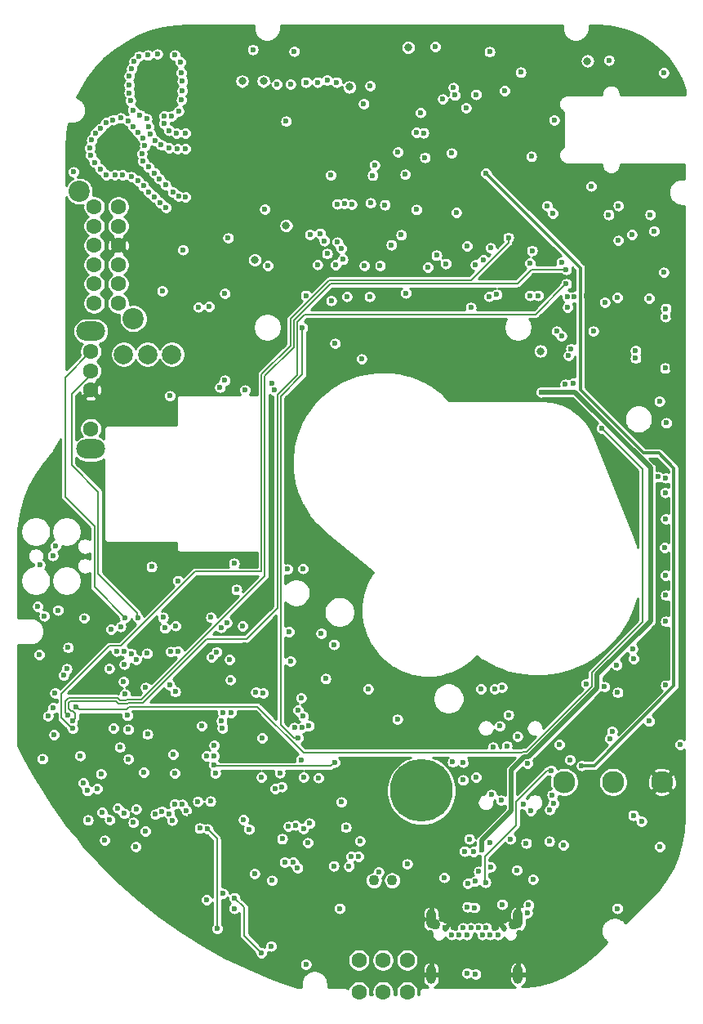
<source format=gbr>
G04 #@! TF.GenerationSoftware,KiCad,Pcbnew,5.1.6+dfsg1-1~bpo10+1*
G04 #@! TF.CreationDate,2021-06-28T17:41:37-04:00*
G04 #@! TF.ProjectId,RUSP_Mainboard,52555350-5f4d-4616-996e-626f6172642e,rev?*
G04 #@! TF.SameCoordinates,Original*
G04 #@! TF.FileFunction,Copper,L4,Inr*
G04 #@! TF.FilePolarity,Positive*
%FSLAX46Y46*%
G04 Gerber Fmt 4.6, Leading zero omitted, Abs format (unit mm)*
G04 Created by KiCad (PCBNEW 5.1.6+dfsg1-1~bpo10+1) date 2021-06-28 17:41:37*
%MOMM*%
%LPD*%
G01*
G04 APERTURE LIST*
G04 #@! TA.AperFunction,ViaPad*
%ADD10C,6.500000*%
G04 #@! TD*
G04 #@! TA.AperFunction,ViaPad*
%ADD11C,1.100000*%
G04 #@! TD*
G04 #@! TA.AperFunction,ViaPad*
%ADD12O,1.000000X2.000000*%
G04 #@! TD*
G04 #@! TA.AperFunction,ViaPad*
%ADD13C,0.600000*%
G04 #@! TD*
G04 #@! TA.AperFunction,ViaPad*
%ADD14C,2.300000*%
G04 #@! TD*
G04 #@! TA.AperFunction,ViaPad*
%ADD15O,3.000000X2.000000*%
G04 #@! TD*
G04 #@! TA.AperFunction,ViaPad*
%ADD16C,1.600000*%
G04 #@! TD*
G04 #@! TA.AperFunction,ViaPad*
%ADD17C,2.200000*%
G04 #@! TD*
G04 #@! TA.AperFunction,ViaPad*
%ADD18C,2.000000*%
G04 #@! TD*
G04 #@! TA.AperFunction,ViaPad*
%ADD19C,0.800000*%
G04 #@! TD*
G04 #@! TA.AperFunction,Conductor*
%ADD20C,0.200000*%
G04 #@! TD*
G04 #@! TA.AperFunction,Conductor*
%ADD21C,0.500000*%
G04 #@! TD*
G04 #@! TA.AperFunction,Conductor*
%ADD22C,0.350000*%
G04 #@! TD*
G04 #@! TA.AperFunction,Conductor*
%ADD23C,0.254000*%
G04 #@! TD*
G04 APERTURE END LIST*
D10*
X154000000Y-134000000D03*
D11*
X149050000Y-143300000D03*
X150950000Y-143300000D03*
D12*
X155000000Y-153025000D03*
X164000000Y-153025000D03*
D11*
X155450000Y-147825000D03*
D12*
X155000000Y-147275000D03*
D11*
X163550000Y-147825000D03*
D12*
X164000000Y-147275000D03*
D13*
X161900000Y-148925000D03*
X161100000Y-148925000D03*
X160300000Y-148925000D03*
X157100000Y-148925000D03*
X157900000Y-148925000D03*
X158700000Y-148925000D03*
X162550000Y-148225000D03*
X160700000Y-148225000D03*
X159900000Y-148225000D03*
X156450000Y-148225000D03*
X158300000Y-148225000D03*
X159100000Y-148225000D03*
D14*
X168770000Y-133100000D03*
X173850000Y-133100000D03*
X178930000Y-133100000D03*
D15*
X119700000Y-86400000D03*
X119700000Y-98600000D03*
D16*
X119700000Y-88500000D03*
X119700000Y-90500000D03*
X119700000Y-92500000D03*
X119700000Y-96500000D03*
X120050000Y-73500000D03*
X120050000Y-75500000D03*
X120050000Y-77500000D03*
X120050000Y-79500000D03*
X120050000Y-81500000D03*
X120050000Y-83500000D03*
X122550000Y-73500000D03*
X122550000Y-75500000D03*
X122550000Y-77500000D03*
X122550000Y-79500000D03*
X122550000Y-81500000D03*
X122550000Y-83500000D03*
D17*
X118500000Y-71900000D03*
X124100000Y-85100000D03*
D16*
X147500000Y-151550000D03*
X147500000Y-154850000D03*
X150000000Y-151550000D03*
X150000000Y-154850000D03*
X152500000Y-151550000D03*
X152500000Y-154850000D03*
D18*
X128100000Y-88800000D03*
X123100000Y-88800000D03*
X125600000Y-88800000D03*
D13*
X116300000Y-115300000D03*
X114700000Y-130700000D03*
X150731792Y-65881792D03*
X173438916Y-138800015D03*
X145600000Y-132600000D03*
X179395151Y-106666759D03*
X179997593Y-90164786D03*
X166250000Y-81300000D03*
X167100000Y-81100000D03*
X165123506Y-81960379D03*
X167900000Y-59000000D03*
X145150000Y-147999998D03*
X127200000Y-112850000D03*
X117275000Y-109600000D03*
X157449937Y-69258906D03*
X127574936Y-70119523D03*
X180688918Y-77331086D03*
X179449990Y-94550000D03*
X180560011Y-128302177D03*
X179550597Y-122351083D03*
X174068735Y-123134135D03*
X146935121Y-122071222D03*
X166250000Y-77170000D03*
X119100000Y-113570000D03*
X127109733Y-119570701D03*
X144970985Y-123449979D03*
X146450000Y-125650000D03*
X148600010Y-131265808D03*
X137949968Y-117549990D03*
X161001039Y-65812546D03*
X157000000Y-65300000D03*
X166350000Y-123000000D03*
X135700000Y-118900000D03*
X137399998Y-122799998D03*
X140654449Y-119149977D03*
X136800000Y-115850000D03*
X159051931Y-130763909D03*
X159950000Y-136450000D03*
X158902521Y-135416328D03*
X155600000Y-145800000D03*
X164400000Y-149603737D03*
X160800000Y-122900000D03*
X146700000Y-139250000D03*
D19*
X166957122Y-89842878D03*
D13*
X179491562Y-100827209D03*
X162897865Y-143357657D03*
X171683509Y-91478098D03*
X173000000Y-87311079D03*
X173000004Y-86000000D03*
X173099979Y-90999998D03*
X129900000Y-89600000D03*
X119249990Y-115100000D03*
X138289571Y-132711738D03*
X124800000Y-143300000D03*
X158100000Y-143199996D03*
X132600000Y-112900010D03*
X140510036Y-109000000D03*
X118950010Y-120200000D03*
X120813916Y-117563916D03*
X121500000Y-115400000D03*
X129100000Y-110400000D03*
X134200000Y-83500000D03*
X180056788Y-84780504D03*
X168000000Y-145300000D03*
X169328814Y-144905570D03*
X171100006Y-82700000D03*
X128000000Y-128200000D03*
X118830745Y-128774990D03*
X121799990Y-131099988D03*
X130052297Y-136656350D03*
X125400000Y-126700000D03*
X118700000Y-123020000D03*
X127663893Y-132203743D03*
X127100000Y-83900000D03*
X127700003Y-57299997D03*
X139299590Y-132143940D03*
X159485576Y-146111532D03*
X119400000Y-137050000D03*
X134600000Y-145099979D03*
X137400000Y-150800000D03*
X131786084Y-137963916D03*
X132800000Y-148300000D03*
X114400000Y-110600000D03*
X114200000Y-114899996D03*
X119350010Y-134000000D03*
X158946668Y-139000000D03*
X163200000Y-138999998D03*
X162835228Y-129362576D03*
X124400044Y-135900000D03*
X116050000Y-108650000D03*
X114883338Y-115897623D03*
X162321155Y-123293956D03*
X146150012Y-137799979D03*
X125373636Y-138178960D03*
X158324867Y-131049990D03*
X163007305Y-126140001D03*
X144900000Y-141800000D03*
X118900000Y-133200000D03*
X131700000Y-130393180D03*
X141700000Y-111000000D03*
X115249990Y-126276416D03*
X159600000Y-153000000D03*
X130993328Y-137897923D03*
X134600000Y-146200000D03*
X158700000Y-152900000D03*
X135538257Y-137008728D03*
X132100000Y-135100016D03*
X140100000Y-111050000D03*
X115800000Y-125400000D03*
X115900000Y-128200000D03*
D19*
X171200000Y-58400000D03*
X152600000Y-57000000D03*
X137600000Y-60500000D03*
X135400000Y-60499992D03*
D13*
X115754055Y-109644213D03*
X165450000Y-78050000D03*
X159100000Y-83950000D03*
X136500000Y-57220000D03*
X172968724Y-123240770D03*
X174331713Y-123836531D03*
X174242188Y-120979959D03*
X143471711Y-76262717D03*
X145827215Y-78964952D03*
X119000000Y-116120000D03*
X127187773Y-116049977D03*
X144917713Y-118850011D03*
X134187376Y-122513332D03*
X140400000Y-120600000D03*
X134800000Y-113169998D03*
X133400000Y-144650072D03*
X138489944Y-143300042D03*
X158299990Y-132900000D03*
X161394987Y-129501112D03*
X137400000Y-132600000D03*
X131700000Y-145300000D03*
X142000000Y-152000000D03*
X138400000Y-150100000D03*
X126000000Y-110800000D03*
X114349990Y-119921900D03*
X118599750Y-130375018D03*
X126396929Y-136447687D03*
X128421074Y-132203369D03*
X147449941Y-140810473D03*
X141488916Y-130811084D03*
X169246875Y-88924999D03*
X172999998Y-83400000D03*
X168500000Y-86900000D03*
X168000000Y-86400000D03*
X160200001Y-140099999D03*
X164953238Y-146660513D03*
X166400000Y-92700000D03*
X143300000Y-132675000D03*
X164850012Y-139430015D03*
X159650000Y-132600000D03*
X168293989Y-129208897D03*
X165100000Y-145825000D03*
X142191738Y-139403485D03*
X128238916Y-130238916D03*
X129613549Y-136048059D03*
X123500021Y-126211084D03*
X174300000Y-146200000D03*
X132753679Y-119625022D03*
X127973868Y-119600476D03*
X135450021Y-116950010D03*
X133600000Y-91500000D03*
X131958051Y-83841949D03*
X130858040Y-83900000D03*
X134550000Y-110450000D03*
X120849484Y-136253375D03*
X133950000Y-76750000D03*
D19*
X139950000Y-75450000D03*
D13*
X152300000Y-70150000D03*
X157600000Y-74100000D03*
X139950000Y-64650000D03*
X158725000Y-77575000D03*
X150870000Y-77450002D03*
X125600000Y-57800000D03*
X138050000Y-79600000D03*
X153900000Y-63749990D03*
X162625000Y-61475000D03*
X161150000Y-77775000D03*
X171600000Y-71375000D03*
X153475000Y-73800000D03*
X164275000Y-59575000D03*
X173425000Y-58325000D03*
X155425000Y-56924990D03*
X142425000Y-76375000D03*
X160400000Y-79000000D03*
X145029215Y-87673184D03*
X129500000Y-65900000D03*
X128600000Y-65900000D03*
X127800000Y-65600000D03*
X127300000Y-64900000D03*
X127300000Y-64100000D03*
X125500000Y-64400000D03*
X125700000Y-65200000D03*
X125900000Y-66000000D03*
X126349997Y-66649997D03*
X127000000Y-67100002D03*
X128700000Y-67500000D03*
X129500000Y-67500000D03*
X127800000Y-67400000D03*
X129500000Y-72500000D03*
X128800000Y-72400000D03*
X128200000Y-72000000D03*
X127450000Y-71249994D03*
X125100000Y-68800000D03*
X125000000Y-68000000D03*
X125300000Y-67200000D03*
X125100000Y-66400000D03*
X124600000Y-65800000D03*
X124100000Y-65200000D03*
X120700000Y-65400000D03*
X120200000Y-65900000D03*
X122200000Y-70200000D03*
X123000000Y-70200000D03*
X126300000Y-72500000D03*
X126900000Y-73100000D03*
X127499998Y-73600000D03*
X128100000Y-64100000D03*
X128800000Y-63600000D03*
X129100000Y-62450000D03*
X129200000Y-61500000D03*
X129200000Y-60500000D03*
X129000000Y-58500000D03*
X128400000Y-57800000D03*
X124714000Y-57900000D03*
X124206000Y-58420000D03*
X123952000Y-59182000D03*
X123700000Y-59944000D03*
X123700000Y-60900000D03*
X123700000Y-61700000D03*
X123800000Y-62500000D03*
X124100000Y-63500000D03*
X124800000Y-64000000D03*
X137750000Y-73750000D03*
X168500000Y-79254099D03*
X151890000Y-76430000D03*
X148930000Y-70250000D03*
X177700000Y-74320000D03*
X145074990Y-79529721D03*
X127100000Y-82220000D03*
X143923280Y-77025228D03*
X144200000Y-78370000D03*
X150200000Y-73300000D03*
X145688023Y-135179084D03*
D19*
X166319244Y-88453338D03*
D13*
X140400000Y-60800000D03*
X129251950Y-77968051D03*
X122800000Y-64300000D03*
X122000000Y-64500000D03*
X121300002Y-64799998D03*
X123899996Y-70399996D03*
X124599998Y-70800000D03*
X125150000Y-71350000D03*
X125699998Y-72000000D03*
X121300000Y-70200002D03*
X120700004Y-69600000D03*
X119700000Y-68200002D03*
X120100000Y-68900000D03*
X119600000Y-67400004D03*
X119800000Y-66600000D03*
X126800003Y-70600003D03*
X126300000Y-70000000D03*
X125700000Y-69399994D03*
X123600000Y-64600000D03*
X126600000Y-57700000D03*
X125200000Y-132099981D03*
X129092582Y-59600011D03*
X155543243Y-78543235D03*
X154638155Y-79771718D03*
X151550000Y-67850002D03*
X165250000Y-79350000D03*
X149543576Y-142430283D03*
X161224675Y-134423621D03*
X123877013Y-119787962D03*
X158740008Y-146030006D03*
X140936084Y-137586084D03*
X158770461Y-143603692D03*
X134100000Y-120399990D03*
X163934989Y-128375512D03*
X141143288Y-142007337D03*
X122050000Y-127525735D03*
X125571866Y-128149698D03*
X140679183Y-141418164D03*
X154350014Y-68400000D03*
X165385037Y-68299991D03*
X169849989Y-82852675D03*
X169100688Y-82820021D03*
X169150000Y-83927664D03*
X169507145Y-88215897D03*
X166077834Y-82699999D03*
X165250000Y-82699998D03*
X171800000Y-86400000D03*
X138800000Y-133800004D03*
X124402185Y-120399259D03*
X117900000Y-69900000D03*
X144566942Y-70236942D03*
X140195904Y-137707130D03*
X161046724Y-139354887D03*
X117349990Y-119170000D03*
X161569672Y-123467491D03*
X133799098Y-116620061D03*
X132203679Y-120155524D03*
X171080000Y-122920000D03*
X160150000Y-123450000D03*
X153451904Y-65796565D03*
X154200000Y-65850000D03*
X163000000Y-76700000D03*
X117812337Y-127553385D03*
X169001256Y-81497498D03*
X117781055Y-126804026D03*
X179301090Y-111691092D03*
X123574951Y-127652784D03*
X179199988Y-108826944D03*
X133400000Y-125900000D03*
X128500000Y-116920000D03*
X179100000Y-80299998D03*
X178100000Y-76020000D03*
X175998684Y-120352609D03*
X141500000Y-124400000D03*
X180824990Y-129220000D03*
X127079014Y-136135793D03*
X176800000Y-137170000D03*
X127835462Y-136383426D03*
X179329977Y-123067912D03*
X128123779Y-137075807D03*
X177600000Y-126800000D03*
X128399883Y-135372708D03*
X179329998Y-116470000D03*
X129191963Y-135427750D03*
X122800000Y-117000000D03*
X179329988Y-113753318D03*
X127399989Y-117149997D03*
X179329988Y-84050605D03*
X121789337Y-117295735D03*
X177600000Y-83000000D03*
X179250032Y-90225372D03*
X136829304Y-123806564D03*
X137580420Y-123900011D03*
X179300000Y-84900008D03*
X179376670Y-95900412D03*
X141725373Y-126292010D03*
X178661080Y-93658913D03*
X141180882Y-125665699D03*
X179299704Y-101601448D03*
X141604106Y-127466337D03*
X142332028Y-127285651D03*
X178542537Y-101469749D03*
X179329978Y-105850000D03*
X134249988Y-125938009D03*
X179260872Y-103112230D03*
X140812269Y-127465731D03*
X141750000Y-137950000D03*
X147600000Y-139200000D03*
X124579833Y-116097751D03*
X123185280Y-120899979D03*
X168700000Y-139625000D03*
X123161110Y-136361101D03*
X159650000Y-61875000D03*
X128722168Y-119550000D03*
X136670261Y-142600021D03*
X122500000Y-135800000D03*
X120350000Y-133800000D03*
X158474850Y-140272913D03*
X121144129Y-139147697D03*
X120750000Y-132249990D03*
X132150010Y-116045018D03*
X131188916Y-127288916D03*
X141206962Y-128549990D03*
X141650031Y-86021094D03*
X145671082Y-77803210D03*
X133353093Y-127513078D03*
X145269115Y-77170012D03*
X133268806Y-126767817D03*
X144050000Y-122400000D03*
X162100000Y-127300000D03*
X133202825Y-117075007D03*
X140250000Y-117549990D03*
X125537120Y-119778161D03*
X124374996Y-139792808D03*
X122378760Y-119550012D03*
X146456562Y-141821271D03*
X135700000Y-92500000D03*
X116870570Y-122056301D03*
X127900000Y-93100000D03*
X117199979Y-121382500D03*
X159600000Y-79500004D03*
X149700000Y-79600000D03*
X148700000Y-73120000D03*
X148600000Y-82800000D03*
X146750000Y-73270000D03*
X148075010Y-79600000D03*
X146008719Y-73155957D03*
X146250010Y-82800000D03*
X145250000Y-73220000D03*
X144626416Y-83226416D03*
X143200000Y-79500004D03*
X142000000Y-82700000D03*
X158600000Y-63250004D03*
D19*
X146500000Y-61100000D03*
D13*
X157449998Y-61950000D03*
X156200000Y-62350000D03*
X148000000Y-62850000D03*
X157300236Y-61165093D03*
X128750000Y-112250000D03*
X162241094Y-135008906D03*
X169400000Y-130800000D03*
X167250000Y-139250000D03*
X173530780Y-128597383D03*
X165343287Y-136097509D03*
X173748741Y-127879741D03*
X145500000Y-146200000D03*
X162367607Y-145774988D03*
X163875000Y-142225000D03*
X156350000Y-143000000D03*
X152500000Y-141600000D03*
X165550010Y-143199988D03*
X175950000Y-136550000D03*
X139521157Y-133593962D03*
X132500000Y-130400000D03*
X145000000Y-131049999D03*
X132480179Y-131300000D03*
X159400000Y-140300000D03*
X167287422Y-135976336D03*
X159575000Y-143375000D03*
X167700000Y-135350000D03*
X159941967Y-142381293D03*
X160625000Y-143500000D03*
X167458820Y-131900000D03*
X167563909Y-134436091D03*
X161150000Y-141900000D03*
X167750000Y-64520000D03*
X179100000Y-59620000D03*
X161050000Y-57450000D03*
X148675000Y-60975000D03*
X172660378Y-96450343D03*
X118165723Y-125300012D03*
X156500000Y-79400000D03*
X138737348Y-92511469D03*
X152366854Y-82445018D03*
X138500010Y-91800000D03*
X175863055Y-119313055D03*
X147776949Y-89276949D03*
X168900000Y-91900000D03*
X169700000Y-91800000D03*
X157224855Y-131032963D03*
X165002967Y-131177378D03*
X143599070Y-117700928D03*
X141750010Y-132600000D03*
X132600000Y-132200000D03*
X174300000Y-82900000D03*
X169000004Y-80000000D03*
X117328439Y-126205982D03*
X137450000Y-128549990D03*
X133600000Y-82500000D03*
X116000000Y-123900000D03*
X167000000Y-73400000D03*
X142000000Y-60600000D03*
X167600000Y-74200000D03*
X139000000Y-60800000D03*
X174400000Y-73400000D03*
X144200000Y-60400000D03*
X173400000Y-74320002D03*
X143200000Y-60600000D03*
X175800000Y-76400000D03*
X145200000Y-60600000D03*
X174400000Y-77000000D03*
X140800000Y-57400000D03*
D19*
X136700000Y-79000000D03*
D13*
X149125000Y-69175000D03*
X157100000Y-67950000D03*
X160650051Y-70028957D03*
X170600000Y-131400000D03*
X130800000Y-135120002D03*
X164600000Y-135376453D03*
X161800000Y-82600000D03*
X176200000Y-88400000D03*
X161000000Y-82800000D03*
X176200000Y-89200004D03*
X133100000Y-92200000D03*
X121600000Y-121349980D03*
X136100000Y-138000000D03*
X148450012Y-123449979D03*
X127871923Y-123071923D03*
X123100000Y-122700000D03*
X151484093Y-126615907D03*
X128449990Y-123749990D03*
X125388916Y-123311084D03*
X178700000Y-139800000D03*
X121665582Y-137029113D03*
X123252708Y-124004726D03*
X139545020Y-138995626D03*
X123596978Y-130719316D03*
X142362029Y-137384207D03*
X124107859Y-137298260D03*
X139800000Y-141400000D03*
X122700000Y-129500000D03*
X123159144Y-119547461D03*
X146700008Y-140800000D03*
X132500000Y-129299989D03*
X123250000Y-116070000D03*
D20*
X134600000Y-145099979D02*
X135600000Y-146099979D01*
X135600000Y-146099979D02*
X135600000Y-149000000D01*
X135600000Y-149000000D02*
X137400000Y-150800000D01*
X131786084Y-137963916D02*
X132800000Y-138977832D01*
X132800000Y-138977832D02*
X132800000Y-148300000D01*
D21*
X165093747Y-130477377D02*
X172210012Y-123361112D01*
X160200001Y-139165608D02*
X163287265Y-136078344D01*
X163287265Y-131857078D02*
X164666966Y-130477377D01*
X177725000Y-116461145D02*
X177725000Y-100525000D01*
X164666966Y-130477377D02*
X165093747Y-130477377D01*
X172210012Y-123361112D02*
X172210012Y-121976133D01*
X172210012Y-121976133D02*
X177725000Y-116461145D01*
X160200001Y-140099999D02*
X160200001Y-139165608D01*
X177725000Y-100525000D02*
X169900000Y-92700000D01*
X163287265Y-136078344D02*
X163287265Y-131857078D01*
X169900000Y-92700000D02*
X166400000Y-92700000D01*
D20*
X116649979Y-126463981D02*
X117739383Y-127553385D01*
X116649979Y-123950021D02*
X116649979Y-126463981D01*
X122796009Y-119000011D02*
X121599989Y-119000011D01*
X137399988Y-111305022D02*
X130490998Y-111305022D01*
X163000000Y-77214002D02*
X159103026Y-81110976D01*
X121599989Y-119000011D02*
X116649979Y-123950021D01*
X140399999Y-85150001D02*
X140399999Y-87891009D01*
X117739383Y-127553385D02*
X117812337Y-127553385D01*
X130490998Y-111305022D02*
X122796009Y-119000011D01*
X163000000Y-76700000D02*
X163000000Y-77214002D01*
X159103026Y-81110976D02*
X144439023Y-81110977D01*
X137399988Y-90891020D02*
X137399988Y-111305022D01*
X144439023Y-81110977D02*
X140399999Y-85150001D01*
X140399999Y-87891009D02*
X137399988Y-90891020D01*
X117400000Y-125514002D02*
X117636006Y-125750008D01*
X141889981Y-84649999D02*
X141100021Y-85439959D01*
X131694979Y-118300011D02*
X125094978Y-124900012D01*
X123608980Y-124900012D02*
X123508980Y-125000012D01*
X135826553Y-118300011D02*
X131694979Y-118300011D01*
X118081054Y-125981591D02*
X118081054Y-126504027D01*
X169001256Y-81497498D02*
X165848755Y-84649999D01*
X117636006Y-125750008D02*
X117849471Y-125750008D01*
X125094978Y-124900012D02*
X123608980Y-124900012D01*
X141100021Y-90962798D02*
X139050011Y-93012808D01*
X122341019Y-124750011D02*
X117535987Y-124750011D01*
X141100021Y-85439959D02*
X141100021Y-90962798D01*
X117535987Y-124750011D02*
X117400000Y-124885998D01*
X122591019Y-125000011D02*
X122341019Y-124750011D01*
X117400000Y-124885998D02*
X117400000Y-125514002D01*
X139050011Y-93012808D02*
X139050011Y-115076553D01*
X118081054Y-126504027D02*
X117781055Y-126804026D01*
X123508980Y-125000012D02*
X122591019Y-125000011D01*
X139050011Y-115076553D02*
X135826553Y-118300011D01*
X165848755Y-84649999D02*
X141889981Y-84649999D01*
X117849471Y-125750008D02*
X118081054Y-125981591D01*
X120450011Y-111556007D02*
X124500000Y-115605996D01*
X117700000Y-100275010D02*
X120450011Y-103025021D01*
X120100000Y-90500000D02*
X117700000Y-92900000D01*
X124500000Y-115605996D02*
X124500000Y-115870000D01*
X120450011Y-103025021D02*
X120450011Y-111556007D01*
X117700000Y-92900000D02*
X117700000Y-100275010D01*
X124500000Y-115870000D02*
X124500000Y-116017918D01*
X124500000Y-116017918D02*
X124579833Y-116097751D01*
X139400022Y-93157787D02*
X141650031Y-90907778D01*
X141206962Y-128549990D02*
X140782698Y-128549990D01*
X141650031Y-90907778D02*
X141650031Y-86021094D01*
X140782698Y-128549990D02*
X139400022Y-127167314D01*
X139400022Y-127167314D02*
X139400022Y-93157787D01*
X145000000Y-131049999D02*
X144600000Y-131449999D01*
X144600000Y-131449999D02*
X132630178Y-131449999D01*
X132630178Y-131449999D02*
X132480179Y-131300000D01*
X160675000Y-140725000D02*
X160541085Y-140858915D01*
X160550000Y-143425000D02*
X160625000Y-143500000D01*
X160675000Y-140725000D02*
X160550000Y-140850000D01*
X160550000Y-140850000D02*
X160550000Y-143425000D01*
X167500000Y-131900000D02*
X167458820Y-131900000D01*
X167458820Y-131900000D02*
X167034556Y-131900000D01*
X163787275Y-135147281D02*
X163787275Y-137612725D01*
X163787275Y-137612725D02*
X160675000Y-140725000D01*
X167034556Y-131900000D02*
X163787275Y-135147281D01*
X176899990Y-116550010D02*
X171670001Y-121779999D01*
X136986836Y-125300012D02*
X123703970Y-125300012D01*
X176899990Y-100689955D02*
X176899990Y-116550010D01*
X171670001Y-121779999D02*
X171670001Y-123194001D01*
X141755055Y-130068231D02*
X136986836Y-125300012D01*
X164368998Y-130068231D02*
X141755055Y-130068231D01*
X164886625Y-129977375D02*
X164459854Y-129977375D01*
X164459854Y-129977375D02*
X164368998Y-130068231D01*
X123403971Y-125600011D02*
X118465722Y-125600011D01*
X123703970Y-125300012D02*
X123403971Y-125600011D01*
X172660378Y-96450343D02*
X176899990Y-100689955D01*
X171670001Y-123194001D02*
X164886625Y-129977375D01*
X118465722Y-125600011D02*
X118165723Y-125300012D01*
X122735999Y-124650001D02*
X122485998Y-124400000D01*
X140750009Y-88035989D02*
X137749999Y-91035999D01*
X163925011Y-81460987D02*
X144584003Y-81460987D01*
X123364001Y-124650001D02*
X122735999Y-124650001D01*
X122485998Y-124400000D02*
X117391008Y-124400000D01*
X123464001Y-124550001D02*
X123364001Y-124650001D01*
X117028440Y-125905983D02*
X117328439Y-126205982D01*
X137749999Y-111750001D02*
X124949999Y-124550001D01*
X169000004Y-80000000D02*
X165385998Y-80000000D01*
X144584003Y-81460987D02*
X140750010Y-85294980D01*
X117391008Y-124400000D02*
X117028440Y-124762568D01*
X117028440Y-124762568D02*
X117028440Y-125905983D01*
X140750010Y-85294980D02*
X140750009Y-88035989D01*
X137749999Y-91035999D02*
X137749999Y-111750001D01*
X165385998Y-80000000D02*
X163925011Y-81460987D01*
X124949999Y-124550001D02*
X123464001Y-124550001D01*
D22*
X180175598Y-123147293D02*
X180175598Y-100586243D01*
X170600000Y-131400000D02*
X171922891Y-131400000D01*
X178589355Y-99000000D02*
X177013186Y-99000000D01*
X177013186Y-99000000D02*
X170474995Y-92461809D01*
X170474995Y-79853901D02*
X160650051Y-70028957D01*
X171922891Y-131400000D02*
X180175598Y-123147293D01*
X170474995Y-92461809D02*
X170474995Y-79853901D01*
X180175598Y-100586243D02*
X178589355Y-99000000D01*
D20*
X117022654Y-91177346D02*
X117022654Y-103537642D01*
X117022654Y-103537642D02*
X120100000Y-106614988D01*
X119700000Y-88500000D02*
X117022654Y-91177346D01*
X120100000Y-106614988D02*
X120100000Y-112920000D01*
X120100000Y-112920000D02*
X123250000Y-116070000D01*
D23*
G36*
X136598001Y-55022205D02*
G01*
X136600250Y-55045040D01*
X136600250Y-55057371D01*
X136600910Y-55063648D01*
X136621577Y-55247899D01*
X136630094Y-55287969D01*
X136638051Y-55328157D01*
X136639917Y-55334186D01*
X136695978Y-55510915D01*
X136712129Y-55548600D01*
X136727729Y-55586446D01*
X136730723Y-55591984D01*
X136730729Y-55591997D01*
X136730736Y-55592008D01*
X136820052Y-55754472D01*
X136843192Y-55788267D01*
X136865868Y-55822397D01*
X136869885Y-55827253D01*
X136869890Y-55827260D01*
X136869896Y-55827265D01*
X136989068Y-55969290D01*
X137018340Y-55997954D01*
X137047204Y-56027021D01*
X137052095Y-56031010D01*
X137196590Y-56147186D01*
X137230836Y-56169596D01*
X137264832Y-56192527D01*
X137270405Y-56195490D01*
X137434714Y-56281389D01*
X137472682Y-56296729D01*
X137510464Y-56312611D01*
X137516502Y-56314434D01*
X137516508Y-56314436D01*
X137694370Y-56366783D01*
X137734610Y-56374459D01*
X137774741Y-56382697D01*
X137781022Y-56383313D01*
X137965666Y-56400117D01*
X138006633Y-56399831D01*
X138047599Y-56400117D01*
X138053880Y-56399501D01*
X138238273Y-56380120D01*
X138278444Y-56371874D01*
X138318641Y-56364206D01*
X138324677Y-56362384D01*
X138324686Y-56362382D01*
X138324694Y-56362378D01*
X138501799Y-56307556D01*
X138539579Y-56291675D01*
X138577550Y-56276334D01*
X138583113Y-56273376D01*
X138583122Y-56273372D01*
X138583129Y-56273367D01*
X138746215Y-56185187D01*
X138780161Y-56162290D01*
X138814459Y-56139846D01*
X138819350Y-56135857D01*
X138962209Y-56017673D01*
X138991056Y-55988623D01*
X139020344Y-55959943D01*
X139024366Y-55955080D01*
X139141549Y-55811400D01*
X139164203Y-55777303D01*
X139187365Y-55743476D01*
X139190367Y-55737924D01*
X139277411Y-55574219D01*
X139293021Y-55536346D01*
X139309162Y-55498687D01*
X139311026Y-55492666D01*
X139311028Y-55492660D01*
X139311029Y-55492654D01*
X139364616Y-55315164D01*
X139372574Y-55274974D01*
X139381090Y-55234908D01*
X139381750Y-55228631D01*
X139399843Y-55044108D01*
X139399843Y-55044105D01*
X139402000Y-55022205D01*
X139402000Y-54752000D01*
X168598001Y-54752000D01*
X168598001Y-55022205D01*
X168600250Y-55045040D01*
X168600250Y-55057371D01*
X168600910Y-55063648D01*
X168621577Y-55247899D01*
X168630094Y-55287969D01*
X168638051Y-55328157D01*
X168639917Y-55334186D01*
X168695978Y-55510915D01*
X168712129Y-55548600D01*
X168727729Y-55586446D01*
X168730723Y-55591984D01*
X168730729Y-55591997D01*
X168730736Y-55592008D01*
X168820052Y-55754472D01*
X168843192Y-55788267D01*
X168865868Y-55822397D01*
X168869885Y-55827253D01*
X168869890Y-55827260D01*
X168869896Y-55827265D01*
X168989068Y-55969290D01*
X169018340Y-55997954D01*
X169047204Y-56027021D01*
X169052095Y-56031010D01*
X169196590Y-56147186D01*
X169230836Y-56169596D01*
X169264832Y-56192527D01*
X169270405Y-56195490D01*
X169434714Y-56281389D01*
X169472682Y-56296729D01*
X169510464Y-56312611D01*
X169516502Y-56314434D01*
X169516508Y-56314436D01*
X169694370Y-56366783D01*
X169734610Y-56374459D01*
X169774741Y-56382697D01*
X169781022Y-56383313D01*
X169965666Y-56400117D01*
X170006633Y-56399831D01*
X170047599Y-56400117D01*
X170053880Y-56399501D01*
X170238273Y-56380120D01*
X170278444Y-56371874D01*
X170318641Y-56364206D01*
X170324677Y-56362384D01*
X170324686Y-56362382D01*
X170324694Y-56362378D01*
X170501799Y-56307556D01*
X170539579Y-56291675D01*
X170577550Y-56276334D01*
X170583113Y-56273376D01*
X170583122Y-56273372D01*
X170583129Y-56273367D01*
X170746215Y-56185187D01*
X170780161Y-56162290D01*
X170814459Y-56139846D01*
X170819350Y-56135857D01*
X170962209Y-56017673D01*
X170991056Y-55988623D01*
X171020344Y-55959943D01*
X171024366Y-55955080D01*
X171141549Y-55811400D01*
X171164203Y-55777303D01*
X171187365Y-55743476D01*
X171190367Y-55737924D01*
X171277411Y-55574219D01*
X171293021Y-55536346D01*
X171309162Y-55498687D01*
X171311026Y-55492666D01*
X171311028Y-55492660D01*
X171311029Y-55492654D01*
X171364616Y-55315164D01*
X171372574Y-55274974D01*
X171381090Y-55234908D01*
X171381750Y-55228631D01*
X171399843Y-55044108D01*
X171399843Y-55044105D01*
X171402000Y-55022205D01*
X171402000Y-54752000D01*
X172245797Y-54752000D01*
X173456568Y-54828175D01*
X174634266Y-55052833D01*
X175774528Y-55423327D01*
X176859354Y-55933807D01*
X177871644Y-56576225D01*
X178795446Y-57340461D01*
X179616170Y-58214443D01*
X180320884Y-59184398D01*
X180898480Y-60235038D01*
X181344511Y-61361586D01*
X181359596Y-61409109D01*
X181358770Y-61893295D01*
X174602000Y-61897705D01*
X174602000Y-61777795D01*
X174599794Y-61755397D01*
X174599794Y-61748914D01*
X174599134Y-61742637D01*
X174588257Y-61645662D01*
X174579746Y-61605619D01*
X174571783Y-61565402D01*
X174569916Y-61559373D01*
X174540410Y-61466358D01*
X174524288Y-61428742D01*
X174508661Y-61390828D01*
X174505659Y-61385277D01*
X174458648Y-61299764D01*
X174435486Y-61265936D01*
X174412830Y-61231837D01*
X174408808Y-61226974D01*
X174346083Y-61152222D01*
X174316809Y-61123556D01*
X174287948Y-61094493D01*
X174283058Y-61090504D01*
X174207008Y-61029358D01*
X174172710Y-61006914D01*
X174138764Y-60984017D01*
X174133197Y-60981057D01*
X174133193Y-60981054D01*
X174133189Y-60981052D01*
X174046712Y-60935844D01*
X174008760Y-60920510D01*
X173970965Y-60904623D01*
X173964923Y-60902799D01*
X173964921Y-60902798D01*
X173964917Y-60902797D01*
X173871311Y-60875247D01*
X173831066Y-60867569D01*
X173790937Y-60859332D01*
X173784662Y-60858717D01*
X173784659Y-60858716D01*
X173784656Y-60858716D01*
X173687474Y-60849872D01*
X173646509Y-60850158D01*
X173605544Y-60849872D01*
X173599263Y-60850488D01*
X173599259Y-60850488D01*
X173502215Y-60860688D01*
X173462097Y-60868923D01*
X173421843Y-60876602D01*
X173415801Y-60878426D01*
X173322582Y-60907282D01*
X173284789Y-60923169D01*
X173246830Y-60938505D01*
X173241264Y-60941464D01*
X173241260Y-60941466D01*
X173241257Y-60941468D01*
X173155420Y-60987881D01*
X173121458Y-61010788D01*
X173087178Y-61033221D01*
X173082298Y-61037202D01*
X173082286Y-61037210D01*
X173082277Y-61037219D01*
X173007099Y-61099412D01*
X172978238Y-61128474D01*
X172948965Y-61157140D01*
X172944942Y-61162003D01*
X172944939Y-61162006D01*
X172944937Y-61162009D01*
X172883266Y-61237624D01*
X172860586Y-61271760D01*
X172837447Y-61305554D01*
X172834445Y-61311105D01*
X172788634Y-61397266D01*
X172773038Y-61435104D01*
X172756885Y-61472792D01*
X172755019Y-61478821D01*
X172726814Y-61572239D01*
X172718855Y-61612434D01*
X172710339Y-61652500D01*
X172709679Y-61658777D01*
X172700157Y-61755894D01*
X172700157Y-61755905D01*
X172698001Y-61777795D01*
X172698001Y-61898000D01*
X169127795Y-61898000D01*
X169105397Y-61900206D01*
X169098914Y-61900206D01*
X169092637Y-61900866D01*
X168995662Y-61911743D01*
X168955619Y-61920254D01*
X168915402Y-61928217D01*
X168909379Y-61930082D01*
X168909375Y-61930083D01*
X168909372Y-61930084D01*
X168909373Y-61930084D01*
X168816358Y-61959590D01*
X168778742Y-61975712D01*
X168740828Y-61991339D01*
X168735277Y-61994341D01*
X168649764Y-62041352D01*
X168615936Y-62064514D01*
X168581837Y-62087170D01*
X168576974Y-62091192D01*
X168502222Y-62153917D01*
X168473556Y-62183191D01*
X168444493Y-62212052D01*
X168440504Y-62216942D01*
X168379358Y-62292992D01*
X168356914Y-62327290D01*
X168334017Y-62361236D01*
X168331057Y-62366803D01*
X168331054Y-62366807D01*
X168331054Y-62366808D01*
X168285844Y-62453288D01*
X168270510Y-62491240D01*
X168254623Y-62529035D01*
X168252799Y-62535077D01*
X168225247Y-62628689D01*
X168217569Y-62668934D01*
X168209332Y-62709063D01*
X168208716Y-62715344D01*
X168199872Y-62812526D01*
X168200158Y-62853491D01*
X168199872Y-62894456D01*
X168200488Y-62900737D01*
X168210688Y-62997786D01*
X168218926Y-63037917D01*
X168226602Y-63078157D01*
X168228426Y-63084199D01*
X168257282Y-63177418D01*
X168273169Y-63215211D01*
X168288505Y-63253170D01*
X168291462Y-63258732D01*
X168291466Y-63258740D01*
X168291471Y-63258747D01*
X168337881Y-63344580D01*
X168360778Y-63378526D01*
X168383221Y-63412822D01*
X168387206Y-63417707D01*
X168387210Y-63417713D01*
X168387215Y-63417718D01*
X168449411Y-63492901D01*
X168478493Y-63521781D01*
X168507140Y-63551035D01*
X168512003Y-63555058D01*
X168512006Y-63555061D01*
X168512010Y-63555063D01*
X168587624Y-63616734D01*
X168621757Y-63639412D01*
X168655553Y-63662553D01*
X168661089Y-63665545D01*
X168661099Y-63665552D01*
X168661109Y-63665556D01*
X168698001Y-63685172D01*
X168698000Y-67314834D01*
X168649764Y-67341352D01*
X168615936Y-67364514D01*
X168581837Y-67387170D01*
X168576974Y-67391192D01*
X168502222Y-67453917D01*
X168473556Y-67483191D01*
X168444493Y-67512052D01*
X168440504Y-67516942D01*
X168379358Y-67592992D01*
X168356914Y-67627290D01*
X168334017Y-67661236D01*
X168331057Y-67666803D01*
X168331054Y-67666807D01*
X168331054Y-67666808D01*
X168285844Y-67753288D01*
X168270510Y-67791240D01*
X168254623Y-67829035D01*
X168252799Y-67835077D01*
X168225247Y-67928689D01*
X168217569Y-67968934D01*
X168209332Y-68009063D01*
X168208716Y-68015344D01*
X168199872Y-68112526D01*
X168200158Y-68153491D01*
X168199872Y-68194456D01*
X168200488Y-68200737D01*
X168210688Y-68297786D01*
X168218926Y-68337917D01*
X168226602Y-68378157D01*
X168228426Y-68384199D01*
X168257282Y-68477418D01*
X168273169Y-68515211D01*
X168288505Y-68553170D01*
X168291462Y-68558732D01*
X168291466Y-68558740D01*
X168291471Y-68558747D01*
X168337881Y-68644580D01*
X168360778Y-68678526D01*
X168383221Y-68712822D01*
X168387206Y-68717707D01*
X168387210Y-68717713D01*
X168387215Y-68717718D01*
X168449411Y-68792901D01*
X168478493Y-68821781D01*
X168507140Y-68851035D01*
X168512003Y-68855058D01*
X168512006Y-68855061D01*
X168512010Y-68855063D01*
X168587624Y-68916734D01*
X168621757Y-68939412D01*
X168655553Y-68962553D01*
X168661089Y-68965545D01*
X168661099Y-68965552D01*
X168661109Y-68965556D01*
X168747266Y-69011366D01*
X168785104Y-69026962D01*
X168822792Y-69043115D01*
X168828821Y-69044981D01*
X168922239Y-69073186D01*
X168962448Y-69081148D01*
X169002501Y-69089661D01*
X169008771Y-69090320D01*
X169008774Y-69090321D01*
X169008777Y-69090321D01*
X169105895Y-69099843D01*
X169127795Y-69102000D01*
X172698000Y-69102000D01*
X172698000Y-69222204D01*
X172700206Y-69244602D01*
X172700206Y-69251086D01*
X172700866Y-69257363D01*
X172711743Y-69354338D01*
X172720254Y-69394381D01*
X172728217Y-69434598D01*
X172730084Y-69440627D01*
X172759590Y-69533642D01*
X172775723Y-69571283D01*
X172791339Y-69609171D01*
X172794339Y-69614719D01*
X172794341Y-69614724D01*
X172794344Y-69614728D01*
X172841352Y-69700236D01*
X172864496Y-69734037D01*
X172887169Y-69768163D01*
X172891192Y-69773026D01*
X172953917Y-69847778D01*
X172983191Y-69876444D01*
X173012052Y-69905507D01*
X173016942Y-69909496D01*
X173092992Y-69970642D01*
X173127282Y-69993081D01*
X173161236Y-70015983D01*
X173166798Y-70018940D01*
X173166807Y-70018946D01*
X173166816Y-70018950D01*
X173253288Y-70064156D01*
X173291297Y-70079513D01*
X173329035Y-70095377D01*
X173335065Y-70097197D01*
X173335079Y-70097203D01*
X173335093Y-70097206D01*
X173428688Y-70124753D01*
X173468941Y-70132432D01*
X173509063Y-70140668D01*
X173515338Y-70141283D01*
X173515341Y-70141284D01*
X173515344Y-70141284D01*
X173612527Y-70150128D01*
X173653492Y-70149842D01*
X173694456Y-70150128D01*
X173700737Y-70149512D01*
X173700741Y-70149512D01*
X173797786Y-70139312D01*
X173837917Y-70131074D01*
X173878157Y-70123398D01*
X173884199Y-70121574D01*
X173977418Y-70092718D01*
X174015211Y-70076831D01*
X174053170Y-70061495D01*
X174058732Y-70058538D01*
X174058740Y-70058534D01*
X174058747Y-70058529D01*
X174144580Y-70012119D01*
X174178526Y-69989222D01*
X174212822Y-69966779D01*
X174217707Y-69962794D01*
X174217713Y-69962790D01*
X174217718Y-69962785D01*
X174292901Y-69900589D01*
X174321781Y-69871507D01*
X174351035Y-69842860D01*
X174355058Y-69837997D01*
X174355061Y-69837994D01*
X174355063Y-69837990D01*
X174416734Y-69762376D01*
X174439412Y-69728243D01*
X174462553Y-69694447D01*
X174465545Y-69688911D01*
X174465552Y-69688901D01*
X174465556Y-69688891D01*
X174511366Y-69602734D01*
X174526962Y-69564896D01*
X174543115Y-69527208D01*
X174544981Y-69521179D01*
X174573186Y-69427761D01*
X174581148Y-69387552D01*
X174589661Y-69347499D01*
X174590321Y-69341223D01*
X174599843Y-69244105D01*
X174602000Y-69222205D01*
X174602000Y-69102000D01*
X181248001Y-69102000D01*
X181248000Y-70598000D01*
X180977795Y-70598000D01*
X180954950Y-70600250D01*
X180942629Y-70600250D01*
X180936352Y-70600910D01*
X180752100Y-70621577D01*
X180712009Y-70630098D01*
X180671844Y-70638051D01*
X180665819Y-70639916D01*
X180665813Y-70639917D01*
X180665807Y-70639919D01*
X180489085Y-70695978D01*
X180451412Y-70712124D01*
X180413554Y-70727729D01*
X180408002Y-70730730D01*
X180245528Y-70820052D01*
X180211766Y-70843169D01*
X180177602Y-70865868D01*
X180172740Y-70869891D01*
X180030710Y-70989069D01*
X180002065Y-71018321D01*
X179972979Y-71047204D01*
X179968990Y-71052095D01*
X179852813Y-71196590D01*
X179830386Y-71230863D01*
X179807473Y-71264832D01*
X179804510Y-71270404D01*
X179718611Y-71434714D01*
X179703260Y-71472708D01*
X179687389Y-71510465D01*
X179685567Y-71516499D01*
X179685565Y-71516505D01*
X179685565Y-71516507D01*
X179633217Y-71694370D01*
X179625542Y-71734604D01*
X179617303Y-71774741D01*
X179616687Y-71781022D01*
X179599883Y-71965666D01*
X179600169Y-72006633D01*
X179599883Y-72047599D01*
X179600499Y-72053880D01*
X179619880Y-72238273D01*
X179628126Y-72278444D01*
X179635794Y-72318641D01*
X179637616Y-72324677D01*
X179637618Y-72324686D01*
X179637622Y-72324694D01*
X179692444Y-72501799D01*
X179708325Y-72539579D01*
X179723666Y-72577550D01*
X179726624Y-72583113D01*
X179726628Y-72583122D01*
X179726633Y-72583129D01*
X179814813Y-72746215D01*
X179837710Y-72780161D01*
X179860154Y-72814459D01*
X179864143Y-72819350D01*
X179982327Y-72962209D01*
X180011377Y-72991056D01*
X180040057Y-73020344D01*
X180044920Y-73024366D01*
X180188600Y-73141549D01*
X180222697Y-73164203D01*
X180256524Y-73187365D01*
X180262076Y-73190367D01*
X180425781Y-73277411D01*
X180463654Y-73293021D01*
X180501313Y-73309162D01*
X180507334Y-73311026D01*
X180507340Y-73311028D01*
X180507346Y-73311029D01*
X180684836Y-73364616D01*
X180725026Y-73372574D01*
X180765092Y-73381090D01*
X180771369Y-73381750D01*
X180955892Y-73399843D01*
X180955895Y-73399843D01*
X180977795Y-73402000D01*
X181248000Y-73402000D01*
X181248001Y-128688426D01*
X181145670Y-128620050D01*
X181022464Y-128569016D01*
X180891669Y-128543000D01*
X180758311Y-128543000D01*
X180627516Y-128569016D01*
X180504310Y-128620050D01*
X180393427Y-128694140D01*
X180299130Y-128788437D01*
X180225040Y-128899320D01*
X180174006Y-129022526D01*
X180147990Y-129153321D01*
X180147990Y-129286679D01*
X180174006Y-129417474D01*
X180225040Y-129540680D01*
X180299130Y-129651563D01*
X180393427Y-129745860D01*
X180504310Y-129819950D01*
X180627516Y-129870984D01*
X180758311Y-129897000D01*
X180891669Y-129897000D01*
X181022464Y-129870984D01*
X181145670Y-129819950D01*
X181248001Y-129751574D01*
X181248001Y-136815971D01*
X181170723Y-138156207D01*
X180942160Y-139465817D01*
X180564586Y-140740488D01*
X180043010Y-141963307D01*
X179384343Y-143118076D01*
X178595906Y-144191403D01*
X177853216Y-145007559D01*
X175172000Y-147688777D01*
X174975910Y-147492687D01*
X174958175Y-147478132D01*
X174949451Y-147469408D01*
X174944546Y-147465436D01*
X174799593Y-147349721D01*
X174765257Y-147327423D01*
X174731191Y-147304618D01*
X174725608Y-147301675D01*
X174560940Y-147216319D01*
X174522929Y-147201116D01*
X174485082Y-147185362D01*
X174479034Y-147183559D01*
X174300921Y-147131813D01*
X174260656Y-147124278D01*
X174220495Y-147116180D01*
X174214212Y-147115586D01*
X174029442Y-147099421D01*
X173988483Y-147099850D01*
X173947512Y-147099707D01*
X173941233Y-147100345D01*
X173941231Y-147100345D01*
X173756842Y-147120376D01*
X173716752Y-147128751D01*
X173676526Y-147136570D01*
X173670490Y-147138415D01*
X173493502Y-147193880D01*
X173455794Y-147209886D01*
X173417861Y-147225366D01*
X173412308Y-147228344D01*
X173412299Y-147228348D01*
X173412292Y-147228353D01*
X173249454Y-147317135D01*
X173215588Y-147340150D01*
X173181370Y-147362713D01*
X173176493Y-147366719D01*
X173033995Y-147485444D01*
X173005230Y-147514613D01*
X172976061Y-147543378D01*
X172972055Y-147548255D01*
X172855331Y-147692397D01*
X172832758Y-147726631D01*
X172809754Y-147760480D01*
X172806771Y-147766042D01*
X172720267Y-147930110D01*
X172704787Y-147968042D01*
X172688780Y-148005752D01*
X172686939Y-148011776D01*
X172686935Y-148011785D01*
X172686933Y-148011794D01*
X172633947Y-148189534D01*
X172626134Y-148229731D01*
X172617753Y-148269848D01*
X172617115Y-148276127D01*
X172599660Y-148460780D01*
X172599803Y-148501719D01*
X172599374Y-148542712D01*
X172599968Y-148548995D01*
X172618712Y-148733523D01*
X172626813Y-148773703D01*
X172634345Y-148813948D01*
X172636147Y-148819992D01*
X172636148Y-148819998D01*
X172636150Y-148820004D01*
X172690376Y-148997367D01*
X172706123Y-149035198D01*
X172721334Y-149073227D01*
X172724277Y-149078810D01*
X172811925Y-149242270D01*
X172834715Y-149276314D01*
X172857025Y-149310669D01*
X172860991Y-149315566D01*
X172860998Y-149315576D01*
X172861006Y-149315584D01*
X172978724Y-149458897D01*
X172978727Y-149458900D01*
X172992687Y-149475910D01*
X173188776Y-149671999D01*
X171904592Y-150956185D01*
X170902270Y-151849327D01*
X169814629Y-152613827D01*
X168646324Y-153248255D01*
X167412850Y-153744193D01*
X166130536Y-154095076D01*
X164814055Y-154296605D01*
X164395525Y-154316367D01*
X164530330Y-154234935D01*
X164658641Y-154117832D01*
X164761641Y-153977946D01*
X164835372Y-153820654D01*
X164877000Y-153652000D01*
X164877000Y-153152000D01*
X164127000Y-153152000D01*
X164127000Y-153172000D01*
X163873000Y-153172000D01*
X163873000Y-153152000D01*
X163123000Y-153152000D01*
X163123000Y-153652000D01*
X163164628Y-153820654D01*
X163238359Y-153977946D01*
X163341359Y-154117832D01*
X163469670Y-154234935D01*
X163618362Y-154324756D01*
X163694118Y-154348308D01*
X155306756Y-154348037D01*
X155381638Y-154324756D01*
X155530330Y-154234935D01*
X155658641Y-154117832D01*
X155761641Y-153977946D01*
X155835372Y-153820654D01*
X155877000Y-153652000D01*
X155877000Y-153152000D01*
X155127000Y-153152000D01*
X155127000Y-153172000D01*
X154873000Y-153172000D01*
X154873000Y-153152000D01*
X154123000Y-153152000D01*
X154123000Y-153652000D01*
X154164628Y-153820654D01*
X154238359Y-153977946D01*
X154341359Y-154117832D01*
X154469670Y-154234935D01*
X154618362Y-154324756D01*
X154693180Y-154348017D01*
X154222220Y-154348001D01*
X154200000Y-154345813D01*
X154132086Y-154352502D01*
X154111408Y-154354538D01*
X154111405Y-154354539D01*
X154111394Y-154354540D01*
X154053793Y-154372013D01*
X154026204Y-154380381D01*
X154026199Y-154380383D01*
X154026191Y-154380386D01*
X153982914Y-154403518D01*
X153947680Y-154422349D01*
X153947674Y-154422354D01*
X153947668Y-154422357D01*
X153914565Y-154449524D01*
X153878852Y-154478831D01*
X153878842Y-154478841D01*
X153852654Y-154510751D01*
X153822366Y-154547655D01*
X153822363Y-154547661D01*
X153822358Y-154547667D01*
X153808594Y-154573418D01*
X153780392Y-154626177D01*
X153780389Y-154626185D01*
X153780387Y-154626190D01*
X153772952Y-154650699D01*
X153754543Y-154711379D01*
X153754542Y-154711390D01*
X153754541Y-154711393D01*
X153752664Y-154730449D01*
X153745814Y-154799986D01*
X153748001Y-154822198D01*
X153748001Y-155148000D01*
X153640783Y-155148000D01*
X153677000Y-154965924D01*
X153677000Y-154734076D01*
X153631769Y-154506682D01*
X153543044Y-154292481D01*
X153414236Y-154099706D01*
X153250294Y-153935764D01*
X153057519Y-153806956D01*
X152843318Y-153718231D01*
X152615924Y-153673000D01*
X152384076Y-153673000D01*
X152156682Y-153718231D01*
X151942481Y-153806956D01*
X151749706Y-153935764D01*
X151585764Y-154099706D01*
X151456956Y-154292481D01*
X151368231Y-154506682D01*
X151323000Y-154734076D01*
X151323000Y-154965924D01*
X151359217Y-155148000D01*
X151140783Y-155148000D01*
X151177000Y-154965924D01*
X151177000Y-154734076D01*
X151131769Y-154506682D01*
X151043044Y-154292481D01*
X150914236Y-154099706D01*
X150750294Y-153935764D01*
X150557519Y-153806956D01*
X150343318Y-153718231D01*
X150115924Y-153673000D01*
X149884076Y-153673000D01*
X149656682Y-153718231D01*
X149442481Y-153806956D01*
X149249706Y-153935764D01*
X149085764Y-154099706D01*
X148956956Y-154292481D01*
X148868231Y-154506682D01*
X148823000Y-154734076D01*
X148823000Y-154965924D01*
X148859217Y-155148000D01*
X148640783Y-155148000D01*
X148677000Y-154965924D01*
X148677000Y-154734076D01*
X148631769Y-154506682D01*
X148543044Y-154292481D01*
X148414236Y-154099706D01*
X148250294Y-153935764D01*
X148057519Y-153806956D01*
X147843318Y-153718231D01*
X147615924Y-153673000D01*
X147384076Y-153673000D01*
X147156682Y-153718231D01*
X146942481Y-153806956D01*
X146749706Y-153935764D01*
X146585764Y-154099706D01*
X146456956Y-154292481D01*
X146368231Y-154506682D01*
X146363505Y-154530440D01*
X146321159Y-154478841D01*
X146252333Y-154422357D01*
X146173810Y-154380386D01*
X146088607Y-154354540D01*
X146030449Y-154348812D01*
X146000000Y-154345813D01*
X145977795Y-154348000D01*
X144302000Y-154348000D01*
X144302000Y-153977795D01*
X144299750Y-153954950D01*
X144299750Y-153942629D01*
X144299090Y-153936352D01*
X144278423Y-153752100D01*
X144269902Y-153712009D01*
X144261949Y-153671844D01*
X144260083Y-153665815D01*
X144260083Y-153665813D01*
X144260081Y-153665807D01*
X144204022Y-153489085D01*
X144187876Y-153451412D01*
X144172271Y-153413554D01*
X144169270Y-153408002D01*
X144079948Y-153245528D01*
X144056831Y-153211766D01*
X144034132Y-153177602D01*
X144030109Y-153172740D01*
X143910931Y-153030710D01*
X143881679Y-153002065D01*
X143852796Y-152972979D01*
X143847905Y-152968990D01*
X143703410Y-152852813D01*
X143669137Y-152830386D01*
X143635168Y-152807473D01*
X143629596Y-152804510D01*
X143465286Y-152718611D01*
X143427292Y-152703260D01*
X143389535Y-152687389D01*
X143383501Y-152685567D01*
X143383495Y-152685565D01*
X143383489Y-152685564D01*
X143205630Y-152633217D01*
X143165396Y-152625542D01*
X143125259Y-152617303D01*
X143118978Y-152616687D01*
X142934334Y-152599883D01*
X142893368Y-152600169D01*
X142852401Y-152599883D01*
X142846120Y-152600499D01*
X142661728Y-152619880D01*
X142621558Y-152628126D01*
X142581359Y-152635794D01*
X142575326Y-152637615D01*
X142575314Y-152637618D01*
X142575303Y-152637623D01*
X142398201Y-152692444D01*
X142360433Y-152708320D01*
X142322450Y-152723666D01*
X142316883Y-152726626D01*
X142316879Y-152726628D01*
X142316878Y-152726629D01*
X142153785Y-152814813D01*
X142119816Y-152837725D01*
X142085541Y-152860154D01*
X142080650Y-152864143D01*
X141937791Y-152982327D01*
X141908944Y-153011377D01*
X141879656Y-153040057D01*
X141875634Y-153044920D01*
X141758451Y-153188600D01*
X141735782Y-153222719D01*
X141712635Y-153256524D01*
X141709633Y-153262076D01*
X141622589Y-153425781D01*
X141606991Y-153463626D01*
X141590838Y-153501313D01*
X141588972Y-153507342D01*
X141535384Y-153684836D01*
X141527426Y-153725026D01*
X141518910Y-153765092D01*
X141518250Y-153771369D01*
X141500157Y-153955892D01*
X141498000Y-153977796D01*
X141498000Y-154346483D01*
X141123873Y-154345230D01*
X138622720Y-153478237D01*
X136115858Y-152449167D01*
X135035250Y-151933321D01*
X141323000Y-151933321D01*
X141323000Y-152066679D01*
X141349016Y-152197474D01*
X141400050Y-152320680D01*
X141474140Y-152431563D01*
X141568437Y-152525860D01*
X141679320Y-152599950D01*
X141802526Y-152650984D01*
X141933321Y-152677000D01*
X142066679Y-152677000D01*
X142197474Y-152650984D01*
X142320680Y-152599950D01*
X142431563Y-152525860D01*
X142525860Y-152431563D01*
X142599950Y-152320680D01*
X142650984Y-152197474D01*
X142677000Y-152066679D01*
X142677000Y-151933321D01*
X142650984Y-151802526D01*
X142599950Y-151679320D01*
X142525860Y-151568437D01*
X142431563Y-151474140D01*
X142371604Y-151434076D01*
X146323000Y-151434076D01*
X146323000Y-151665924D01*
X146368231Y-151893318D01*
X146456956Y-152107519D01*
X146585764Y-152300294D01*
X146749706Y-152464236D01*
X146942481Y-152593044D01*
X147156682Y-152681769D01*
X147384076Y-152727000D01*
X147615924Y-152727000D01*
X147843318Y-152681769D01*
X148057519Y-152593044D01*
X148250294Y-152464236D01*
X148414236Y-152300294D01*
X148543044Y-152107519D01*
X148631769Y-151893318D01*
X148677000Y-151665924D01*
X148677000Y-151434076D01*
X148823000Y-151434076D01*
X148823000Y-151665924D01*
X148868231Y-151893318D01*
X148956956Y-152107519D01*
X149085764Y-152300294D01*
X149249706Y-152464236D01*
X149442481Y-152593044D01*
X149656682Y-152681769D01*
X149884076Y-152727000D01*
X150115924Y-152727000D01*
X150343318Y-152681769D01*
X150557519Y-152593044D01*
X150750294Y-152464236D01*
X150914236Y-152300294D01*
X151043044Y-152107519D01*
X151131769Y-151893318D01*
X151177000Y-151665924D01*
X151177000Y-151434076D01*
X151323000Y-151434076D01*
X151323000Y-151665924D01*
X151368231Y-151893318D01*
X151456956Y-152107519D01*
X151585764Y-152300294D01*
X151749706Y-152464236D01*
X151942481Y-152593044D01*
X152156682Y-152681769D01*
X152384076Y-152727000D01*
X152615924Y-152727000D01*
X152843318Y-152681769D01*
X153057519Y-152593044D01*
X153250294Y-152464236D01*
X153316530Y-152398000D01*
X154123000Y-152398000D01*
X154123000Y-152898000D01*
X154873000Y-152898000D01*
X154873000Y-151752621D01*
X155127000Y-151752621D01*
X155127000Y-152898000D01*
X155877000Y-152898000D01*
X155877000Y-152833321D01*
X158023000Y-152833321D01*
X158023000Y-152966679D01*
X158049016Y-153097474D01*
X158100050Y-153220680D01*
X158174140Y-153331563D01*
X158268437Y-153425860D01*
X158379320Y-153499950D01*
X158502526Y-153550984D01*
X158633321Y-153577000D01*
X158766679Y-153577000D01*
X158897474Y-153550984D01*
X159020680Y-153499950D01*
X159093722Y-153451145D01*
X159168437Y-153525860D01*
X159279320Y-153599950D01*
X159402526Y-153650984D01*
X159533321Y-153677000D01*
X159666679Y-153677000D01*
X159797474Y-153650984D01*
X159920680Y-153599950D01*
X160031563Y-153525860D01*
X160125860Y-153431563D01*
X160199950Y-153320680D01*
X160250984Y-153197474D01*
X160277000Y-153066679D01*
X160277000Y-152933321D01*
X160250984Y-152802526D01*
X160199950Y-152679320D01*
X160125860Y-152568437D01*
X160031563Y-152474140D01*
X159920680Y-152400050D01*
X159915731Y-152398000D01*
X163123000Y-152398000D01*
X163123000Y-152898000D01*
X163873000Y-152898000D01*
X163873000Y-151752621D01*
X164127000Y-151752621D01*
X164127000Y-152898000D01*
X164877000Y-152898000D01*
X164877000Y-152398000D01*
X164835372Y-152229346D01*
X164761641Y-152072054D01*
X164658641Y-151932168D01*
X164530330Y-151815065D01*
X164381638Y-151725244D01*
X164261183Y-151687795D01*
X164127000Y-151752621D01*
X163873000Y-151752621D01*
X163738817Y-151687795D01*
X163618362Y-151725244D01*
X163469670Y-151815065D01*
X163341359Y-151932168D01*
X163238359Y-152072054D01*
X163164628Y-152229346D01*
X163123000Y-152398000D01*
X159915731Y-152398000D01*
X159797474Y-152349016D01*
X159666679Y-152323000D01*
X159533321Y-152323000D01*
X159402526Y-152349016D01*
X159279320Y-152400050D01*
X159206278Y-152448855D01*
X159131563Y-152374140D01*
X159020680Y-152300050D01*
X158897474Y-152249016D01*
X158766679Y-152223000D01*
X158633321Y-152223000D01*
X158502526Y-152249016D01*
X158379320Y-152300050D01*
X158268437Y-152374140D01*
X158174140Y-152468437D01*
X158100050Y-152579320D01*
X158049016Y-152702526D01*
X158023000Y-152833321D01*
X155877000Y-152833321D01*
X155877000Y-152398000D01*
X155835372Y-152229346D01*
X155761641Y-152072054D01*
X155658641Y-151932168D01*
X155530330Y-151815065D01*
X155381638Y-151725244D01*
X155261183Y-151687795D01*
X155127000Y-151752621D01*
X154873000Y-151752621D01*
X154738817Y-151687795D01*
X154618362Y-151725244D01*
X154469670Y-151815065D01*
X154341359Y-151932168D01*
X154238359Y-152072054D01*
X154164628Y-152229346D01*
X154123000Y-152398000D01*
X153316530Y-152398000D01*
X153414236Y-152300294D01*
X153543044Y-152107519D01*
X153631769Y-151893318D01*
X153677000Y-151665924D01*
X153677000Y-151434076D01*
X153631769Y-151206682D01*
X153543044Y-150992481D01*
X153414236Y-150799706D01*
X153250294Y-150635764D01*
X153057519Y-150506956D01*
X152843318Y-150418231D01*
X152615924Y-150373000D01*
X152384076Y-150373000D01*
X152156682Y-150418231D01*
X151942481Y-150506956D01*
X151749706Y-150635764D01*
X151585764Y-150799706D01*
X151456956Y-150992481D01*
X151368231Y-151206682D01*
X151323000Y-151434076D01*
X151177000Y-151434076D01*
X151131769Y-151206682D01*
X151043044Y-150992481D01*
X150914236Y-150799706D01*
X150750294Y-150635764D01*
X150557519Y-150506956D01*
X150343318Y-150418231D01*
X150115924Y-150373000D01*
X149884076Y-150373000D01*
X149656682Y-150418231D01*
X149442481Y-150506956D01*
X149249706Y-150635764D01*
X149085764Y-150799706D01*
X148956956Y-150992481D01*
X148868231Y-151206682D01*
X148823000Y-151434076D01*
X148677000Y-151434076D01*
X148631769Y-151206682D01*
X148543044Y-150992481D01*
X148414236Y-150799706D01*
X148250294Y-150635764D01*
X148057519Y-150506956D01*
X147843318Y-150418231D01*
X147615924Y-150373000D01*
X147384076Y-150373000D01*
X147156682Y-150418231D01*
X146942481Y-150506956D01*
X146749706Y-150635764D01*
X146585764Y-150799706D01*
X146456956Y-150992481D01*
X146368231Y-151206682D01*
X146323000Y-151434076D01*
X142371604Y-151434076D01*
X142320680Y-151400050D01*
X142197474Y-151349016D01*
X142066679Y-151323000D01*
X141933321Y-151323000D01*
X141802526Y-151349016D01*
X141679320Y-151400050D01*
X141568437Y-151474140D01*
X141474140Y-151568437D01*
X141400050Y-151679320D01*
X141349016Y-151802526D01*
X141323000Y-151933321D01*
X135035250Y-151933321D01*
X133670321Y-151281750D01*
X131293786Y-149979654D01*
X128993645Y-148546927D01*
X126777059Y-146988031D01*
X124650949Y-145307832D01*
X122621945Y-143511570D01*
X120696379Y-141604852D01*
X118880255Y-139593623D01*
X118466904Y-139081018D01*
X120467129Y-139081018D01*
X120467129Y-139214376D01*
X120493145Y-139345171D01*
X120544179Y-139468377D01*
X120618269Y-139579260D01*
X120712566Y-139673557D01*
X120823449Y-139747647D01*
X120946655Y-139798681D01*
X121077450Y-139824697D01*
X121210808Y-139824697D01*
X121341603Y-139798681D01*
X121464809Y-139747647D01*
X121497012Y-139726129D01*
X123697996Y-139726129D01*
X123697996Y-139859487D01*
X123724012Y-139990282D01*
X123775046Y-140113488D01*
X123849136Y-140224371D01*
X123943433Y-140318668D01*
X124054316Y-140392758D01*
X124177522Y-140443792D01*
X124308317Y-140469808D01*
X124441675Y-140469808D01*
X124572470Y-140443792D01*
X124695676Y-140392758D01*
X124806559Y-140318668D01*
X124900856Y-140224371D01*
X124974946Y-140113488D01*
X125025980Y-139990282D01*
X125051996Y-139859487D01*
X125051996Y-139726129D01*
X125025980Y-139595334D01*
X124974946Y-139472128D01*
X124900856Y-139361245D01*
X124806559Y-139266948D01*
X124695676Y-139192858D01*
X124572470Y-139141824D01*
X124441675Y-139115808D01*
X124308317Y-139115808D01*
X124177522Y-139141824D01*
X124054316Y-139192858D01*
X123943433Y-139266948D01*
X123849136Y-139361245D01*
X123775046Y-139472128D01*
X123724012Y-139595334D01*
X123697996Y-139726129D01*
X121497012Y-139726129D01*
X121575692Y-139673557D01*
X121669989Y-139579260D01*
X121744079Y-139468377D01*
X121795113Y-139345171D01*
X121821129Y-139214376D01*
X121821129Y-139081018D01*
X121795113Y-138950223D01*
X121744079Y-138827017D01*
X121669989Y-138716134D01*
X121575692Y-138621837D01*
X121464809Y-138547747D01*
X121341603Y-138496713D01*
X121210808Y-138470697D01*
X121077450Y-138470697D01*
X120946655Y-138496713D01*
X120823449Y-138547747D01*
X120712566Y-138621837D01*
X120618269Y-138716134D01*
X120544179Y-138827017D01*
X120493145Y-138950223D01*
X120467129Y-139081018D01*
X118466904Y-139081018D01*
X117685740Y-138112281D01*
X124696636Y-138112281D01*
X124696636Y-138245639D01*
X124722652Y-138376434D01*
X124773686Y-138499640D01*
X124847776Y-138610523D01*
X124942073Y-138704820D01*
X125052956Y-138778910D01*
X125176162Y-138829944D01*
X125306957Y-138855960D01*
X125440315Y-138855960D01*
X125571110Y-138829944D01*
X125694316Y-138778910D01*
X125805199Y-138704820D01*
X125899496Y-138610523D01*
X125973586Y-138499640D01*
X126024620Y-138376434D01*
X126050636Y-138245639D01*
X126050636Y-138112281D01*
X126024620Y-137981486D01*
X125973586Y-137858280D01*
X125955522Y-137831244D01*
X130316328Y-137831244D01*
X130316328Y-137964602D01*
X130342344Y-138095397D01*
X130393378Y-138218603D01*
X130467468Y-138329486D01*
X130561765Y-138423783D01*
X130672648Y-138497873D01*
X130795854Y-138548907D01*
X130926649Y-138574923D01*
X131060007Y-138574923D01*
X131190802Y-138548907D01*
X131314008Y-138497873D01*
X131343148Y-138478403D01*
X131354521Y-138489776D01*
X131465404Y-138563866D01*
X131588610Y-138614900D01*
X131719405Y-138640916D01*
X131788505Y-138640916D01*
X132323000Y-139175412D01*
X132323001Y-145034969D01*
X132299950Y-144979320D01*
X132225860Y-144868437D01*
X132131563Y-144774140D01*
X132020680Y-144700050D01*
X131897474Y-144649016D01*
X131766679Y-144623000D01*
X131633321Y-144623000D01*
X131502526Y-144649016D01*
X131379320Y-144700050D01*
X131268437Y-144774140D01*
X131174140Y-144868437D01*
X131100050Y-144979320D01*
X131049016Y-145102526D01*
X131023000Y-145233321D01*
X131023000Y-145366679D01*
X131049016Y-145497474D01*
X131100050Y-145620680D01*
X131174140Y-145731563D01*
X131268437Y-145825860D01*
X131379320Y-145899950D01*
X131502526Y-145950984D01*
X131633321Y-145977000D01*
X131766679Y-145977000D01*
X131897474Y-145950984D01*
X132020680Y-145899950D01*
X132131563Y-145825860D01*
X132225860Y-145731563D01*
X132299950Y-145620680D01*
X132323001Y-145565031D01*
X132323001Y-147819576D01*
X132274140Y-147868437D01*
X132200050Y-147979320D01*
X132149016Y-148102526D01*
X132123000Y-148233321D01*
X132123000Y-148366679D01*
X132149016Y-148497474D01*
X132200050Y-148620680D01*
X132274140Y-148731563D01*
X132368437Y-148825860D01*
X132479320Y-148899950D01*
X132602526Y-148950984D01*
X132733321Y-148977000D01*
X132866679Y-148977000D01*
X132997474Y-148950984D01*
X133120680Y-148899950D01*
X133231563Y-148825860D01*
X133325860Y-148731563D01*
X133399950Y-148620680D01*
X133450984Y-148497474D01*
X133477000Y-148366679D01*
X133477000Y-148233321D01*
X133450984Y-148102526D01*
X133399950Y-147979320D01*
X133325860Y-147868437D01*
X133277000Y-147819577D01*
X133277000Y-145315869D01*
X133333321Y-145327072D01*
X133466679Y-145327072D01*
X133597474Y-145301056D01*
X133720680Y-145250022D01*
X133831563Y-145175932D01*
X133923000Y-145084495D01*
X133923000Y-145166658D01*
X133949016Y-145297453D01*
X134000050Y-145420659D01*
X134074140Y-145531542D01*
X134168437Y-145625839D01*
X134204581Y-145649990D01*
X134168437Y-145674140D01*
X134074140Y-145768437D01*
X134000050Y-145879320D01*
X133949016Y-146002526D01*
X133923000Y-146133321D01*
X133923000Y-146266679D01*
X133949016Y-146397474D01*
X134000050Y-146520680D01*
X134074140Y-146631563D01*
X134168437Y-146725860D01*
X134279320Y-146799950D01*
X134402526Y-146850984D01*
X134533321Y-146877000D01*
X134666679Y-146877000D01*
X134797474Y-146850984D01*
X134920680Y-146799950D01*
X135031563Y-146725860D01*
X135123000Y-146634423D01*
X135123001Y-148976575D01*
X135120694Y-149000000D01*
X135129903Y-149093507D01*
X135157178Y-149183422D01*
X135157179Y-149183423D01*
X135201472Y-149266289D01*
X135220901Y-149289963D01*
X135245296Y-149319688D01*
X135261080Y-149338921D01*
X135279271Y-149353850D01*
X136723000Y-150797580D01*
X136723000Y-150866679D01*
X136749016Y-150997474D01*
X136800050Y-151120680D01*
X136874140Y-151231563D01*
X136968437Y-151325860D01*
X137079320Y-151399950D01*
X137202526Y-151450984D01*
X137333321Y-151477000D01*
X137466679Y-151477000D01*
X137597474Y-151450984D01*
X137720680Y-151399950D01*
X137831563Y-151325860D01*
X137925860Y-151231563D01*
X137999950Y-151120680D01*
X138050984Y-150997474D01*
X138077000Y-150866679D01*
X138077000Y-150733321D01*
X138068989Y-150693047D01*
X138079320Y-150699950D01*
X138202526Y-150750984D01*
X138333321Y-150777000D01*
X138466679Y-150777000D01*
X138597474Y-150750984D01*
X138720680Y-150699950D01*
X138831563Y-150625860D01*
X138925860Y-150531563D01*
X138999950Y-150420680D01*
X139050984Y-150297474D01*
X139077000Y-150166679D01*
X139077000Y-150033321D01*
X139050984Y-149902526D01*
X138999950Y-149779320D01*
X138925860Y-149668437D01*
X138831563Y-149574140D01*
X138720680Y-149500050D01*
X138597474Y-149449016D01*
X138466679Y-149423000D01*
X138333321Y-149423000D01*
X138202526Y-149449016D01*
X138079320Y-149500050D01*
X137968437Y-149574140D01*
X137874140Y-149668437D01*
X137800050Y-149779320D01*
X137749016Y-149902526D01*
X137723000Y-150033321D01*
X137723000Y-150166679D01*
X137731011Y-150206953D01*
X137720680Y-150200050D01*
X137597474Y-150149016D01*
X137466679Y-150123000D01*
X137397580Y-150123000D01*
X136077000Y-148802421D01*
X136077000Y-146133321D01*
X144823000Y-146133321D01*
X144823000Y-146266679D01*
X144849016Y-146397474D01*
X144900050Y-146520680D01*
X144974140Y-146631563D01*
X145068437Y-146725860D01*
X145179320Y-146799950D01*
X145302526Y-146850984D01*
X145433321Y-146877000D01*
X145566679Y-146877000D01*
X145697474Y-146850984D01*
X145820680Y-146799950D01*
X145931563Y-146725860D01*
X146009423Y-146648000D01*
X154123000Y-146648000D01*
X154123000Y-147148000D01*
X154273001Y-147148000D01*
X154273001Y-147402000D01*
X154123000Y-147402000D01*
X154123000Y-147902000D01*
X154164628Y-148070654D01*
X154238359Y-148227946D01*
X154341359Y-148367832D01*
X154469670Y-148484935D01*
X154618362Y-148574756D01*
X154738817Y-148612205D01*
X154861490Y-148552940D01*
X154881579Y-148573029D01*
X154952931Y-148501677D01*
X154955296Y-148501694D01*
X155010344Y-148646199D01*
X155089907Y-148679218D01*
X155075938Y-148712942D01*
X155048000Y-148853397D01*
X155048000Y-148996603D01*
X155075938Y-149137058D01*
X155130741Y-149269364D01*
X155210302Y-149388436D01*
X155311564Y-149489698D01*
X155430636Y-149569259D01*
X155562942Y-149624062D01*
X155703397Y-149652000D01*
X155846603Y-149652000D01*
X155987058Y-149624062D01*
X156119364Y-149569259D01*
X156238436Y-149489698D01*
X156339698Y-149388436D01*
X156419259Y-149269364D01*
X156464560Y-149159999D01*
X156500050Y-149245680D01*
X156574140Y-149356563D01*
X156668437Y-149450860D01*
X156779320Y-149524950D01*
X156902526Y-149575984D01*
X157033321Y-149602000D01*
X157166679Y-149602000D01*
X157297474Y-149575984D01*
X157420680Y-149524950D01*
X157500000Y-149471950D01*
X157579320Y-149524950D01*
X157702526Y-149575984D01*
X157833321Y-149602000D01*
X157966679Y-149602000D01*
X158097474Y-149575984D01*
X158220680Y-149524950D01*
X158300000Y-149471950D01*
X158379320Y-149524950D01*
X158502526Y-149575984D01*
X158633321Y-149602000D01*
X158766679Y-149602000D01*
X158897474Y-149575984D01*
X159020680Y-149524950D01*
X159131563Y-149450860D01*
X159225860Y-149356563D01*
X159299950Y-149245680D01*
X159350984Y-149122474D01*
X159377000Y-148991679D01*
X159377000Y-148858321D01*
X159374192Y-148844206D01*
X159420680Y-148824950D01*
X159500000Y-148771950D01*
X159579320Y-148824950D01*
X159625808Y-148844206D01*
X159623000Y-148858321D01*
X159623000Y-148991679D01*
X159649016Y-149122474D01*
X159700050Y-149245680D01*
X159774140Y-149356563D01*
X159868437Y-149450860D01*
X159979320Y-149524950D01*
X160102526Y-149575984D01*
X160233321Y-149602000D01*
X160366679Y-149602000D01*
X160497474Y-149575984D01*
X160620680Y-149524950D01*
X160700000Y-149471950D01*
X160779320Y-149524950D01*
X160902526Y-149575984D01*
X161033321Y-149602000D01*
X161166679Y-149602000D01*
X161297474Y-149575984D01*
X161420680Y-149524950D01*
X161500000Y-149471950D01*
X161579320Y-149524950D01*
X161702526Y-149575984D01*
X161833321Y-149602000D01*
X161966679Y-149602000D01*
X162097474Y-149575984D01*
X162220680Y-149524950D01*
X162331563Y-149450860D01*
X162425860Y-149356563D01*
X162499950Y-149245680D01*
X162535440Y-149159999D01*
X162580741Y-149269364D01*
X162660302Y-149388436D01*
X162761564Y-149489698D01*
X162880636Y-149569259D01*
X163012942Y-149624062D01*
X163153397Y-149652000D01*
X163296603Y-149652000D01*
X163437058Y-149624062D01*
X163569364Y-149569259D01*
X163688436Y-149489698D01*
X163789698Y-149388436D01*
X163869259Y-149269364D01*
X163924062Y-149137058D01*
X163952000Y-148996603D01*
X163952000Y-148853397D01*
X163924062Y-148712942D01*
X163910096Y-148679226D01*
X163988543Y-148646794D01*
X163989656Y-148646199D01*
X164044737Y-148501608D01*
X164046969Y-148501577D01*
X164118421Y-148573029D01*
X164138510Y-148552940D01*
X164261183Y-148612205D01*
X164381638Y-148574756D01*
X164530330Y-148484935D01*
X164658641Y-148367832D01*
X164761641Y-148227946D01*
X164835372Y-148070654D01*
X164877000Y-147902000D01*
X164877000Y-147335612D01*
X164886559Y-147337513D01*
X165019917Y-147337513D01*
X165150712Y-147311497D01*
X165273918Y-147260463D01*
X165384801Y-147186373D01*
X165479098Y-147092076D01*
X165553188Y-146981193D01*
X165604222Y-146857987D01*
X165630238Y-146727192D01*
X165630238Y-146593834D01*
X165604222Y-146463039D01*
X165553188Y-146339833D01*
X165548943Y-146333480D01*
X165625860Y-146256563D01*
X165699950Y-146145680D01*
X165705069Y-146133321D01*
X173623000Y-146133321D01*
X173623000Y-146266679D01*
X173649016Y-146397474D01*
X173700050Y-146520680D01*
X173774140Y-146631563D01*
X173868437Y-146725860D01*
X173979320Y-146799950D01*
X174102526Y-146850984D01*
X174233321Y-146877000D01*
X174366679Y-146877000D01*
X174497474Y-146850984D01*
X174620680Y-146799950D01*
X174731563Y-146725860D01*
X174825860Y-146631563D01*
X174899950Y-146520680D01*
X174950984Y-146397474D01*
X174977000Y-146266679D01*
X174977000Y-146133321D01*
X174950984Y-146002526D01*
X174899950Y-145879320D01*
X174825860Y-145768437D01*
X174731563Y-145674140D01*
X174620680Y-145600050D01*
X174497474Y-145549016D01*
X174366679Y-145523000D01*
X174233321Y-145523000D01*
X174102526Y-145549016D01*
X173979320Y-145600050D01*
X173868437Y-145674140D01*
X173774140Y-145768437D01*
X173700050Y-145879320D01*
X173649016Y-146002526D01*
X173623000Y-146133321D01*
X165705069Y-146133321D01*
X165750984Y-146022474D01*
X165777000Y-145891679D01*
X165777000Y-145758321D01*
X165750984Y-145627526D01*
X165699950Y-145504320D01*
X165625860Y-145393437D01*
X165531563Y-145299140D01*
X165420680Y-145225050D01*
X165297474Y-145174016D01*
X165166679Y-145148000D01*
X165033321Y-145148000D01*
X164902526Y-145174016D01*
X164779320Y-145225050D01*
X164668437Y-145299140D01*
X164574140Y-145393437D01*
X164500050Y-145504320D01*
X164449016Y-145627526D01*
X164423000Y-145758321D01*
X164423000Y-145891679D01*
X164447540Y-146015054D01*
X164381638Y-145975244D01*
X164261183Y-145937795D01*
X164127000Y-146002621D01*
X164127000Y-146361021D01*
X164100852Y-146355654D01*
X164094918Y-146355072D01*
X164094913Y-146355071D01*
X164094907Y-146355071D01*
X164036610Y-146349765D01*
X163997908Y-146350035D01*
X163959207Y-146349765D01*
X163953273Y-146350346D01*
X163895044Y-146356466D01*
X163873000Y-146360991D01*
X163873000Y-146002621D01*
X163738817Y-145937795D01*
X163618362Y-145975244D01*
X163469670Y-146065065D01*
X163341359Y-146182168D01*
X163238359Y-146322054D01*
X163164628Y-146479346D01*
X163123000Y-146648000D01*
X163123000Y-146998434D01*
X163111457Y-147003206D01*
X163110344Y-147003801D01*
X163054638Y-147150033D01*
X163171052Y-147266447D01*
X163138883Y-147287820D01*
X163134289Y-147291620D01*
X163096913Y-147322982D01*
X163069809Y-147350659D01*
X163042373Y-147377904D01*
X163038610Y-147382518D01*
X163038605Y-147382523D01*
X163038601Y-147382528D01*
X163008032Y-147420549D01*
X162991384Y-147445989D01*
X162875033Y-147329638D01*
X162728801Y-147385344D01*
X162658807Y-147554001D01*
X162658280Y-147556641D01*
X162582524Y-147545501D01*
X162449336Y-147552213D01*
X162320016Y-147584779D01*
X162259919Y-147609672D01*
X162235267Y-147730662D01*
X162550000Y-148045395D01*
X162564143Y-148031253D01*
X162680119Y-148147229D01*
X162725615Y-148257275D01*
X162564143Y-148418748D01*
X162550000Y-148404605D01*
X162535858Y-148418748D01*
X162356253Y-148239143D01*
X162370395Y-148225000D01*
X162055662Y-147910267D01*
X161934672Y-147934919D01*
X161889903Y-148060537D01*
X161870501Y-148192476D01*
X161873299Y-148248000D01*
X161833321Y-148248000D01*
X161702526Y-148274016D01*
X161579320Y-148325050D01*
X161500000Y-148378050D01*
X161420680Y-148325050D01*
X161374192Y-148305794D01*
X161377000Y-148291679D01*
X161377000Y-148158321D01*
X161350984Y-148027526D01*
X161299950Y-147904320D01*
X161225860Y-147793437D01*
X161131563Y-147699140D01*
X161020680Y-147625050D01*
X160897474Y-147574016D01*
X160766679Y-147548000D01*
X160633321Y-147548000D01*
X160502526Y-147574016D01*
X160379320Y-147625050D01*
X160300000Y-147678050D01*
X160220680Y-147625050D01*
X160097474Y-147574016D01*
X159966679Y-147548000D01*
X159833321Y-147548000D01*
X159702526Y-147574016D01*
X159579320Y-147625050D01*
X159500000Y-147678050D01*
X159420680Y-147625050D01*
X159297474Y-147574016D01*
X159166679Y-147548000D01*
X159033321Y-147548000D01*
X158902526Y-147574016D01*
X158779320Y-147625050D01*
X158700000Y-147678050D01*
X158620680Y-147625050D01*
X158497474Y-147574016D01*
X158366679Y-147548000D01*
X158233321Y-147548000D01*
X158102526Y-147574016D01*
X157979320Y-147625050D01*
X157868437Y-147699140D01*
X157774140Y-147793437D01*
X157700050Y-147904320D01*
X157649016Y-148027526D01*
X157623000Y-148158321D01*
X157623000Y-148291679D01*
X157625808Y-148305794D01*
X157579320Y-148325050D01*
X157500000Y-148378050D01*
X157420680Y-148325050D01*
X157297474Y-148274016D01*
X157166679Y-148248000D01*
X157129019Y-148248000D01*
X157122787Y-148124336D01*
X157090221Y-147995016D01*
X157065328Y-147934919D01*
X156944338Y-147910267D01*
X156629605Y-148225000D01*
X156643748Y-148239143D01*
X156464143Y-148418748D01*
X156450000Y-148404605D01*
X156435858Y-148418748D01*
X156274298Y-148257188D01*
X156319968Y-148147142D01*
X156435858Y-148031253D01*
X156450000Y-148045395D01*
X156764733Y-147730662D01*
X156740081Y-147609672D01*
X156614463Y-147564903D01*
X156482524Y-147545501D01*
X156349336Y-147552213D01*
X156341171Y-147554269D01*
X156271794Y-147386457D01*
X156271199Y-147385344D01*
X156124967Y-147329638D01*
X156008598Y-147446007D01*
X155990041Y-147417649D01*
X155986273Y-147413028D01*
X155955174Y-147375434D01*
X155927698Y-147348148D01*
X155900624Y-147320502D01*
X155896031Y-147316702D01*
X155858220Y-147285865D01*
X155828966Y-147266429D01*
X155945362Y-147150033D01*
X155889656Y-147003801D01*
X155877000Y-146998549D01*
X155877000Y-146648000D01*
X155835372Y-146479346D01*
X155761641Y-146322054D01*
X155658641Y-146182168D01*
X155530330Y-146065065D01*
X155381638Y-145975244D01*
X155343307Y-145963327D01*
X158063008Y-145963327D01*
X158063008Y-146096685D01*
X158089024Y-146227480D01*
X158140058Y-146350686D01*
X158214148Y-146461569D01*
X158308445Y-146555866D01*
X158419328Y-146629956D01*
X158542534Y-146680990D01*
X158673329Y-146707006D01*
X158806687Y-146707006D01*
X158937482Y-146680990D01*
X159050710Y-146634089D01*
X159054013Y-146637392D01*
X159164896Y-146711482D01*
X159288102Y-146762516D01*
X159418897Y-146788532D01*
X159552255Y-146788532D01*
X159683050Y-146762516D01*
X159806256Y-146711482D01*
X159917139Y-146637392D01*
X160011436Y-146543095D01*
X160085526Y-146432212D01*
X160136560Y-146309006D01*
X160162576Y-146178211D01*
X160162576Y-146044853D01*
X160136560Y-145914058D01*
X160085526Y-145790852D01*
X160030373Y-145708309D01*
X161690607Y-145708309D01*
X161690607Y-145841667D01*
X161716623Y-145972462D01*
X161767657Y-146095668D01*
X161841747Y-146206551D01*
X161936044Y-146300848D01*
X162046927Y-146374938D01*
X162170133Y-146425972D01*
X162300928Y-146451988D01*
X162434286Y-146451988D01*
X162565081Y-146425972D01*
X162688287Y-146374938D01*
X162799170Y-146300848D01*
X162893467Y-146206551D01*
X162967557Y-146095668D01*
X163018591Y-145972462D01*
X163044607Y-145841667D01*
X163044607Y-145708309D01*
X163018591Y-145577514D01*
X162967557Y-145454308D01*
X162893467Y-145343425D01*
X162799170Y-145249128D01*
X162688287Y-145175038D01*
X162565081Y-145124004D01*
X162434286Y-145097988D01*
X162300928Y-145097988D01*
X162170133Y-145124004D01*
X162046927Y-145175038D01*
X161936044Y-145249128D01*
X161841747Y-145343425D01*
X161767657Y-145454308D01*
X161716623Y-145577514D01*
X161690607Y-145708309D01*
X160030373Y-145708309D01*
X160011436Y-145679969D01*
X159917139Y-145585672D01*
X159806256Y-145511582D01*
X159683050Y-145460548D01*
X159552255Y-145434532D01*
X159418897Y-145434532D01*
X159288102Y-145460548D01*
X159174874Y-145507449D01*
X159171571Y-145504146D01*
X159060688Y-145430056D01*
X158937482Y-145379022D01*
X158806687Y-145353006D01*
X158673329Y-145353006D01*
X158542534Y-145379022D01*
X158419328Y-145430056D01*
X158308445Y-145504146D01*
X158214148Y-145598443D01*
X158140058Y-145709326D01*
X158089024Y-145832532D01*
X158063008Y-145963327D01*
X155343307Y-145963327D01*
X155261183Y-145937795D01*
X155127000Y-146002621D01*
X155127000Y-146361021D01*
X155100852Y-146355654D01*
X155094918Y-146355072D01*
X155094913Y-146355071D01*
X155094907Y-146355071D01*
X155036610Y-146349765D01*
X154997908Y-146350035D01*
X154959207Y-146349765D01*
X154953273Y-146350346D01*
X154895044Y-146356466D01*
X154873000Y-146360991D01*
X154873000Y-146002621D01*
X154738817Y-145937795D01*
X154618362Y-145975244D01*
X154469670Y-146065065D01*
X154341359Y-146182168D01*
X154238359Y-146322054D01*
X154164628Y-146479346D01*
X154123000Y-146648000D01*
X146009423Y-146648000D01*
X146025860Y-146631563D01*
X146099950Y-146520680D01*
X146150984Y-146397474D01*
X146177000Y-146266679D01*
X146177000Y-146133321D01*
X146150984Y-146002526D01*
X146099950Y-145879320D01*
X146025860Y-145768437D01*
X145931563Y-145674140D01*
X145820680Y-145600050D01*
X145697474Y-145549016D01*
X145566679Y-145523000D01*
X145433321Y-145523000D01*
X145302526Y-145549016D01*
X145179320Y-145600050D01*
X145068437Y-145674140D01*
X144974140Y-145768437D01*
X144900050Y-145879320D01*
X144849016Y-146002526D01*
X144823000Y-146133321D01*
X136077000Y-146133321D01*
X136077000Y-146123394D01*
X136079306Y-146099979D01*
X136077000Y-146076564D01*
X136077000Y-146076556D01*
X136070097Y-146006471D01*
X136042822Y-145916556D01*
X135998529Y-145833690D01*
X135971625Y-145800908D01*
X135953852Y-145779251D01*
X135953850Y-145779249D01*
X135938921Y-145761058D01*
X135920729Y-145746128D01*
X135277000Y-145102400D01*
X135277000Y-145033300D01*
X135250984Y-144902505D01*
X135199950Y-144779299D01*
X135125860Y-144668416D01*
X135031563Y-144574119D01*
X134920680Y-144500029D01*
X134797474Y-144448995D01*
X134666679Y-144422979D01*
X134533321Y-144422979D01*
X134402526Y-144448995D01*
X134279320Y-144500029D01*
X134168437Y-144574119D01*
X134077000Y-144665556D01*
X134077000Y-144583393D01*
X134050984Y-144452598D01*
X133999950Y-144329392D01*
X133925860Y-144218509D01*
X133831563Y-144124212D01*
X133720680Y-144050122D01*
X133597474Y-143999088D01*
X133466679Y-143973072D01*
X133333321Y-143973072D01*
X133277000Y-143984275D01*
X133277000Y-142533342D01*
X135993261Y-142533342D01*
X135993261Y-142666700D01*
X136019277Y-142797495D01*
X136070311Y-142920701D01*
X136144401Y-143031584D01*
X136238698Y-143125881D01*
X136349581Y-143199971D01*
X136472787Y-143251005D01*
X136603582Y-143277021D01*
X136736940Y-143277021D01*
X136867735Y-143251005D01*
X136910326Y-143233363D01*
X137812944Y-143233363D01*
X137812944Y-143366721D01*
X137838960Y-143497516D01*
X137889994Y-143620722D01*
X137964084Y-143731605D01*
X138058381Y-143825902D01*
X138169264Y-143899992D01*
X138292470Y-143951026D01*
X138423265Y-143977042D01*
X138556623Y-143977042D01*
X138687418Y-143951026D01*
X138810624Y-143899992D01*
X138921507Y-143825902D01*
X139015804Y-143731605D01*
X139089894Y-143620722D01*
X139140928Y-143497516D01*
X139166944Y-143366721D01*
X139166944Y-143233363D01*
X139162039Y-143208699D01*
X148123000Y-143208699D01*
X148123000Y-143391301D01*
X148158624Y-143570396D01*
X148228504Y-143739099D01*
X148329952Y-143890928D01*
X148459072Y-144020048D01*
X148610901Y-144121496D01*
X148779604Y-144191376D01*
X148958699Y-144227000D01*
X149141301Y-144227000D01*
X149320396Y-144191376D01*
X149489099Y-144121496D01*
X149640928Y-144020048D01*
X149770048Y-143890928D01*
X149871496Y-143739099D01*
X149941376Y-143570396D01*
X149977000Y-143391301D01*
X149977000Y-143208699D01*
X150023000Y-143208699D01*
X150023000Y-143391301D01*
X150058624Y-143570396D01*
X150128504Y-143739099D01*
X150229952Y-143890928D01*
X150359072Y-144020048D01*
X150510901Y-144121496D01*
X150679604Y-144191376D01*
X150858699Y-144227000D01*
X151041301Y-144227000D01*
X151220396Y-144191376D01*
X151389099Y-144121496D01*
X151540928Y-144020048D01*
X151670048Y-143890928D01*
X151771496Y-143739099D01*
X151841376Y-143570396D01*
X151877000Y-143391301D01*
X151877000Y-143208699D01*
X151841376Y-143029604D01*
X151801494Y-142933321D01*
X155673000Y-142933321D01*
X155673000Y-143066679D01*
X155699016Y-143197474D01*
X155750050Y-143320680D01*
X155824140Y-143431563D01*
X155918437Y-143525860D01*
X156029320Y-143599950D01*
X156152526Y-143650984D01*
X156283321Y-143677000D01*
X156416679Y-143677000D01*
X156547474Y-143650984D01*
X156670680Y-143599950D01*
X156781563Y-143525860D01*
X156875860Y-143431563D01*
X156949950Y-143320680D01*
X157000984Y-143197474D01*
X157027000Y-143066679D01*
X157027000Y-142933321D01*
X157000984Y-142802526D01*
X156949950Y-142679320D01*
X156875860Y-142568437D01*
X156781563Y-142474140D01*
X156670680Y-142400050D01*
X156547474Y-142349016D01*
X156416679Y-142323000D01*
X156283321Y-142323000D01*
X156152526Y-142349016D01*
X156029320Y-142400050D01*
X155918437Y-142474140D01*
X155824140Y-142568437D01*
X155750050Y-142679320D01*
X155699016Y-142802526D01*
X155673000Y-142933321D01*
X151801494Y-142933321D01*
X151771496Y-142860901D01*
X151670048Y-142709072D01*
X151540928Y-142579952D01*
X151389099Y-142478504D01*
X151220396Y-142408624D01*
X151041301Y-142373000D01*
X150858699Y-142373000D01*
X150679604Y-142408624D01*
X150510901Y-142478504D01*
X150359072Y-142579952D01*
X150229952Y-142709072D01*
X150128504Y-142860901D01*
X150058624Y-143029604D01*
X150023000Y-143208699D01*
X149977000Y-143208699D01*
X149941376Y-143029604D01*
X149924862Y-142989737D01*
X149975139Y-142956143D01*
X150069436Y-142861846D01*
X150143526Y-142750963D01*
X150194560Y-142627757D01*
X150220576Y-142496962D01*
X150220576Y-142363604D01*
X150194560Y-142232809D01*
X150143526Y-142109603D01*
X150069436Y-141998720D01*
X149975139Y-141904423D01*
X149864256Y-141830333D01*
X149741050Y-141779299D01*
X149610255Y-141753283D01*
X149476897Y-141753283D01*
X149346102Y-141779299D01*
X149222896Y-141830333D01*
X149112013Y-141904423D01*
X149017716Y-141998720D01*
X148943626Y-142109603D01*
X148892592Y-142232809D01*
X148866576Y-142363604D01*
X148866576Y-142391324D01*
X148779604Y-142408624D01*
X148610901Y-142478504D01*
X148459072Y-142579952D01*
X148329952Y-142709072D01*
X148228504Y-142860901D01*
X148158624Y-143029604D01*
X148123000Y-143208699D01*
X139162039Y-143208699D01*
X139140928Y-143102568D01*
X139089894Y-142979362D01*
X139015804Y-142868479D01*
X138921507Y-142774182D01*
X138810624Y-142700092D01*
X138687418Y-142649058D01*
X138556623Y-142623042D01*
X138423265Y-142623042D01*
X138292470Y-142649058D01*
X138169264Y-142700092D01*
X138058381Y-142774182D01*
X137964084Y-142868479D01*
X137889994Y-142979362D01*
X137838960Y-143102568D01*
X137812944Y-143233363D01*
X136910326Y-143233363D01*
X136990941Y-143199971D01*
X137101824Y-143125881D01*
X137196121Y-143031584D01*
X137270211Y-142920701D01*
X137321245Y-142797495D01*
X137347261Y-142666700D01*
X137347261Y-142533342D01*
X137321245Y-142402547D01*
X137270211Y-142279341D01*
X137196121Y-142168458D01*
X137101824Y-142074161D01*
X136990941Y-142000071D01*
X136867735Y-141949037D01*
X136736940Y-141923021D01*
X136603582Y-141923021D01*
X136472787Y-141949037D01*
X136349581Y-142000071D01*
X136238698Y-142074161D01*
X136144401Y-142168458D01*
X136070311Y-142279341D01*
X136019277Y-142402547D01*
X135993261Y-142533342D01*
X133277000Y-142533342D01*
X133277000Y-141333321D01*
X139123000Y-141333321D01*
X139123000Y-141466679D01*
X139149016Y-141597474D01*
X139200050Y-141720680D01*
X139274140Y-141831563D01*
X139368437Y-141925860D01*
X139479320Y-141999950D01*
X139602526Y-142050984D01*
X139733321Y-142077000D01*
X139866679Y-142077000D01*
X139997474Y-142050984D01*
X140120680Y-141999950D01*
X140230300Y-141926704D01*
X140247620Y-141944024D01*
X140358503Y-142018114D01*
X140466288Y-142062760D01*
X140466288Y-142074016D01*
X140492304Y-142204811D01*
X140543338Y-142328017D01*
X140617428Y-142438900D01*
X140711725Y-142533197D01*
X140822608Y-142607287D01*
X140945814Y-142658321D01*
X141076609Y-142684337D01*
X141209967Y-142684337D01*
X141340762Y-142658321D01*
X141463968Y-142607287D01*
X141574851Y-142533197D01*
X141669148Y-142438900D01*
X141743238Y-142328017D01*
X141794272Y-142204811D01*
X141820288Y-142074016D01*
X141820288Y-141940658D01*
X141794272Y-141809863D01*
X141762568Y-141733321D01*
X144223000Y-141733321D01*
X144223000Y-141866679D01*
X144249016Y-141997474D01*
X144300050Y-142120680D01*
X144374140Y-142231563D01*
X144468437Y-142325860D01*
X144579320Y-142399950D01*
X144702526Y-142450984D01*
X144833321Y-142477000D01*
X144966679Y-142477000D01*
X145097474Y-142450984D01*
X145220680Y-142399950D01*
X145331563Y-142325860D01*
X145425860Y-142231563D01*
X145499950Y-142120680D01*
X145550984Y-141997474D01*
X145577000Y-141866679D01*
X145577000Y-141754592D01*
X145779562Y-141754592D01*
X145779562Y-141887950D01*
X145805578Y-142018745D01*
X145856612Y-142141951D01*
X145930702Y-142252834D01*
X146024999Y-142347131D01*
X146135882Y-142421221D01*
X146259088Y-142472255D01*
X146389883Y-142498271D01*
X146523241Y-142498271D01*
X146654036Y-142472255D01*
X146777242Y-142421221D01*
X146888125Y-142347131D01*
X146982422Y-142252834D01*
X147056512Y-142141951D01*
X147107546Y-142018745D01*
X147133562Y-141887950D01*
X147133562Y-141754592D01*
X147107546Y-141623797D01*
X147070070Y-141533321D01*
X151823000Y-141533321D01*
X151823000Y-141666679D01*
X151849016Y-141797474D01*
X151900050Y-141920680D01*
X151974140Y-142031563D01*
X152068437Y-142125860D01*
X152179320Y-142199950D01*
X152302526Y-142250984D01*
X152433321Y-142277000D01*
X152566679Y-142277000D01*
X152697474Y-142250984D01*
X152820680Y-142199950D01*
X152931563Y-142125860D01*
X153025860Y-142031563D01*
X153099950Y-141920680D01*
X153150984Y-141797474D01*
X153177000Y-141666679D01*
X153177000Y-141533321D01*
X153150984Y-141402526D01*
X153099950Y-141279320D01*
X153025860Y-141168437D01*
X152931563Y-141074140D01*
X152820680Y-141000050D01*
X152697474Y-140949016D01*
X152566679Y-140923000D01*
X152433321Y-140923000D01*
X152302526Y-140949016D01*
X152179320Y-141000050D01*
X152068437Y-141074140D01*
X151974140Y-141168437D01*
X151900050Y-141279320D01*
X151849016Y-141402526D01*
X151823000Y-141533321D01*
X147070070Y-141533321D01*
X147056512Y-141500591D01*
X146996077Y-141410144D01*
X147020688Y-141399950D01*
X147067138Y-141368913D01*
X147129261Y-141410423D01*
X147252467Y-141461457D01*
X147383262Y-141487473D01*
X147516620Y-141487473D01*
X147647415Y-141461457D01*
X147770621Y-141410423D01*
X147881504Y-141336333D01*
X147975801Y-141242036D01*
X148049891Y-141131153D01*
X148100925Y-141007947D01*
X148126941Y-140877152D01*
X148126941Y-140743794D01*
X148100925Y-140612999D01*
X148049891Y-140489793D01*
X147975801Y-140378910D01*
X147881504Y-140284613D01*
X147770621Y-140210523D01*
X147647415Y-140159489D01*
X147516620Y-140133473D01*
X147383262Y-140133473D01*
X147252467Y-140159489D01*
X147129261Y-140210523D01*
X147082811Y-140241560D01*
X147020688Y-140200050D01*
X146897482Y-140149016D01*
X146766687Y-140123000D01*
X146633329Y-140123000D01*
X146502534Y-140149016D01*
X146379328Y-140200050D01*
X146268445Y-140274140D01*
X146174148Y-140368437D01*
X146100058Y-140479320D01*
X146049024Y-140602526D01*
X146023008Y-140733321D01*
X146023008Y-140866679D01*
X146049024Y-140997474D01*
X146100058Y-141120680D01*
X146160493Y-141211127D01*
X146135882Y-141221321D01*
X146024999Y-141295411D01*
X145930702Y-141389708D01*
X145856612Y-141500591D01*
X145805578Y-141623797D01*
X145779562Y-141754592D01*
X145577000Y-141754592D01*
X145577000Y-141733321D01*
X145550984Y-141602526D01*
X145499950Y-141479320D01*
X145425860Y-141368437D01*
X145331563Y-141274140D01*
X145220680Y-141200050D01*
X145097474Y-141149016D01*
X144966679Y-141123000D01*
X144833321Y-141123000D01*
X144702526Y-141149016D01*
X144579320Y-141200050D01*
X144468437Y-141274140D01*
X144374140Y-141368437D01*
X144300050Y-141479320D01*
X144249016Y-141602526D01*
X144223000Y-141733321D01*
X141762568Y-141733321D01*
X141743238Y-141686657D01*
X141669148Y-141575774D01*
X141574851Y-141481477D01*
X141463968Y-141407387D01*
X141356183Y-141362741D01*
X141356183Y-141351485D01*
X141330167Y-141220690D01*
X141279133Y-141097484D01*
X141205043Y-140986601D01*
X141110746Y-140892304D01*
X140999863Y-140818214D01*
X140876657Y-140767180D01*
X140745862Y-140741164D01*
X140612504Y-140741164D01*
X140481709Y-140767180D01*
X140358503Y-140818214D01*
X140248883Y-140891460D01*
X140231563Y-140874140D01*
X140120680Y-140800050D01*
X139997474Y-140749016D01*
X139866679Y-140723000D01*
X139733321Y-140723000D01*
X139602526Y-140749016D01*
X139479320Y-140800050D01*
X139368437Y-140874140D01*
X139274140Y-140968437D01*
X139200050Y-141079320D01*
X139149016Y-141202526D01*
X139123000Y-141333321D01*
X133277000Y-141333321D01*
X133277000Y-139001247D01*
X133279306Y-138977832D01*
X133277000Y-138954417D01*
X133277000Y-138954409D01*
X133274493Y-138928947D01*
X138868020Y-138928947D01*
X138868020Y-139062305D01*
X138894036Y-139193100D01*
X138945070Y-139316306D01*
X139019160Y-139427189D01*
X139113457Y-139521486D01*
X139224340Y-139595576D01*
X139347546Y-139646610D01*
X139478341Y-139672626D01*
X139611699Y-139672626D01*
X139742494Y-139646610D01*
X139865700Y-139595576D01*
X139976583Y-139521486D01*
X140070880Y-139427189D01*
X140131272Y-139336806D01*
X141514738Y-139336806D01*
X141514738Y-139470164D01*
X141540754Y-139600959D01*
X141591788Y-139724165D01*
X141665878Y-139835048D01*
X141760175Y-139929345D01*
X141871058Y-140003435D01*
X141994264Y-140054469D01*
X142125059Y-140080485D01*
X142258417Y-140080485D01*
X142389212Y-140054469D01*
X142512418Y-140003435D01*
X142623301Y-139929345D01*
X142717598Y-139835048D01*
X142791688Y-139724165D01*
X142842722Y-139600959D01*
X142868738Y-139470164D01*
X142868738Y-139336806D01*
X142842722Y-139206011D01*
X142812613Y-139133321D01*
X146923000Y-139133321D01*
X146923000Y-139266679D01*
X146949016Y-139397474D01*
X147000050Y-139520680D01*
X147074140Y-139631563D01*
X147168437Y-139725860D01*
X147279320Y-139799950D01*
X147402526Y-139850984D01*
X147533321Y-139877000D01*
X147666679Y-139877000D01*
X147797474Y-139850984D01*
X147920680Y-139799950D01*
X148031563Y-139725860D01*
X148125860Y-139631563D01*
X148199950Y-139520680D01*
X148250984Y-139397474D01*
X148277000Y-139266679D01*
X148277000Y-139133321D01*
X148250984Y-139002526D01*
X148199950Y-138879320D01*
X148125860Y-138768437D01*
X148031563Y-138674140D01*
X147920680Y-138600050D01*
X147797474Y-138549016D01*
X147666679Y-138523000D01*
X147533321Y-138523000D01*
X147402526Y-138549016D01*
X147279320Y-138600050D01*
X147168437Y-138674140D01*
X147074140Y-138768437D01*
X147000050Y-138879320D01*
X146949016Y-139002526D01*
X146923000Y-139133321D01*
X142812613Y-139133321D01*
X142791688Y-139082805D01*
X142717598Y-138971922D01*
X142623301Y-138877625D01*
X142512418Y-138803535D01*
X142389212Y-138752501D01*
X142258417Y-138726485D01*
X142125059Y-138726485D01*
X141994264Y-138752501D01*
X141871058Y-138803535D01*
X141760175Y-138877625D01*
X141665878Y-138971922D01*
X141591788Y-139082805D01*
X141540754Y-139206011D01*
X141514738Y-139336806D01*
X140131272Y-139336806D01*
X140144970Y-139316306D01*
X140196004Y-139193100D01*
X140222020Y-139062305D01*
X140222020Y-138928947D01*
X140196004Y-138798152D01*
X140144970Y-138674946D01*
X140070880Y-138564063D01*
X139976583Y-138469766D01*
X139865700Y-138395676D01*
X139742494Y-138344642D01*
X139611699Y-138318626D01*
X139478341Y-138318626D01*
X139347546Y-138344642D01*
X139224340Y-138395676D01*
X139113457Y-138469766D01*
X139019160Y-138564063D01*
X138945070Y-138674946D01*
X138894036Y-138798152D01*
X138868020Y-138928947D01*
X133274493Y-138928947D01*
X133270097Y-138884324D01*
X133242822Y-138794409D01*
X133198529Y-138711543D01*
X133172084Y-138679320D01*
X133153852Y-138657104D01*
X133153850Y-138657102D01*
X133138921Y-138638911D01*
X133120729Y-138623981D01*
X132463084Y-137966337D01*
X132463084Y-137897237D01*
X132437068Y-137766442D01*
X132386034Y-137643236D01*
X132311944Y-137532353D01*
X132217647Y-137438056D01*
X132106764Y-137363966D01*
X131983558Y-137312932D01*
X131852763Y-137286916D01*
X131719405Y-137286916D01*
X131588610Y-137312932D01*
X131465404Y-137363966D01*
X131436264Y-137383436D01*
X131424891Y-137372063D01*
X131314008Y-137297973D01*
X131190802Y-137246939D01*
X131060007Y-137220923D01*
X130926649Y-137220923D01*
X130795854Y-137246939D01*
X130672648Y-137297973D01*
X130561765Y-137372063D01*
X130467468Y-137466360D01*
X130393378Y-137577243D01*
X130342344Y-137700449D01*
X130316328Y-137831244D01*
X125955522Y-137831244D01*
X125899496Y-137747397D01*
X125805199Y-137653100D01*
X125694316Y-137579010D01*
X125571110Y-137527976D01*
X125440315Y-137501960D01*
X125306957Y-137501960D01*
X125176162Y-137527976D01*
X125052956Y-137579010D01*
X124942073Y-137653100D01*
X124847776Y-137747397D01*
X124773686Y-137858280D01*
X124722652Y-137981486D01*
X124696636Y-138112281D01*
X117685740Y-138112281D01*
X117179227Y-137484146D01*
X116819590Y-136983321D01*
X118723000Y-136983321D01*
X118723000Y-137116679D01*
X118749016Y-137247474D01*
X118800050Y-137370680D01*
X118874140Y-137481563D01*
X118968437Y-137575860D01*
X119079320Y-137649950D01*
X119202526Y-137700984D01*
X119333321Y-137727000D01*
X119466679Y-137727000D01*
X119597474Y-137700984D01*
X119720680Y-137649950D01*
X119831563Y-137575860D01*
X119925860Y-137481563D01*
X119999950Y-137370680D01*
X120050984Y-137247474D01*
X120077000Y-137116679D01*
X120077000Y-136983321D01*
X120050984Y-136852526D01*
X119999950Y-136729320D01*
X119925860Y-136618437D01*
X119831563Y-136524140D01*
X119720680Y-136450050D01*
X119597474Y-136399016D01*
X119466679Y-136373000D01*
X119333321Y-136373000D01*
X119202526Y-136399016D01*
X119079320Y-136450050D01*
X118968437Y-136524140D01*
X118874140Y-136618437D01*
X118800050Y-136729320D01*
X118749016Y-136852526D01*
X118723000Y-136983321D01*
X116819590Y-136983321D01*
X116247541Y-136186696D01*
X120172484Y-136186696D01*
X120172484Y-136320054D01*
X120198500Y-136450849D01*
X120249534Y-136574055D01*
X120323624Y-136684938D01*
X120417921Y-136779235D01*
X120528804Y-136853325D01*
X120652010Y-136904359D01*
X120782805Y-136930375D01*
X120916163Y-136930375D01*
X120998205Y-136914056D01*
X120988582Y-136962434D01*
X120988582Y-137095792D01*
X121014598Y-137226587D01*
X121065632Y-137349793D01*
X121139722Y-137460676D01*
X121234019Y-137554973D01*
X121344902Y-137629063D01*
X121468108Y-137680097D01*
X121598903Y-137706113D01*
X121732261Y-137706113D01*
X121863056Y-137680097D01*
X121986262Y-137629063D01*
X122097145Y-137554973D01*
X122191442Y-137460676D01*
X122265532Y-137349793D01*
X122316566Y-137226587D01*
X122342582Y-137095792D01*
X122342582Y-136962434D01*
X122316566Y-136831639D01*
X122265532Y-136708433D01*
X122191442Y-136597550D01*
X122097145Y-136503253D01*
X121986262Y-136429163D01*
X121863056Y-136378129D01*
X121732261Y-136352113D01*
X121598903Y-136352113D01*
X121516861Y-136368432D01*
X121526484Y-136320054D01*
X121526484Y-136186696D01*
X121500468Y-136055901D01*
X121449434Y-135932695D01*
X121375344Y-135821812D01*
X121286853Y-135733321D01*
X121823000Y-135733321D01*
X121823000Y-135866679D01*
X121849016Y-135997474D01*
X121900050Y-136120680D01*
X121974140Y-136231563D01*
X122068437Y-136325860D01*
X122179320Y-136399950D01*
X122302526Y-136450984D01*
X122433321Y-136477000D01*
X122493900Y-136477000D01*
X122510126Y-136558575D01*
X122561160Y-136681781D01*
X122635250Y-136792664D01*
X122729547Y-136886961D01*
X122840430Y-136961051D01*
X122963636Y-137012085D01*
X123094431Y-137038101D01*
X123227789Y-137038101D01*
X123358584Y-137012085D01*
X123481790Y-136961051D01*
X123548928Y-136916190D01*
X123507909Y-136977580D01*
X123456875Y-137100786D01*
X123430859Y-137231581D01*
X123430859Y-137364939D01*
X123456875Y-137495734D01*
X123507909Y-137618940D01*
X123581999Y-137729823D01*
X123676296Y-137824120D01*
X123787179Y-137898210D01*
X123910385Y-137949244D01*
X124041180Y-137975260D01*
X124174538Y-137975260D01*
X124305333Y-137949244D01*
X124428539Y-137898210D01*
X124539422Y-137824120D01*
X124633719Y-137729823D01*
X124707809Y-137618940D01*
X124758843Y-137495734D01*
X124784859Y-137364939D01*
X124784859Y-137231581D01*
X124758843Y-137100786D01*
X124707809Y-136977580D01*
X124633719Y-136866697D01*
X124539422Y-136772400D01*
X124428539Y-136698310D01*
X124305333Y-136647276D01*
X124174538Y-136621260D01*
X124041180Y-136621260D01*
X123910385Y-136647276D01*
X123787179Y-136698310D01*
X123720041Y-136743171D01*
X123761060Y-136681781D01*
X123812094Y-136558575D01*
X123838110Y-136427780D01*
X123838110Y-136294422D01*
X123833339Y-136270434D01*
X123874184Y-136331563D01*
X123968481Y-136425860D01*
X124079364Y-136499950D01*
X124202570Y-136550984D01*
X124333365Y-136577000D01*
X124466723Y-136577000D01*
X124597518Y-136550984D01*
X124720724Y-136499950D01*
X124831607Y-136425860D01*
X124876459Y-136381008D01*
X125719929Y-136381008D01*
X125719929Y-136514366D01*
X125745945Y-136645161D01*
X125796979Y-136768367D01*
X125871069Y-136879250D01*
X125965366Y-136973547D01*
X126076249Y-137047637D01*
X126199455Y-137098671D01*
X126330250Y-137124687D01*
X126463608Y-137124687D01*
X126594403Y-137098671D01*
X126717609Y-137047637D01*
X126828492Y-136973547D01*
X126922789Y-136879250D01*
X126972490Y-136804868D01*
X127012335Y-136812793D01*
X127145693Y-136812793D01*
X127276488Y-136786777D01*
X127287659Y-136782150D01*
X127309602Y-136814989D01*
X127403899Y-136909286D01*
X127459278Y-136946289D01*
X127446779Y-137009128D01*
X127446779Y-137142486D01*
X127472795Y-137273281D01*
X127523829Y-137396487D01*
X127597919Y-137507370D01*
X127692216Y-137601667D01*
X127803099Y-137675757D01*
X127926305Y-137726791D01*
X128057100Y-137752807D01*
X128190458Y-137752807D01*
X128321253Y-137726791D01*
X128444459Y-137675757D01*
X128555342Y-137601667D01*
X128649639Y-137507370D01*
X128723729Y-137396487D01*
X128774763Y-137273281D01*
X128800779Y-137142486D01*
X128800779Y-137009128D01*
X128787437Y-136942049D01*
X134861257Y-136942049D01*
X134861257Y-137075407D01*
X134887273Y-137206202D01*
X134938307Y-137329408D01*
X135012397Y-137440291D01*
X135106694Y-137534588D01*
X135217577Y-137608678D01*
X135340783Y-137659712D01*
X135471578Y-137685728D01*
X135497396Y-137685728D01*
X135449016Y-137802526D01*
X135423000Y-137933321D01*
X135423000Y-138066679D01*
X135449016Y-138197474D01*
X135500050Y-138320680D01*
X135574140Y-138431563D01*
X135668437Y-138525860D01*
X135779320Y-138599950D01*
X135902526Y-138650984D01*
X136033321Y-138677000D01*
X136166679Y-138677000D01*
X136297474Y-138650984D01*
X136420680Y-138599950D01*
X136531563Y-138525860D01*
X136625860Y-138431563D01*
X136699950Y-138320680D01*
X136750984Y-138197474D01*
X136777000Y-138066679D01*
X136777000Y-137933321D01*
X136750984Y-137802526D01*
X136699950Y-137679320D01*
X136673979Y-137640451D01*
X139518904Y-137640451D01*
X139518904Y-137773809D01*
X139544920Y-137904604D01*
X139595954Y-138027810D01*
X139670044Y-138138693D01*
X139764341Y-138232990D01*
X139875224Y-138307080D01*
X139998430Y-138358114D01*
X140129225Y-138384130D01*
X140262583Y-138384130D01*
X140393378Y-138358114D01*
X140516584Y-138307080D01*
X140627467Y-138232990D01*
X140657137Y-138203320D01*
X140738610Y-138237068D01*
X140869405Y-138263084D01*
X141002763Y-138263084D01*
X141133558Y-138237068D01*
X141135751Y-138236160D01*
X141150050Y-138270680D01*
X141224140Y-138381563D01*
X141318437Y-138475860D01*
X141429320Y-138549950D01*
X141552526Y-138600984D01*
X141683321Y-138627000D01*
X141816679Y-138627000D01*
X141947474Y-138600984D01*
X142070680Y-138549950D01*
X142181563Y-138475860D01*
X142275860Y-138381563D01*
X142349950Y-138270680D01*
X142400984Y-138147474D01*
X142418143Y-138061207D01*
X142428708Y-138061207D01*
X142559503Y-138035191D01*
X142682709Y-137984157D01*
X142793592Y-137910067D01*
X142887889Y-137815770D01*
X142942993Y-137733300D01*
X145473012Y-137733300D01*
X145473012Y-137866658D01*
X145499028Y-137997453D01*
X145550062Y-138120659D01*
X145624152Y-138231542D01*
X145718449Y-138325839D01*
X145829332Y-138399929D01*
X145952538Y-138450963D01*
X146083333Y-138476979D01*
X146216691Y-138476979D01*
X146347486Y-138450963D01*
X146470692Y-138399929D01*
X146581575Y-138325839D01*
X146675872Y-138231542D01*
X146749962Y-138120659D01*
X146800996Y-137997453D01*
X146827012Y-137866658D01*
X146827012Y-137733300D01*
X146800996Y-137602505D01*
X146749962Y-137479299D01*
X146675872Y-137368416D01*
X146581575Y-137274119D01*
X146470692Y-137200029D01*
X146347486Y-137148995D01*
X146216691Y-137122979D01*
X146083333Y-137122979D01*
X145952538Y-137148995D01*
X145829332Y-137200029D01*
X145718449Y-137274119D01*
X145624152Y-137368416D01*
X145550062Y-137479299D01*
X145499028Y-137602505D01*
X145473012Y-137733300D01*
X142942993Y-137733300D01*
X142961979Y-137704887D01*
X143013013Y-137581681D01*
X143039029Y-137450886D01*
X143039029Y-137317528D01*
X143013013Y-137186733D01*
X142961979Y-137063527D01*
X142887889Y-136952644D01*
X142793592Y-136858347D01*
X142682709Y-136784257D01*
X142559503Y-136733223D01*
X142428708Y-136707207D01*
X142295350Y-136707207D01*
X142164555Y-136733223D01*
X142041349Y-136784257D01*
X141930466Y-136858347D01*
X141836169Y-136952644D01*
X141762079Y-137063527D01*
X141711045Y-137186733D01*
X141693886Y-137273000D01*
X141683321Y-137273000D01*
X141552526Y-137299016D01*
X141550333Y-137299924D01*
X141536034Y-137265404D01*
X141461944Y-137154521D01*
X141367647Y-137060224D01*
X141256764Y-136986134D01*
X141133558Y-136935100D01*
X141002763Y-136909084D01*
X140869405Y-136909084D01*
X140738610Y-136935100D01*
X140615404Y-136986134D01*
X140504521Y-137060224D01*
X140474851Y-137089894D01*
X140393378Y-137056146D01*
X140262583Y-137030130D01*
X140129225Y-137030130D01*
X139998430Y-137056146D01*
X139875224Y-137107180D01*
X139764341Y-137181270D01*
X139670044Y-137275567D01*
X139595954Y-137386450D01*
X139544920Y-137509656D01*
X139518904Y-137640451D01*
X136673979Y-137640451D01*
X136625860Y-137568437D01*
X136531563Y-137474140D01*
X136420680Y-137400050D01*
X136297474Y-137349016D01*
X136166679Y-137323000D01*
X136140861Y-137323000D01*
X136189241Y-137206202D01*
X136215257Y-137075407D01*
X136215257Y-136942049D01*
X136189241Y-136811254D01*
X136138207Y-136688048D01*
X136064117Y-136577165D01*
X135969820Y-136482868D01*
X135858937Y-136408778D01*
X135735731Y-136357744D01*
X135604936Y-136331728D01*
X135471578Y-136331728D01*
X135340783Y-136357744D01*
X135217577Y-136408778D01*
X135106694Y-136482868D01*
X135012397Y-136577165D01*
X134938307Y-136688048D01*
X134887273Y-136811254D01*
X134861257Y-136942049D01*
X128787437Y-136942049D01*
X128774763Y-136878333D01*
X128723729Y-136755127D01*
X128649639Y-136644244D01*
X128555342Y-136549947D01*
X128499963Y-136512944D01*
X128512462Y-136450105D01*
X128512462Y-136316747D01*
X128486446Y-136185952D01*
X128435412Y-136062746D01*
X128426700Y-136049708D01*
X128466562Y-136049708D01*
X128597357Y-136023692D01*
X128720563Y-135972658D01*
X128755862Y-135949072D01*
X128760400Y-135953610D01*
X128871283Y-136027700D01*
X128936549Y-136054734D01*
X128936549Y-136114738D01*
X128962565Y-136245533D01*
X129013599Y-136368739D01*
X129087689Y-136479622D01*
X129181986Y-136573919D01*
X129292869Y-136648009D01*
X129416075Y-136699043D01*
X129546870Y-136725059D01*
X129680228Y-136725059D01*
X129811023Y-136699043D01*
X129934229Y-136648009D01*
X130045112Y-136573919D01*
X130139409Y-136479622D01*
X130213499Y-136368739D01*
X130264533Y-136245533D01*
X130290549Y-136114738D01*
X130290549Y-135981380D01*
X130264533Y-135850585D01*
X130213499Y-135727379D01*
X130139409Y-135616496D01*
X130045112Y-135522199D01*
X129934229Y-135448109D01*
X129868963Y-135421075D01*
X129868963Y-135361071D01*
X129842947Y-135230276D01*
X129791913Y-135107070D01*
X129756001Y-135053323D01*
X130123000Y-135053323D01*
X130123000Y-135186681D01*
X130149016Y-135317476D01*
X130200050Y-135440682D01*
X130274140Y-135551565D01*
X130368437Y-135645862D01*
X130479320Y-135719952D01*
X130602526Y-135770986D01*
X130733321Y-135797002D01*
X130866679Y-135797002D01*
X130997474Y-135770986D01*
X131120680Y-135719952D01*
X131231563Y-135645862D01*
X131325860Y-135551565D01*
X131399950Y-135440682D01*
X131450984Y-135317476D01*
X131453031Y-135307184D01*
X131500050Y-135420696D01*
X131574140Y-135531579D01*
X131668437Y-135625876D01*
X131779320Y-135699966D01*
X131902526Y-135751000D01*
X132033321Y-135777016D01*
X132166679Y-135777016D01*
X132297474Y-135751000D01*
X132420680Y-135699966D01*
X132531563Y-135625876D01*
X132625860Y-135531579D01*
X132699950Y-135420696D01*
X132750984Y-135297490D01*
X132777000Y-135166695D01*
X132777000Y-135112405D01*
X145011023Y-135112405D01*
X145011023Y-135245763D01*
X145037039Y-135376558D01*
X145088073Y-135499764D01*
X145162163Y-135610647D01*
X145256460Y-135704944D01*
X145367343Y-135779034D01*
X145490549Y-135830068D01*
X145621344Y-135856084D01*
X145754702Y-135856084D01*
X145885497Y-135830068D01*
X146008703Y-135779034D01*
X146119586Y-135704944D01*
X146213883Y-135610647D01*
X146287973Y-135499764D01*
X146339007Y-135376558D01*
X146365023Y-135245763D01*
X146365023Y-135112405D01*
X146339007Y-134981610D01*
X146287973Y-134858404D01*
X146213883Y-134747521D01*
X146119586Y-134653224D01*
X146008703Y-134579134D01*
X145885497Y-134528100D01*
X145754702Y-134502084D01*
X145621344Y-134502084D01*
X145490549Y-134528100D01*
X145367343Y-134579134D01*
X145256460Y-134653224D01*
X145162163Y-134747521D01*
X145088073Y-134858404D01*
X145037039Y-134981610D01*
X145011023Y-135112405D01*
X132777000Y-135112405D01*
X132777000Y-135033337D01*
X132750984Y-134902542D01*
X132699950Y-134779336D01*
X132625860Y-134668453D01*
X132531563Y-134574156D01*
X132420680Y-134500066D01*
X132297474Y-134449032D01*
X132166679Y-134423016D01*
X132033321Y-134423016D01*
X131902526Y-134449032D01*
X131779320Y-134500066D01*
X131668437Y-134574156D01*
X131574140Y-134668453D01*
X131500050Y-134779336D01*
X131449016Y-134902542D01*
X131446969Y-134912834D01*
X131399950Y-134799322D01*
X131325860Y-134688439D01*
X131231563Y-134594142D01*
X131120680Y-134520052D01*
X130997474Y-134469018D01*
X130866679Y-134443002D01*
X130733321Y-134443002D01*
X130602526Y-134469018D01*
X130479320Y-134520052D01*
X130368437Y-134594142D01*
X130274140Y-134688439D01*
X130200050Y-134799322D01*
X130149016Y-134922528D01*
X130123000Y-135053323D01*
X129756001Y-135053323D01*
X129717823Y-134996187D01*
X129623526Y-134901890D01*
X129512643Y-134827800D01*
X129389437Y-134776766D01*
X129258642Y-134750750D01*
X129125284Y-134750750D01*
X128994489Y-134776766D01*
X128871283Y-134827800D01*
X128835984Y-134851386D01*
X128831446Y-134846848D01*
X128720563Y-134772758D01*
X128597357Y-134721724D01*
X128466562Y-134695708D01*
X128333204Y-134695708D01*
X128202409Y-134721724D01*
X128079203Y-134772758D01*
X127968320Y-134846848D01*
X127874023Y-134941145D01*
X127799933Y-135052028D01*
X127748899Y-135175234D01*
X127722883Y-135306029D01*
X127722883Y-135439387D01*
X127748899Y-135570182D01*
X127799933Y-135693388D01*
X127808645Y-135706426D01*
X127768783Y-135706426D01*
X127637988Y-135732442D01*
X127626817Y-135737069D01*
X127604874Y-135704230D01*
X127510577Y-135609933D01*
X127399694Y-135535843D01*
X127276488Y-135484809D01*
X127145693Y-135458793D01*
X127012335Y-135458793D01*
X126881540Y-135484809D01*
X126758334Y-135535843D01*
X126647451Y-135609933D01*
X126553154Y-135704230D01*
X126503453Y-135778612D01*
X126463608Y-135770687D01*
X126330250Y-135770687D01*
X126199455Y-135796703D01*
X126076249Y-135847737D01*
X125965366Y-135921827D01*
X125871069Y-136016124D01*
X125796979Y-136127007D01*
X125745945Y-136250213D01*
X125719929Y-136381008D01*
X124876459Y-136381008D01*
X124925904Y-136331563D01*
X124999994Y-136220680D01*
X125051028Y-136097474D01*
X125077044Y-135966679D01*
X125077044Y-135833321D01*
X125051028Y-135702526D01*
X124999994Y-135579320D01*
X124925904Y-135468437D01*
X124831607Y-135374140D01*
X124720724Y-135300050D01*
X124597518Y-135249016D01*
X124466723Y-135223000D01*
X124333365Y-135223000D01*
X124202570Y-135249016D01*
X124079364Y-135300050D01*
X123968481Y-135374140D01*
X123874184Y-135468437D01*
X123800094Y-135579320D01*
X123749060Y-135702526D01*
X123723044Y-135833321D01*
X123723044Y-135966679D01*
X123727815Y-135990667D01*
X123686970Y-135929538D01*
X123592673Y-135835241D01*
X123481790Y-135761151D01*
X123358584Y-135710117D01*
X123227789Y-135684101D01*
X123167210Y-135684101D01*
X123150984Y-135602526D01*
X123099950Y-135479320D01*
X123025860Y-135368437D01*
X122931563Y-135274140D01*
X122820680Y-135200050D01*
X122697474Y-135149016D01*
X122566679Y-135123000D01*
X122433321Y-135123000D01*
X122302526Y-135149016D01*
X122179320Y-135200050D01*
X122068437Y-135274140D01*
X121974140Y-135368437D01*
X121900050Y-135479320D01*
X121849016Y-135602526D01*
X121823000Y-135733321D01*
X121286853Y-135733321D01*
X121281047Y-135727515D01*
X121170164Y-135653425D01*
X121046958Y-135602391D01*
X120916163Y-135576375D01*
X120782805Y-135576375D01*
X120652010Y-135602391D01*
X120528804Y-135653425D01*
X120417921Y-135727515D01*
X120323624Y-135821812D01*
X120249534Y-135932695D01*
X120198500Y-136055901D01*
X120172484Y-136186696D01*
X116247541Y-136186696D01*
X115598591Y-135282981D01*
X114230068Y-133133321D01*
X118223000Y-133133321D01*
X118223000Y-133266679D01*
X118249016Y-133397474D01*
X118300050Y-133520680D01*
X118374140Y-133631563D01*
X118468437Y-133725860D01*
X118579320Y-133799950D01*
X118690387Y-133845956D01*
X118673010Y-133933321D01*
X118673010Y-134066679D01*
X118699026Y-134197474D01*
X118750060Y-134320680D01*
X118824150Y-134431563D01*
X118918447Y-134525860D01*
X119029330Y-134599950D01*
X119152536Y-134650984D01*
X119283331Y-134677000D01*
X119416689Y-134677000D01*
X119547484Y-134650984D01*
X119670690Y-134599950D01*
X119781573Y-134525860D01*
X119875870Y-134431563D01*
X119937837Y-134338823D01*
X120029320Y-134399950D01*
X120152526Y-134450984D01*
X120283321Y-134477000D01*
X120416679Y-134477000D01*
X120547474Y-134450984D01*
X120670680Y-134399950D01*
X120781563Y-134325860D01*
X120875860Y-134231563D01*
X120949950Y-134120680D01*
X121000984Y-133997474D01*
X121027000Y-133866679D01*
X121027000Y-133733325D01*
X138123000Y-133733325D01*
X138123000Y-133866683D01*
X138149016Y-133997478D01*
X138200050Y-134120684D01*
X138274140Y-134231567D01*
X138368437Y-134325864D01*
X138479320Y-134399954D01*
X138602526Y-134450988D01*
X138733321Y-134477004D01*
X138866679Y-134477004D01*
X138997474Y-134450988D01*
X139120680Y-134399954D01*
X139231563Y-134325864D01*
X139315762Y-134241665D01*
X139323683Y-134244946D01*
X139454478Y-134270962D01*
X139587836Y-134270962D01*
X139718631Y-134244946D01*
X139841837Y-134193912D01*
X139952720Y-134119822D01*
X140047017Y-134025525D01*
X140121107Y-133914642D01*
X140172141Y-133791436D01*
X140198157Y-133660641D01*
X140198157Y-133527283D01*
X140172141Y-133396488D01*
X140121107Y-133273282D01*
X140047017Y-133162399D01*
X139952720Y-133068102D01*
X139841837Y-132994012D01*
X139718631Y-132942978D01*
X139587836Y-132916962D01*
X139454478Y-132916962D01*
X139323683Y-132942978D01*
X139200477Y-132994012D01*
X139089594Y-133068102D01*
X139005395Y-133152301D01*
X138997474Y-133149020D01*
X138866679Y-133123004D01*
X138733321Y-133123004D01*
X138602526Y-133149020D01*
X138479320Y-133200054D01*
X138368437Y-133274144D01*
X138274140Y-133368441D01*
X138200050Y-133479324D01*
X138149016Y-133602530D01*
X138123000Y-133733325D01*
X121027000Y-133733325D01*
X121027000Y-133733321D01*
X121000984Y-133602526D01*
X120949950Y-133479320D01*
X120875860Y-133368437D01*
X120781563Y-133274140D01*
X120670680Y-133200050D01*
X120547474Y-133149016D01*
X120416679Y-133123000D01*
X120283321Y-133123000D01*
X120152526Y-133149016D01*
X120029320Y-133200050D01*
X119918437Y-133274140D01*
X119824140Y-133368437D01*
X119762173Y-133461177D01*
X119670690Y-133400050D01*
X119559623Y-133354044D01*
X119577000Y-133266679D01*
X119577000Y-133133321D01*
X119550984Y-133002526D01*
X119499950Y-132879320D01*
X119425860Y-132768437D01*
X119331563Y-132674140D01*
X119220680Y-132600050D01*
X119097474Y-132549016D01*
X118966679Y-132523000D01*
X118833321Y-132523000D01*
X118702526Y-132549016D01*
X118579320Y-132600050D01*
X118468437Y-132674140D01*
X118374140Y-132768437D01*
X118300050Y-132879320D01*
X118249016Y-133002526D01*
X118223000Y-133133321D01*
X114230068Y-133133321D01*
X114143314Y-132997050D01*
X113687006Y-132183311D01*
X120073000Y-132183311D01*
X120073000Y-132316669D01*
X120099016Y-132447464D01*
X120150050Y-132570670D01*
X120224140Y-132681553D01*
X120318437Y-132775850D01*
X120429320Y-132849940D01*
X120552526Y-132900974D01*
X120683321Y-132926990D01*
X120816679Y-132926990D01*
X120947474Y-132900974D01*
X121070680Y-132849940D01*
X121181563Y-132775850D01*
X121275860Y-132681553D01*
X121349950Y-132570670D01*
X121400984Y-132447464D01*
X121427000Y-132316669D01*
X121427000Y-132183311D01*
X121400984Y-132052516D01*
X121393026Y-132033302D01*
X124523000Y-132033302D01*
X124523000Y-132166660D01*
X124549016Y-132297455D01*
X124600050Y-132420661D01*
X124674140Y-132531544D01*
X124768437Y-132625841D01*
X124879320Y-132699931D01*
X125002526Y-132750965D01*
X125133321Y-132776981D01*
X125266679Y-132776981D01*
X125397474Y-132750965D01*
X125520680Y-132699931D01*
X125631563Y-132625841D01*
X125725860Y-132531544D01*
X125799950Y-132420661D01*
X125850984Y-132297455D01*
X125877000Y-132166660D01*
X125877000Y-132136690D01*
X127744074Y-132136690D01*
X127744074Y-132270048D01*
X127770090Y-132400843D01*
X127821124Y-132524049D01*
X127895214Y-132634932D01*
X127989511Y-132729229D01*
X128100394Y-132803319D01*
X128223600Y-132854353D01*
X128354395Y-132880369D01*
X128487753Y-132880369D01*
X128618548Y-132854353D01*
X128741754Y-132803319D01*
X128852637Y-132729229D01*
X128946934Y-132634932D01*
X129021024Y-132524049D01*
X129072058Y-132400843D01*
X129098074Y-132270048D01*
X129098074Y-132136690D01*
X129072058Y-132005895D01*
X129021024Y-131882689D01*
X128946934Y-131771806D01*
X128852637Y-131677509D01*
X128741754Y-131603419D01*
X128618548Y-131552385D01*
X128487753Y-131526369D01*
X128354395Y-131526369D01*
X128223600Y-131552385D01*
X128100394Y-131603419D01*
X127989511Y-131677509D01*
X127895214Y-131771806D01*
X127821124Y-131882689D01*
X127770090Y-132005895D01*
X127744074Y-132136690D01*
X125877000Y-132136690D01*
X125877000Y-132033302D01*
X125850984Y-131902507D01*
X125799950Y-131779301D01*
X125725860Y-131668418D01*
X125631563Y-131574121D01*
X125520680Y-131500031D01*
X125397474Y-131448997D01*
X125266679Y-131422981D01*
X125133321Y-131422981D01*
X125002526Y-131448997D01*
X124879320Y-131500031D01*
X124768437Y-131574121D01*
X124674140Y-131668418D01*
X124600050Y-131779301D01*
X124549016Y-131902507D01*
X124523000Y-132033302D01*
X121393026Y-132033302D01*
X121349950Y-131929310D01*
X121275860Y-131818427D01*
X121181563Y-131724130D01*
X121070680Y-131650040D01*
X120947474Y-131599006D01*
X120816679Y-131572990D01*
X120683321Y-131572990D01*
X120552526Y-131599006D01*
X120429320Y-131650040D01*
X120318437Y-131724130D01*
X120224140Y-131818427D01*
X120150050Y-131929310D01*
X120099016Y-132052516D01*
X120073000Y-132183311D01*
X113687006Y-132183311D01*
X112817840Y-130633321D01*
X114023000Y-130633321D01*
X114023000Y-130766679D01*
X114049016Y-130897474D01*
X114100050Y-131020680D01*
X114174140Y-131131563D01*
X114268437Y-131225860D01*
X114379320Y-131299950D01*
X114502526Y-131350984D01*
X114633321Y-131377000D01*
X114766679Y-131377000D01*
X114897474Y-131350984D01*
X115020680Y-131299950D01*
X115131563Y-131225860D01*
X115225860Y-131131563D01*
X115299950Y-131020680D01*
X115350984Y-130897474D01*
X115377000Y-130766679D01*
X115377000Y-130633321D01*
X115350984Y-130502526D01*
X115299950Y-130379320D01*
X115252522Y-130308339D01*
X117922750Y-130308339D01*
X117922750Y-130441697D01*
X117948766Y-130572492D01*
X117999800Y-130695698D01*
X118073890Y-130806581D01*
X118168187Y-130900878D01*
X118279070Y-130974968D01*
X118402276Y-131026002D01*
X118533071Y-131052018D01*
X118666429Y-131052018D01*
X118797224Y-131026002D01*
X118920430Y-130974968D01*
X119031313Y-130900878D01*
X119125610Y-130806581D01*
X119199700Y-130695698D01*
X119217536Y-130652637D01*
X122919978Y-130652637D01*
X122919978Y-130785995D01*
X122945994Y-130916790D01*
X122997028Y-131039996D01*
X123071118Y-131150879D01*
X123165415Y-131245176D01*
X123276298Y-131319266D01*
X123399504Y-131370300D01*
X123530299Y-131396316D01*
X123663657Y-131396316D01*
X123794452Y-131370300D01*
X123917658Y-131319266D01*
X124028541Y-131245176D01*
X124122838Y-131150879D01*
X124196928Y-131039996D01*
X124247962Y-130916790D01*
X124273978Y-130785995D01*
X124273978Y-130652637D01*
X124247962Y-130521842D01*
X124196928Y-130398636D01*
X124122838Y-130287753D01*
X124028541Y-130193456D01*
X123996785Y-130172237D01*
X127561916Y-130172237D01*
X127561916Y-130305595D01*
X127587932Y-130436390D01*
X127638966Y-130559596D01*
X127713056Y-130670479D01*
X127807353Y-130764776D01*
X127918236Y-130838866D01*
X128041442Y-130889900D01*
X128172237Y-130915916D01*
X128305595Y-130915916D01*
X128436390Y-130889900D01*
X128559596Y-130838866D01*
X128670479Y-130764776D01*
X128764776Y-130670479D01*
X128838866Y-130559596D01*
X128889900Y-130436390D01*
X128915916Y-130305595D01*
X128915916Y-130172237D01*
X128889900Y-130041442D01*
X128838866Y-129918236D01*
X128764776Y-129807353D01*
X128670479Y-129713056D01*
X128559596Y-129638966D01*
X128436390Y-129587932D01*
X128305595Y-129561916D01*
X128172237Y-129561916D01*
X128041442Y-129587932D01*
X127918236Y-129638966D01*
X127807353Y-129713056D01*
X127713056Y-129807353D01*
X127638966Y-129918236D01*
X127587932Y-130041442D01*
X127561916Y-130172237D01*
X123996785Y-130172237D01*
X123917658Y-130119366D01*
X123794452Y-130068332D01*
X123663657Y-130042316D01*
X123530299Y-130042316D01*
X123399504Y-130068332D01*
X123276298Y-130119366D01*
X123165415Y-130193456D01*
X123071118Y-130287753D01*
X122997028Y-130398636D01*
X122945994Y-130521842D01*
X122919978Y-130652637D01*
X119217536Y-130652637D01*
X119250734Y-130572492D01*
X119276750Y-130441697D01*
X119276750Y-130308339D01*
X119250734Y-130177544D01*
X119199700Y-130054338D01*
X119125610Y-129943455D01*
X119031313Y-129849158D01*
X118920430Y-129775068D01*
X118797224Y-129724034D01*
X118666429Y-129698018D01*
X118533071Y-129698018D01*
X118402276Y-129724034D01*
X118279070Y-129775068D01*
X118168187Y-129849158D01*
X118073890Y-129943455D01*
X117999800Y-130054338D01*
X117948766Y-130177544D01*
X117922750Y-130308339D01*
X115252522Y-130308339D01*
X115225860Y-130268437D01*
X115131563Y-130174140D01*
X115020680Y-130100050D01*
X114897474Y-130049016D01*
X114766679Y-130023000D01*
X114633321Y-130023000D01*
X114502526Y-130049016D01*
X114379320Y-130100050D01*
X114268437Y-130174140D01*
X114174140Y-130268437D01*
X114100050Y-130379320D01*
X114049016Y-130502526D01*
X114023000Y-130633321D01*
X112817840Y-130633321D01*
X112816608Y-130631124D01*
X112212883Y-129433321D01*
X122023000Y-129433321D01*
X122023000Y-129566679D01*
X122049016Y-129697474D01*
X122100050Y-129820680D01*
X122174140Y-129931563D01*
X122268437Y-130025860D01*
X122379320Y-130099950D01*
X122502526Y-130150984D01*
X122633321Y-130177000D01*
X122766679Y-130177000D01*
X122897474Y-130150984D01*
X123020680Y-130099950D01*
X123131563Y-130025860D01*
X123225860Y-129931563D01*
X123299950Y-129820680D01*
X123350984Y-129697474D01*
X123377000Y-129566679D01*
X123377000Y-129433321D01*
X123350984Y-129302526D01*
X123299950Y-129179320D01*
X123225860Y-129068437D01*
X123131563Y-128974140D01*
X123020680Y-128900050D01*
X122897474Y-128849016D01*
X122766679Y-128823000D01*
X122633321Y-128823000D01*
X122502526Y-128849016D01*
X122379320Y-128900050D01*
X122268437Y-128974140D01*
X122174140Y-129068437D01*
X122100050Y-129179320D01*
X122049016Y-129302526D01*
X122023000Y-129433321D01*
X112212883Y-129433321D01*
X112152000Y-129312529D01*
X112152000Y-128133321D01*
X115223000Y-128133321D01*
X115223000Y-128266679D01*
X115249016Y-128397474D01*
X115300050Y-128520680D01*
X115374140Y-128631563D01*
X115468437Y-128725860D01*
X115579320Y-128799950D01*
X115702526Y-128850984D01*
X115833321Y-128877000D01*
X115966679Y-128877000D01*
X116097474Y-128850984D01*
X116220680Y-128799950D01*
X116331563Y-128725860D01*
X116425860Y-128631563D01*
X116499950Y-128520680D01*
X116550984Y-128397474D01*
X116577000Y-128266679D01*
X116577000Y-128133321D01*
X116550984Y-128002526D01*
X116499950Y-127879320D01*
X116425860Y-127768437D01*
X116331563Y-127674140D01*
X116220680Y-127600050D01*
X116097474Y-127549016D01*
X115966679Y-127523000D01*
X115833321Y-127523000D01*
X115702526Y-127549016D01*
X115579320Y-127600050D01*
X115468437Y-127674140D01*
X115374140Y-127768437D01*
X115300050Y-127879320D01*
X115249016Y-128002526D01*
X115223000Y-128133321D01*
X112152000Y-128133321D01*
X112152000Y-121989622D01*
X116193570Y-121989622D01*
X116193570Y-122122980D01*
X116219586Y-122253775D01*
X116270620Y-122376981D01*
X116344710Y-122487864D01*
X116439007Y-122582161D01*
X116549890Y-122656251D01*
X116673096Y-122707285D01*
X116803891Y-122733301D01*
X116937249Y-122733301D01*
X117068044Y-122707285D01*
X117191250Y-122656251D01*
X117302133Y-122582161D01*
X117396430Y-122487864D01*
X117470520Y-122376981D01*
X117521554Y-122253775D01*
X117547570Y-122122980D01*
X117547570Y-121989622D01*
X117543154Y-121967419D01*
X117631542Y-121908360D01*
X117725839Y-121814063D01*
X117799929Y-121703180D01*
X117850963Y-121579974D01*
X117876979Y-121449179D01*
X117876979Y-121315821D01*
X117850963Y-121185026D01*
X117799929Y-121061820D01*
X117725839Y-120950937D01*
X117631542Y-120856640D01*
X117520659Y-120782550D01*
X117397453Y-120731516D01*
X117266658Y-120705500D01*
X117133300Y-120705500D01*
X117002505Y-120731516D01*
X116879299Y-120782550D01*
X116768416Y-120856640D01*
X116674119Y-120950937D01*
X116600029Y-121061820D01*
X116548995Y-121185026D01*
X116522979Y-121315821D01*
X116522979Y-121449179D01*
X116527395Y-121471382D01*
X116439007Y-121530441D01*
X116344710Y-121624738D01*
X116270620Y-121735621D01*
X116219586Y-121858827D01*
X116193570Y-121989622D01*
X112152000Y-121989622D01*
X112152000Y-119855221D01*
X113672990Y-119855221D01*
X113672990Y-119988579D01*
X113699006Y-120119374D01*
X113750040Y-120242580D01*
X113824130Y-120353463D01*
X113918427Y-120447760D01*
X114029310Y-120521850D01*
X114152516Y-120572884D01*
X114283311Y-120598900D01*
X114416669Y-120598900D01*
X114547464Y-120572884D01*
X114670670Y-120521850D01*
X114781553Y-120447760D01*
X114875850Y-120353463D01*
X114949940Y-120242580D01*
X115000974Y-120119374D01*
X115026990Y-119988579D01*
X115026990Y-119855221D01*
X115000974Y-119724426D01*
X114949940Y-119601220D01*
X114875850Y-119490337D01*
X114781553Y-119396040D01*
X114670670Y-119321950D01*
X114547464Y-119270916D01*
X114416669Y-119244900D01*
X114283311Y-119244900D01*
X114152516Y-119270916D01*
X114029310Y-119321950D01*
X113918427Y-119396040D01*
X113824130Y-119490337D01*
X113750040Y-119601220D01*
X113699006Y-119724426D01*
X113672990Y-119855221D01*
X112152000Y-119855221D01*
X112152000Y-119103321D01*
X116672990Y-119103321D01*
X116672990Y-119236679D01*
X116699006Y-119367474D01*
X116750040Y-119490680D01*
X116824130Y-119601563D01*
X116918427Y-119695860D01*
X117029310Y-119769950D01*
X117152516Y-119820984D01*
X117283311Y-119847000D01*
X117416669Y-119847000D01*
X117547464Y-119820984D01*
X117670670Y-119769950D01*
X117781553Y-119695860D01*
X117875850Y-119601563D01*
X117949940Y-119490680D01*
X118000974Y-119367474D01*
X118026990Y-119236679D01*
X118026990Y-119103321D01*
X118000974Y-118972526D01*
X117949940Y-118849320D01*
X117875850Y-118738437D01*
X117781553Y-118644140D01*
X117670670Y-118570050D01*
X117547464Y-118519016D01*
X117416669Y-118493000D01*
X117283311Y-118493000D01*
X117152516Y-118519016D01*
X117029310Y-118570050D01*
X116918427Y-118644140D01*
X116824130Y-118738437D01*
X116750040Y-118849320D01*
X116699006Y-118972526D01*
X116672990Y-119103321D01*
X112152000Y-119103321D01*
X112152000Y-118902000D01*
X113522205Y-118902000D01*
X113545050Y-118899750D01*
X113557371Y-118899750D01*
X113563648Y-118899090D01*
X113747899Y-118878423D01*
X113787969Y-118869906D01*
X113828157Y-118861949D01*
X113834186Y-118860083D01*
X114010915Y-118804022D01*
X114048600Y-118787871D01*
X114086446Y-118772271D01*
X114091984Y-118769277D01*
X114091997Y-118769271D01*
X114092008Y-118769264D01*
X114254472Y-118679948D01*
X114288267Y-118656808D01*
X114322397Y-118634132D01*
X114327253Y-118630115D01*
X114327260Y-118630110D01*
X114327265Y-118630104D01*
X114469290Y-118510932D01*
X114497954Y-118481660D01*
X114527021Y-118452796D01*
X114531010Y-118447905D01*
X114647186Y-118303410D01*
X114669596Y-118269164D01*
X114692527Y-118235168D01*
X114695490Y-118229595D01*
X114781389Y-118065286D01*
X114796729Y-118027318D01*
X114812611Y-117989536D01*
X114814435Y-117983494D01*
X114866783Y-117805630D01*
X114874459Y-117765390D01*
X114882697Y-117725259D01*
X114883313Y-117718978D01*
X114900117Y-117534334D01*
X114899831Y-117493367D01*
X114900117Y-117452401D01*
X114899501Y-117446120D01*
X114880120Y-117261728D01*
X114871874Y-117221558D01*
X114864206Y-117181359D01*
X114862385Y-117175326D01*
X114862382Y-117175314D01*
X114862377Y-117175303D01*
X114807556Y-116998201D01*
X114791680Y-116960433D01*
X114776334Y-116922450D01*
X114773371Y-116916878D01*
X114685187Y-116753785D01*
X114662275Y-116719816D01*
X114639846Y-116685541D01*
X114635857Y-116680650D01*
X114517673Y-116537791D01*
X114488623Y-116508944D01*
X114459943Y-116479656D01*
X114455080Y-116475634D01*
X114311400Y-116358451D01*
X114277281Y-116335782D01*
X114243476Y-116312635D01*
X114237924Y-116309633D01*
X114074219Y-116222589D01*
X114036374Y-116206991D01*
X113998687Y-116190838D01*
X113992658Y-116188972D01*
X113815164Y-116135384D01*
X113774974Y-116127426D01*
X113734908Y-116118910D01*
X113728631Y-116118250D01*
X113544108Y-116100157D01*
X113544105Y-116100157D01*
X113522205Y-116098000D01*
X112152000Y-116098000D01*
X112152000Y-114833317D01*
X113523000Y-114833317D01*
X113523000Y-114966675D01*
X113549016Y-115097470D01*
X113600050Y-115220676D01*
X113674140Y-115331559D01*
X113768437Y-115425856D01*
X113879320Y-115499946D01*
X114002526Y-115550980D01*
X114133321Y-115576996D01*
X114266679Y-115576996D01*
X114285908Y-115573171D01*
X114283388Y-115576943D01*
X114232354Y-115700149D01*
X114206338Y-115830944D01*
X114206338Y-115964302D01*
X114232354Y-116095097D01*
X114283388Y-116218303D01*
X114357478Y-116329186D01*
X114451775Y-116423483D01*
X114562658Y-116497573D01*
X114685864Y-116548607D01*
X114816659Y-116574623D01*
X114950017Y-116574623D01*
X115080812Y-116548607D01*
X115204018Y-116497573D01*
X115314901Y-116423483D01*
X115409198Y-116329186D01*
X115483288Y-116218303D01*
X115534322Y-116095097D01*
X115542631Y-116053321D01*
X118323000Y-116053321D01*
X118323000Y-116186679D01*
X118349016Y-116317474D01*
X118400050Y-116440680D01*
X118474140Y-116551563D01*
X118568437Y-116645860D01*
X118679320Y-116719950D01*
X118802526Y-116770984D01*
X118933321Y-116797000D01*
X119066679Y-116797000D01*
X119197474Y-116770984D01*
X119320680Y-116719950D01*
X119431563Y-116645860D01*
X119525860Y-116551563D01*
X119599950Y-116440680D01*
X119650984Y-116317474D01*
X119677000Y-116186679D01*
X119677000Y-116053321D01*
X119650984Y-115922526D01*
X119599950Y-115799320D01*
X119525860Y-115688437D01*
X119431563Y-115594140D01*
X119320680Y-115520050D01*
X119197474Y-115469016D01*
X119066679Y-115443000D01*
X118933321Y-115443000D01*
X118802526Y-115469016D01*
X118679320Y-115520050D01*
X118568437Y-115594140D01*
X118474140Y-115688437D01*
X118400050Y-115799320D01*
X118349016Y-115922526D01*
X118323000Y-116053321D01*
X115542631Y-116053321D01*
X115560338Y-115964302D01*
X115560338Y-115830944D01*
X115534322Y-115700149D01*
X115483288Y-115576943D01*
X115409198Y-115466060D01*
X115314901Y-115371763D01*
X115204018Y-115297673D01*
X115080812Y-115246639D01*
X115013856Y-115233321D01*
X115623000Y-115233321D01*
X115623000Y-115366679D01*
X115649016Y-115497474D01*
X115700050Y-115620680D01*
X115774140Y-115731563D01*
X115868437Y-115825860D01*
X115979320Y-115899950D01*
X116102526Y-115950984D01*
X116233321Y-115977000D01*
X116366679Y-115977000D01*
X116497474Y-115950984D01*
X116620680Y-115899950D01*
X116731563Y-115825860D01*
X116825860Y-115731563D01*
X116899950Y-115620680D01*
X116950984Y-115497474D01*
X116977000Y-115366679D01*
X116977000Y-115233321D01*
X116950984Y-115102526D01*
X116899950Y-114979320D01*
X116825860Y-114868437D01*
X116731563Y-114774140D01*
X116620680Y-114700050D01*
X116497474Y-114649016D01*
X116366679Y-114623000D01*
X116233321Y-114623000D01*
X116102526Y-114649016D01*
X115979320Y-114700050D01*
X115868437Y-114774140D01*
X115774140Y-114868437D01*
X115700050Y-114979320D01*
X115649016Y-115102526D01*
X115623000Y-115233321D01*
X115013856Y-115233321D01*
X114950017Y-115220623D01*
X114816659Y-115220623D01*
X114797430Y-115224448D01*
X114799950Y-115220676D01*
X114850984Y-115097470D01*
X114877000Y-114966675D01*
X114877000Y-114833317D01*
X114850984Y-114702522D01*
X114799950Y-114579316D01*
X114725860Y-114468433D01*
X114631563Y-114374136D01*
X114520680Y-114300046D01*
X114397474Y-114249012D01*
X114266679Y-114222996D01*
X114133321Y-114222996D01*
X114002526Y-114249012D01*
X113879320Y-114300046D01*
X113768437Y-114374136D01*
X113674140Y-114468433D01*
X113600050Y-114579316D01*
X113549016Y-114702522D01*
X113523000Y-114833317D01*
X112152000Y-114833317D01*
X112152000Y-112085910D01*
X112435500Y-112085910D01*
X112435500Y-112394090D01*
X112495623Y-112696348D01*
X112613558Y-112981069D01*
X112784773Y-113237311D01*
X113002689Y-113455227D01*
X113258931Y-113626442D01*
X113543652Y-113744377D01*
X113845910Y-113804500D01*
X114154090Y-113804500D01*
X114456348Y-113744377D01*
X114741069Y-113626442D01*
X114997311Y-113455227D01*
X115215227Y-113237311D01*
X115386442Y-112981069D01*
X115504377Y-112696348D01*
X115564500Y-112394090D01*
X115564500Y-112085910D01*
X115504377Y-111783652D01*
X115386442Y-111498931D01*
X115215227Y-111242689D01*
X114997311Y-111024773D01*
X114951051Y-110993863D01*
X114999950Y-110920680D01*
X115050984Y-110797474D01*
X115077000Y-110666679D01*
X115077000Y-110533321D01*
X115050984Y-110402526D01*
X114999950Y-110279320D01*
X114925860Y-110168437D01*
X114831563Y-110074140D01*
X114798551Y-110052082D01*
X114838971Y-109954499D01*
X114872500Y-109785934D01*
X114872500Y-109614066D01*
X114838971Y-109445501D01*
X114773200Y-109286716D01*
X114677715Y-109143813D01*
X114556187Y-109022285D01*
X114413284Y-108926800D01*
X114254499Y-108861029D01*
X114085934Y-108827500D01*
X113914066Y-108827500D01*
X113745501Y-108861029D01*
X113586716Y-108926800D01*
X113443813Y-109022285D01*
X113322285Y-109143813D01*
X113226800Y-109286716D01*
X113161029Y-109445501D01*
X113127500Y-109614066D01*
X113127500Y-109785934D01*
X113161029Y-109954499D01*
X113226800Y-110113284D01*
X113322285Y-110256187D01*
X113443813Y-110377715D01*
X113586716Y-110473200D01*
X113723674Y-110529930D01*
X113723000Y-110533321D01*
X113723000Y-110666679D01*
X113729366Y-110698682D01*
X113543652Y-110735623D01*
X113258931Y-110853558D01*
X113002689Y-111024773D01*
X112784773Y-111242689D01*
X112613558Y-111498931D01*
X112495623Y-111783652D01*
X112435500Y-112085910D01*
X112152000Y-112085910D01*
X112152000Y-107700621D01*
X112190840Y-107005910D01*
X112435500Y-107005910D01*
X112435500Y-107314090D01*
X112495623Y-107616348D01*
X112613558Y-107901069D01*
X112784773Y-108157311D01*
X113002689Y-108375227D01*
X113258931Y-108546442D01*
X113543652Y-108664377D01*
X113845910Y-108724500D01*
X114154090Y-108724500D01*
X114456348Y-108664377D01*
X114741069Y-108546442D01*
X114997311Y-108375227D01*
X115215227Y-108157311D01*
X115386442Y-107901069D01*
X115504377Y-107616348D01*
X115564500Y-107314090D01*
X115564500Y-107005910D01*
X115504377Y-106703652D01*
X115386442Y-106418931D01*
X115215227Y-106162689D01*
X114997311Y-105944773D01*
X114741069Y-105773558D01*
X114456348Y-105655623D01*
X114154090Y-105595500D01*
X113845910Y-105595500D01*
X113543652Y-105655623D01*
X113258931Y-105773558D01*
X113002689Y-105944773D01*
X112784773Y-106162689D01*
X112613558Y-106418931D01*
X112495623Y-106703652D01*
X112435500Y-107005910D01*
X112190840Y-107005910D01*
X112227785Y-106345100D01*
X112452089Y-105018939D01*
X112822818Y-103726051D01*
X113335357Y-102482538D01*
X113983321Y-101303898D01*
X114762127Y-100199872D01*
X115206668Y-99671194D01*
X115212383Y-99665189D01*
X115450055Y-99360492D01*
X115451547Y-99358134D01*
X115866701Y-98812177D01*
X115869493Y-98807861D01*
X115872825Y-98803932D01*
X115898556Y-98764230D01*
X116417121Y-97864164D01*
X116421728Y-97854547D01*
X116427315Y-97845465D01*
X116446745Y-97802327D01*
X116545655Y-97547955D01*
X116545655Y-103514217D01*
X116543348Y-103537642D01*
X116552557Y-103631149D01*
X116579832Y-103721064D01*
X116579833Y-103721065D01*
X116624126Y-103803931D01*
X116683734Y-103876563D01*
X116701925Y-103891492D01*
X119623000Y-106812568D01*
X119623000Y-107997474D01*
X119493284Y-107910800D01*
X119334499Y-107845029D01*
X119165934Y-107811500D01*
X118994066Y-107811500D01*
X118825501Y-107845029D01*
X118666716Y-107910800D01*
X118523813Y-108006285D01*
X118425345Y-108104753D01*
X118561442Y-107901069D01*
X118679377Y-107616348D01*
X118739500Y-107314090D01*
X118739500Y-107005910D01*
X118679377Y-106703652D01*
X118561442Y-106418931D01*
X118390227Y-106162689D01*
X118172311Y-105944773D01*
X117916069Y-105773558D01*
X117631348Y-105655623D01*
X117329090Y-105595500D01*
X117020910Y-105595500D01*
X116718652Y-105655623D01*
X116433931Y-105773558D01*
X116177689Y-105944773D01*
X115959773Y-106162689D01*
X115788558Y-106418931D01*
X115670623Y-106703652D01*
X115610500Y-107005910D01*
X115610500Y-107314090D01*
X115670623Y-107616348D01*
X115788558Y-107901069D01*
X115853831Y-107998757D01*
X115852526Y-107999016D01*
X115729320Y-108050050D01*
X115618437Y-108124140D01*
X115524140Y-108218437D01*
X115450050Y-108329320D01*
X115399016Y-108452526D01*
X115373000Y-108583321D01*
X115373000Y-108716679D01*
X115399016Y-108847474D01*
X115450050Y-108970680D01*
X115484944Y-109022902D01*
X115433375Y-109044263D01*
X115322492Y-109118353D01*
X115228195Y-109212650D01*
X115154105Y-109323533D01*
X115103071Y-109446739D01*
X115077055Y-109577534D01*
X115077055Y-109710892D01*
X115103071Y-109841687D01*
X115154105Y-109964893D01*
X115228195Y-110075776D01*
X115322492Y-110170073D01*
X115433375Y-110244163D01*
X115556581Y-110295197D01*
X115687376Y-110321213D01*
X115820734Y-110321213D01*
X115951529Y-110295197D01*
X116074735Y-110244163D01*
X116185618Y-110170073D01*
X116279915Y-110075776D01*
X116354005Y-109964893D01*
X116405039Y-109841687D01*
X116431055Y-109710892D01*
X116431055Y-109577534D01*
X116405039Y-109446739D01*
X116354005Y-109323533D01*
X116319111Y-109271311D01*
X116370680Y-109249950D01*
X116481563Y-109175860D01*
X116575860Y-109081563D01*
X116649950Y-108970680D01*
X116700984Y-108847474D01*
X116727000Y-108716679D01*
X116727000Y-108666038D01*
X117020910Y-108724500D01*
X117329090Y-108724500D01*
X117631348Y-108664377D01*
X117916069Y-108546442D01*
X118172311Y-108375227D01*
X118367166Y-108180372D01*
X118306800Y-108270716D01*
X118241029Y-108429501D01*
X118207500Y-108598066D01*
X118207500Y-108769934D01*
X118241029Y-108938499D01*
X118306800Y-109097284D01*
X118402285Y-109240187D01*
X118523813Y-109361715D01*
X118666716Y-109457200D01*
X118825501Y-109522971D01*
X118994066Y-109556500D01*
X119165934Y-109556500D01*
X119334499Y-109522971D01*
X119493284Y-109457200D01*
X119623000Y-109370526D01*
X119623001Y-110029474D01*
X119493284Y-109942800D01*
X119334499Y-109877029D01*
X119165934Y-109843500D01*
X118994066Y-109843500D01*
X118825501Y-109877029D01*
X118666716Y-109942800D01*
X118523813Y-110038285D01*
X118402285Y-110159813D01*
X118306800Y-110302716D01*
X118241029Y-110461501D01*
X118207500Y-110630066D01*
X118207500Y-110801934D01*
X118241029Y-110970499D01*
X118306800Y-111129284D01*
X118367166Y-111219628D01*
X118172311Y-111024773D01*
X117916069Y-110853558D01*
X117631348Y-110735623D01*
X117329090Y-110675500D01*
X117020910Y-110675500D01*
X116718652Y-110735623D01*
X116433931Y-110853558D01*
X116177689Y-111024773D01*
X115959773Y-111242689D01*
X115788558Y-111498931D01*
X115670623Y-111783652D01*
X115610500Y-112085910D01*
X115610500Y-112394090D01*
X115670623Y-112696348D01*
X115788558Y-112981069D01*
X115959773Y-113237311D01*
X116177689Y-113455227D01*
X116433931Y-113626442D01*
X116718652Y-113744377D01*
X117020910Y-113804500D01*
X117329090Y-113804500D01*
X117631348Y-113744377D01*
X117916069Y-113626442D01*
X118172311Y-113455227D01*
X118390227Y-113237311D01*
X118561442Y-112981069D01*
X118679377Y-112696348D01*
X118739500Y-112394090D01*
X118739500Y-112085910D01*
X118679377Y-111783652D01*
X118561442Y-111498931D01*
X118425345Y-111295247D01*
X118523813Y-111393715D01*
X118666716Y-111489200D01*
X118825501Y-111554971D01*
X118994066Y-111588500D01*
X119165934Y-111588500D01*
X119334499Y-111554971D01*
X119493284Y-111489200D01*
X119623001Y-111402526D01*
X119623001Y-112896575D01*
X119620694Y-112920000D01*
X119629903Y-113013507D01*
X119657178Y-113103422D01*
X119657179Y-113103423D01*
X119701472Y-113186289D01*
X119725619Y-113215712D01*
X119742825Y-113236677D01*
X119761080Y-113258921D01*
X119779271Y-113273850D01*
X122573000Y-116067580D01*
X122573000Y-116136679D01*
X122599016Y-116267474D01*
X122630488Y-116343454D01*
X122602526Y-116349016D01*
X122479320Y-116400050D01*
X122368437Y-116474140D01*
X122274140Y-116568437D01*
X122200050Y-116679320D01*
X122175191Y-116739333D01*
X122110017Y-116695785D01*
X121986811Y-116644751D01*
X121856016Y-116618735D01*
X121722658Y-116618735D01*
X121591863Y-116644751D01*
X121468657Y-116695785D01*
X121357774Y-116769875D01*
X121263477Y-116864172D01*
X121189387Y-116975055D01*
X121138353Y-117098261D01*
X121112337Y-117229056D01*
X121112337Y-117362414D01*
X121138353Y-117493209D01*
X121189387Y-117616415D01*
X121263477Y-117727298D01*
X121357774Y-117821595D01*
X121468657Y-117895685D01*
X121591863Y-117946719D01*
X121722658Y-117972735D01*
X121856016Y-117972735D01*
X121986811Y-117946719D01*
X122110017Y-117895685D01*
X122220900Y-117821595D01*
X122315197Y-117727298D01*
X122389287Y-117616415D01*
X122414146Y-117556402D01*
X122479320Y-117599950D01*
X122602526Y-117650984D01*
X122733321Y-117677000D01*
X122866679Y-117677000D01*
X122997474Y-117650984D01*
X123120680Y-117599950D01*
X123231563Y-117525860D01*
X123325860Y-117431563D01*
X123399950Y-117320680D01*
X123450984Y-117197474D01*
X123477000Y-117066679D01*
X123477000Y-116933321D01*
X123450984Y-116802526D01*
X123419512Y-116726546D01*
X123447474Y-116720984D01*
X123570680Y-116669950D01*
X123681563Y-116595860D01*
X123775860Y-116501563D01*
X123849950Y-116390680D01*
X123900984Y-116267474D01*
X123912157Y-116211304D01*
X123928849Y-116295225D01*
X123979883Y-116418431D01*
X124053973Y-116529314D01*
X124148270Y-116623611D01*
X124259153Y-116697701D01*
X124375533Y-116745908D01*
X122598430Y-118523011D01*
X121623403Y-118523011D01*
X121599988Y-118520705D01*
X121576573Y-118523011D01*
X121576566Y-118523011D01*
X121506481Y-118529914D01*
X121416566Y-118557189D01*
X121333700Y-118601482D01*
X121261068Y-118661090D01*
X121246139Y-118679281D01*
X116491422Y-123433999D01*
X116431563Y-123374140D01*
X116320680Y-123300050D01*
X116197474Y-123249016D01*
X116066679Y-123223000D01*
X115933321Y-123223000D01*
X115802526Y-123249016D01*
X115679320Y-123300050D01*
X115568437Y-123374140D01*
X115474140Y-123468437D01*
X115400050Y-123579320D01*
X115349016Y-123702526D01*
X115323000Y-123833321D01*
X115323000Y-123966679D01*
X115349016Y-124097474D01*
X115400050Y-124220680D01*
X115474140Y-124331563D01*
X115568437Y-124425860D01*
X115679320Y-124499950D01*
X115802526Y-124550984D01*
X115933321Y-124577000D01*
X116066679Y-124577000D01*
X116172979Y-124555856D01*
X116172979Y-124834995D01*
X116120680Y-124800050D01*
X115997474Y-124749016D01*
X115866679Y-124723000D01*
X115733321Y-124723000D01*
X115602526Y-124749016D01*
X115479320Y-124800050D01*
X115368437Y-124874140D01*
X115274140Y-124968437D01*
X115200050Y-125079320D01*
X115149016Y-125202526D01*
X115123000Y-125333321D01*
X115123000Y-125466679D01*
X115149016Y-125597474D01*
X115152370Y-125605570D01*
X115052516Y-125625432D01*
X114929310Y-125676466D01*
X114818427Y-125750556D01*
X114724130Y-125844853D01*
X114650040Y-125955736D01*
X114599006Y-126078942D01*
X114572990Y-126209737D01*
X114572990Y-126343095D01*
X114599006Y-126473890D01*
X114650040Y-126597096D01*
X114724130Y-126707979D01*
X114818427Y-126802276D01*
X114929310Y-126876366D01*
X115052516Y-126927400D01*
X115183311Y-126953416D01*
X115316669Y-126953416D01*
X115447464Y-126927400D01*
X115570670Y-126876366D01*
X115681553Y-126802276D01*
X115775850Y-126707979D01*
X115849940Y-126597096D01*
X115900974Y-126473890D01*
X115926990Y-126343095D01*
X115926990Y-126209737D01*
X115900974Y-126078942D01*
X115897620Y-126070846D01*
X115997474Y-126050984D01*
X116120680Y-125999950D01*
X116172980Y-125965004D01*
X116172980Y-126440556D01*
X116170673Y-126463981D01*
X116179882Y-126557488D01*
X116207157Y-126647403D01*
X116222485Y-126676079D01*
X116251451Y-126730270D01*
X116278358Y-126763056D01*
X116283061Y-126768786D01*
X116311059Y-126802902D01*
X116329250Y-126817831D01*
X117136294Y-127624876D01*
X117161353Y-127750859D01*
X117212387Y-127874065D01*
X117286477Y-127984948D01*
X117380774Y-128079245D01*
X117491657Y-128153335D01*
X117614863Y-128204369D01*
X117745658Y-128230385D01*
X117879016Y-128230385D01*
X118009811Y-128204369D01*
X118133017Y-128153335D01*
X118243900Y-128079245D01*
X118338197Y-127984948D01*
X118412287Y-127874065D01*
X118463321Y-127750859D01*
X118489337Y-127620064D01*
X118489337Y-127486706D01*
X118483838Y-127459056D01*
X121373000Y-127459056D01*
X121373000Y-127592414D01*
X121399016Y-127723209D01*
X121450050Y-127846415D01*
X121524140Y-127957298D01*
X121618437Y-128051595D01*
X121729320Y-128125685D01*
X121852526Y-128176719D01*
X121983321Y-128202735D01*
X122116679Y-128202735D01*
X122247474Y-128176719D01*
X122370680Y-128125685D01*
X122481563Y-128051595D01*
X122575860Y-127957298D01*
X122649950Y-127846415D01*
X122700984Y-127723209D01*
X122727000Y-127592414D01*
X122727000Y-127586105D01*
X122897951Y-127586105D01*
X122897951Y-127719463D01*
X122923967Y-127850258D01*
X122975001Y-127973464D01*
X123049091Y-128084347D01*
X123143388Y-128178644D01*
X123254271Y-128252734D01*
X123377477Y-128303768D01*
X123508272Y-128329784D01*
X123641630Y-128329784D01*
X123772425Y-128303768D01*
X123895631Y-128252734D01*
X124006514Y-128178644D01*
X124100811Y-128084347D01*
X124101698Y-128083019D01*
X124894866Y-128083019D01*
X124894866Y-128216377D01*
X124920882Y-128347172D01*
X124971916Y-128470378D01*
X125046006Y-128581261D01*
X125140303Y-128675558D01*
X125251186Y-128749648D01*
X125374392Y-128800682D01*
X125505187Y-128826698D01*
X125638545Y-128826698D01*
X125769340Y-128800682D01*
X125892546Y-128749648D01*
X126003429Y-128675558D01*
X126097726Y-128581261D01*
X126163174Y-128483311D01*
X136773000Y-128483311D01*
X136773000Y-128616669D01*
X136799016Y-128747464D01*
X136850050Y-128870670D01*
X136924140Y-128981553D01*
X137018437Y-129075850D01*
X137129320Y-129149940D01*
X137252526Y-129200974D01*
X137383321Y-129226990D01*
X137516679Y-129226990D01*
X137647474Y-129200974D01*
X137770680Y-129149940D01*
X137881563Y-129075850D01*
X137975860Y-128981553D01*
X138049950Y-128870670D01*
X138100984Y-128747464D01*
X138127000Y-128616669D01*
X138127000Y-128483311D01*
X138100984Y-128352516D01*
X138049950Y-128229310D01*
X137975860Y-128118427D01*
X137881563Y-128024130D01*
X137770680Y-127950040D01*
X137647474Y-127899006D01*
X137516679Y-127872990D01*
X137383321Y-127872990D01*
X137252526Y-127899006D01*
X137129320Y-127950040D01*
X137018437Y-128024130D01*
X136924140Y-128118427D01*
X136850050Y-128229310D01*
X136799016Y-128352516D01*
X136773000Y-128483311D01*
X126163174Y-128483311D01*
X126171816Y-128470378D01*
X126222850Y-128347172D01*
X126248866Y-128216377D01*
X126248866Y-128083019D01*
X126222850Y-127952224D01*
X126171816Y-127829018D01*
X126097726Y-127718135D01*
X126003429Y-127623838D01*
X125892546Y-127549748D01*
X125769340Y-127498714D01*
X125638545Y-127472698D01*
X125505187Y-127472698D01*
X125374392Y-127498714D01*
X125251186Y-127549748D01*
X125140303Y-127623838D01*
X125046006Y-127718135D01*
X124971916Y-127829018D01*
X124920882Y-127952224D01*
X124894866Y-128083019D01*
X124101698Y-128083019D01*
X124174901Y-127973464D01*
X124225935Y-127850258D01*
X124251951Y-127719463D01*
X124251951Y-127586105D01*
X124225935Y-127455310D01*
X124174901Y-127332104D01*
X124101490Y-127222237D01*
X130511916Y-127222237D01*
X130511916Y-127355595D01*
X130537932Y-127486390D01*
X130588966Y-127609596D01*
X130663056Y-127720479D01*
X130757353Y-127814776D01*
X130868236Y-127888866D01*
X130991442Y-127939900D01*
X131122237Y-127965916D01*
X131255595Y-127965916D01*
X131386390Y-127939900D01*
X131509596Y-127888866D01*
X131620479Y-127814776D01*
X131714776Y-127720479D01*
X131788866Y-127609596D01*
X131839900Y-127486390D01*
X131865916Y-127355595D01*
X131865916Y-127222237D01*
X131839900Y-127091442D01*
X131788866Y-126968236D01*
X131714776Y-126857353D01*
X131620479Y-126763056D01*
X131509596Y-126688966D01*
X131386390Y-126637932D01*
X131255595Y-126611916D01*
X131122237Y-126611916D01*
X130991442Y-126637932D01*
X130868236Y-126688966D01*
X130757353Y-126763056D01*
X130663056Y-126857353D01*
X130588966Y-126968236D01*
X130537932Y-127091442D01*
X130511916Y-127222237D01*
X124101490Y-127222237D01*
X124100811Y-127221221D01*
X124006514Y-127126924D01*
X123895631Y-127052834D01*
X123772425Y-127001800D01*
X123641630Y-126975784D01*
X123508272Y-126975784D01*
X123377477Y-127001800D01*
X123254271Y-127052834D01*
X123143388Y-127126924D01*
X123049091Y-127221221D01*
X122975001Y-127332104D01*
X122923967Y-127455310D01*
X122897951Y-127586105D01*
X122727000Y-127586105D01*
X122727000Y-127459056D01*
X122700984Y-127328261D01*
X122649950Y-127205055D01*
X122575860Y-127094172D01*
X122481563Y-126999875D01*
X122370680Y-126925785D01*
X122247474Y-126874751D01*
X122116679Y-126848735D01*
X121983321Y-126848735D01*
X121852526Y-126874751D01*
X121729320Y-126925785D01*
X121618437Y-126999875D01*
X121524140Y-127094172D01*
X121450050Y-127205055D01*
X121399016Y-127328261D01*
X121373000Y-127459056D01*
X118483838Y-127459056D01*
X118463321Y-127355911D01*
X118412287Y-127232705D01*
X118360565Y-127155297D01*
X118381005Y-127124706D01*
X118432039Y-127001500D01*
X118458055Y-126870705D01*
X118458055Y-126796548D01*
X118479583Y-126770316D01*
X118523876Y-126687450D01*
X118551151Y-126597535D01*
X118558054Y-126527450D01*
X118558054Y-126527442D01*
X118560360Y-126504027D01*
X118558054Y-126480612D01*
X118558054Y-126077011D01*
X122836426Y-126077011D01*
X122823021Y-126144405D01*
X122823021Y-126277763D01*
X122849037Y-126408558D01*
X122900071Y-126531764D01*
X122974161Y-126642647D01*
X123068458Y-126736944D01*
X123179341Y-126811034D01*
X123302547Y-126862068D01*
X123433342Y-126888084D01*
X123566700Y-126888084D01*
X123697495Y-126862068D01*
X123820701Y-126811034D01*
X123931584Y-126736944D01*
X124025881Y-126642647D01*
X124099971Y-126531764D01*
X124151005Y-126408558D01*
X124177021Y-126277763D01*
X124177021Y-126144405D01*
X124151005Y-126013610D01*
X124099971Y-125890404D01*
X124025881Y-125779521D01*
X124023372Y-125777012D01*
X132734200Y-125777012D01*
X132723000Y-125833321D01*
X132723000Y-125966679D01*
X132749016Y-126097474D01*
X132800050Y-126220680D01*
X132823470Y-126255730D01*
X132742946Y-126336254D01*
X132668856Y-126447137D01*
X132617822Y-126570343D01*
X132591806Y-126701138D01*
X132591806Y-126834496D01*
X132617822Y-126965291D01*
X132668856Y-127088497D01*
X132742946Y-127199380D01*
X132748111Y-127204545D01*
X132702109Y-127315604D01*
X132676093Y-127446399D01*
X132676093Y-127579757D01*
X132702109Y-127710552D01*
X132753143Y-127833758D01*
X132827233Y-127944641D01*
X132921530Y-128038938D01*
X133032413Y-128113028D01*
X133155619Y-128164062D01*
X133286414Y-128190078D01*
X133419772Y-128190078D01*
X133550567Y-128164062D01*
X133673773Y-128113028D01*
X133784656Y-128038938D01*
X133878953Y-127944641D01*
X133953043Y-127833758D01*
X134004077Y-127710552D01*
X134030093Y-127579757D01*
X134030093Y-127446399D01*
X134004077Y-127315604D01*
X133953043Y-127192398D01*
X133878953Y-127081515D01*
X133873788Y-127076350D01*
X133919790Y-126965291D01*
X133945806Y-126834496D01*
X133945806Y-126701138D01*
X133919790Y-126570343D01*
X133897600Y-126516772D01*
X133929308Y-126537959D01*
X134052514Y-126588993D01*
X134183309Y-126615009D01*
X134316667Y-126615009D01*
X134447462Y-126588993D01*
X134570668Y-126537959D01*
X134681551Y-126463869D01*
X134775848Y-126369572D01*
X134849938Y-126258689D01*
X134900972Y-126135483D01*
X134926988Y-126004688D01*
X134926988Y-125871330D01*
X134908228Y-125777012D01*
X136789257Y-125777012D01*
X141207227Y-130194983D01*
X141168236Y-130211134D01*
X141057353Y-130285224D01*
X140963056Y-130379521D01*
X140888966Y-130490404D01*
X140837932Y-130613610D01*
X140811916Y-130744405D01*
X140811916Y-130877763D01*
X140830859Y-130972999D01*
X133075905Y-130972999D01*
X133006039Y-130868437D01*
X132997513Y-130859911D01*
X133025860Y-130831563D01*
X133099950Y-130720680D01*
X133150984Y-130597474D01*
X133177000Y-130466679D01*
X133177000Y-130333321D01*
X133150984Y-130202526D01*
X133099950Y-130079320D01*
X133025860Y-129968437D01*
X132931563Y-129874140D01*
X132895427Y-129849995D01*
X132931563Y-129825849D01*
X133025860Y-129731552D01*
X133099950Y-129620669D01*
X133150984Y-129497463D01*
X133177000Y-129366668D01*
X133177000Y-129233310D01*
X133150984Y-129102515D01*
X133099950Y-128979309D01*
X133025860Y-128868426D01*
X132931563Y-128774129D01*
X132820680Y-128700039D01*
X132697474Y-128649005D01*
X132566679Y-128622989D01*
X132433321Y-128622989D01*
X132302526Y-128649005D01*
X132179320Y-128700039D01*
X132068437Y-128774129D01*
X131974140Y-128868426D01*
X131900050Y-128979309D01*
X131849016Y-129102515D01*
X131823000Y-129233310D01*
X131823000Y-129366668D01*
X131849016Y-129497463D01*
X131900050Y-129620669D01*
X131974140Y-129731552D01*
X132066301Y-129823713D01*
X132020680Y-129793230D01*
X131897474Y-129742196D01*
X131766679Y-129716180D01*
X131633321Y-129716180D01*
X131502526Y-129742196D01*
X131379320Y-129793230D01*
X131268437Y-129867320D01*
X131174140Y-129961617D01*
X131100050Y-130072500D01*
X131049016Y-130195706D01*
X131023000Y-130326501D01*
X131023000Y-130459859D01*
X131049016Y-130590654D01*
X131100050Y-130713860D01*
X131174140Y-130824743D01*
X131268437Y-130919040D01*
X131379320Y-130993130D01*
X131502526Y-131044164D01*
X131633321Y-131070180D01*
X131766679Y-131070180D01*
X131849409Y-131053724D01*
X131829195Y-131102526D01*
X131803179Y-131233321D01*
X131803179Y-131366679D01*
X131829195Y-131497474D01*
X131880229Y-131620680D01*
X131954319Y-131731563D01*
X132040916Y-131818160D01*
X132000050Y-131879320D01*
X131949016Y-132002526D01*
X131923000Y-132133321D01*
X131923000Y-132266679D01*
X131949016Y-132397474D01*
X132000050Y-132520680D01*
X132074140Y-132631563D01*
X132168437Y-132725860D01*
X132279320Y-132799950D01*
X132402526Y-132850984D01*
X132533321Y-132877000D01*
X132666679Y-132877000D01*
X132797474Y-132850984D01*
X132920680Y-132799950D01*
X133031563Y-132725860D01*
X133125860Y-132631563D01*
X133199950Y-132520680D01*
X133250984Y-132397474D01*
X133277000Y-132266679D01*
X133277000Y-132133321D01*
X133250984Y-132002526D01*
X133219699Y-131926999D01*
X137313216Y-131926999D01*
X137202526Y-131949016D01*
X137079320Y-132000050D01*
X136968437Y-132074140D01*
X136874140Y-132168437D01*
X136800050Y-132279320D01*
X136749016Y-132402526D01*
X136723000Y-132533321D01*
X136723000Y-132666679D01*
X136749016Y-132797474D01*
X136800050Y-132920680D01*
X136874140Y-133031563D01*
X136968437Y-133125860D01*
X137079320Y-133199950D01*
X137202526Y-133250984D01*
X137333321Y-133277000D01*
X137466679Y-133277000D01*
X137597474Y-133250984D01*
X137720680Y-133199950D01*
X137831563Y-133125860D01*
X137925860Y-133031563D01*
X137999950Y-132920680D01*
X138050984Y-132797474D01*
X138077000Y-132666679D01*
X138077000Y-132533321D01*
X138050984Y-132402526D01*
X137999950Y-132279320D01*
X137925860Y-132168437D01*
X137831563Y-132074140D01*
X137720680Y-132000050D01*
X137597474Y-131949016D01*
X137486784Y-131926999D01*
X138656670Y-131926999D01*
X138648606Y-131946466D01*
X138622590Y-132077261D01*
X138622590Y-132210619D01*
X138648606Y-132341414D01*
X138699640Y-132464620D01*
X138773730Y-132575503D01*
X138868027Y-132669800D01*
X138978910Y-132743890D01*
X139102116Y-132794924D01*
X139232911Y-132820940D01*
X139366269Y-132820940D01*
X139497064Y-132794924D01*
X139620270Y-132743890D01*
X139731153Y-132669800D01*
X139825450Y-132575503D01*
X139899540Y-132464620D01*
X139950574Y-132341414D01*
X139976590Y-132210619D01*
X139976590Y-132077261D01*
X139950574Y-131946466D01*
X139942510Y-131926999D01*
X141663226Y-131926999D01*
X141552536Y-131949016D01*
X141429330Y-132000050D01*
X141318447Y-132074140D01*
X141224150Y-132168437D01*
X141150060Y-132279320D01*
X141099026Y-132402526D01*
X141073010Y-132533321D01*
X141073010Y-132666679D01*
X141099026Y-132797474D01*
X141150060Y-132920680D01*
X141224150Y-133031563D01*
X141318447Y-133125860D01*
X141429330Y-133199950D01*
X141552536Y-133250984D01*
X141683331Y-133277000D01*
X141816689Y-133277000D01*
X141947484Y-133250984D01*
X142070690Y-133199950D01*
X142181573Y-133125860D01*
X142275870Y-133031563D01*
X142349960Y-132920680D01*
X142400994Y-132797474D01*
X142427010Y-132666679D01*
X142427010Y-132608321D01*
X142623000Y-132608321D01*
X142623000Y-132741679D01*
X142649016Y-132872474D01*
X142700050Y-132995680D01*
X142774140Y-133106563D01*
X142868437Y-133200860D01*
X142979320Y-133274950D01*
X143102526Y-133325984D01*
X143233321Y-133352000D01*
X143366679Y-133352000D01*
X143497474Y-133325984D01*
X143620680Y-133274950D01*
X143731563Y-133200860D01*
X143825860Y-133106563D01*
X143899950Y-132995680D01*
X143950984Y-132872474D01*
X143977000Y-132741679D01*
X143977000Y-132608321D01*
X143950984Y-132477526D01*
X143899950Y-132354320D01*
X143825860Y-132243437D01*
X143731563Y-132149140D01*
X143620680Y-132075050D01*
X143497474Y-132024016D01*
X143366679Y-131998000D01*
X143233321Y-131998000D01*
X143102526Y-132024016D01*
X142979320Y-132075050D01*
X142868437Y-132149140D01*
X142774140Y-132243437D01*
X142700050Y-132354320D01*
X142649016Y-132477526D01*
X142623000Y-132608321D01*
X142427010Y-132608321D01*
X142427010Y-132533321D01*
X142400994Y-132402526D01*
X142349960Y-132279320D01*
X142275870Y-132168437D01*
X142181573Y-132074140D01*
X142070690Y-132000050D01*
X141947484Y-131949016D01*
X141836794Y-131926999D01*
X144576585Y-131926999D01*
X144600000Y-131929305D01*
X144623415Y-131926999D01*
X144623423Y-131926999D01*
X144693508Y-131920096D01*
X144783423Y-131892821D01*
X144866289Y-131848528D01*
X144938921Y-131788920D01*
X144953855Y-131770723D01*
X144997579Y-131726999D01*
X145066679Y-131726999D01*
X145197474Y-131700983D01*
X145320680Y-131649949D01*
X145431563Y-131575859D01*
X145525860Y-131481562D01*
X145599950Y-131370679D01*
X145650984Y-131247473D01*
X145677000Y-131116678D01*
X145677000Y-130983320D01*
X145650984Y-130852525D01*
X145599950Y-130729319D01*
X145525860Y-130618436D01*
X145452655Y-130545231D01*
X152862741Y-130545231D01*
X152281971Y-130785794D01*
X151687922Y-131182725D01*
X151182725Y-131687922D01*
X150785794Y-132281971D01*
X150512383Y-132942043D01*
X150373000Y-133642772D01*
X150373000Y-134357228D01*
X150512383Y-135057957D01*
X150785794Y-135718029D01*
X151182725Y-136312078D01*
X151687922Y-136817275D01*
X152281971Y-137214206D01*
X152942043Y-137487617D01*
X153642772Y-137627000D01*
X154357228Y-137627000D01*
X155057957Y-137487617D01*
X155718029Y-137214206D01*
X156312078Y-136817275D01*
X156817275Y-136312078D01*
X157214206Y-135718029D01*
X157487617Y-135057957D01*
X157627000Y-134357228D01*
X157627000Y-133642772D01*
X157487617Y-132942043D01*
X157442583Y-132833321D01*
X157622990Y-132833321D01*
X157622990Y-132966679D01*
X157649006Y-133097474D01*
X157700040Y-133220680D01*
X157774130Y-133331563D01*
X157868427Y-133425860D01*
X157979310Y-133499950D01*
X158102516Y-133550984D01*
X158233311Y-133577000D01*
X158366669Y-133577000D01*
X158497464Y-133550984D01*
X158620670Y-133499950D01*
X158731553Y-133425860D01*
X158825850Y-133331563D01*
X158899940Y-133220680D01*
X158950974Y-133097474D01*
X158976990Y-132966679D01*
X158976990Y-132833321D01*
X158950974Y-132702526D01*
X158899940Y-132579320D01*
X158869205Y-132533321D01*
X158973000Y-132533321D01*
X158973000Y-132666679D01*
X158999016Y-132797474D01*
X159050050Y-132920680D01*
X159124140Y-133031563D01*
X159218437Y-133125860D01*
X159329320Y-133199950D01*
X159452526Y-133250984D01*
X159583321Y-133277000D01*
X159716679Y-133277000D01*
X159847474Y-133250984D01*
X159970680Y-133199950D01*
X160081563Y-133125860D01*
X160175860Y-133031563D01*
X160249950Y-132920680D01*
X160300984Y-132797474D01*
X160327000Y-132666679D01*
X160327000Y-132533321D01*
X160300984Y-132402526D01*
X160249950Y-132279320D01*
X160175860Y-132168437D01*
X160081563Y-132074140D01*
X159970680Y-132000050D01*
X159847474Y-131949016D01*
X159716679Y-131923000D01*
X159583321Y-131923000D01*
X159452526Y-131949016D01*
X159329320Y-132000050D01*
X159218437Y-132074140D01*
X159124140Y-132168437D01*
X159050050Y-132279320D01*
X158999016Y-132402526D01*
X158973000Y-132533321D01*
X158869205Y-132533321D01*
X158825850Y-132468437D01*
X158731553Y-132374140D01*
X158620670Y-132300050D01*
X158497464Y-132249016D01*
X158366669Y-132223000D01*
X158233311Y-132223000D01*
X158102516Y-132249016D01*
X157979310Y-132300050D01*
X157868427Y-132374140D01*
X157774130Y-132468437D01*
X157700040Y-132579320D01*
X157649006Y-132702526D01*
X157622990Y-132833321D01*
X157442583Y-132833321D01*
X157214206Y-132281971D01*
X156817275Y-131687922D01*
X156312078Y-131182725D01*
X155718029Y-130785794D01*
X155137259Y-130545231D01*
X156755164Y-130545231D01*
X156698995Y-130601400D01*
X156624905Y-130712283D01*
X156573871Y-130835489D01*
X156547855Y-130966284D01*
X156547855Y-131099642D01*
X156573871Y-131230437D01*
X156624905Y-131353643D01*
X156698995Y-131464526D01*
X156793292Y-131558823D01*
X156904175Y-131632913D01*
X157027381Y-131683947D01*
X157158176Y-131709963D01*
X157291534Y-131709963D01*
X157422329Y-131683947D01*
X157545535Y-131632913D01*
X157656418Y-131558823D01*
X157750715Y-131464526D01*
X157769172Y-131436903D01*
X157799007Y-131481553D01*
X157893304Y-131575850D01*
X158004187Y-131649940D01*
X158127393Y-131700974D01*
X158258188Y-131726990D01*
X158391546Y-131726990D01*
X158522341Y-131700974D01*
X158645547Y-131649940D01*
X158756430Y-131575850D01*
X158850727Y-131481553D01*
X158924817Y-131370670D01*
X158975851Y-131247464D01*
X159001867Y-131116669D01*
X159001867Y-130983311D01*
X158975851Y-130852516D01*
X158924817Y-130729310D01*
X158850727Y-130618427D01*
X158777531Y-130545231D01*
X163712400Y-130545231D01*
X162865687Y-131391945D01*
X162841765Y-131411577D01*
X162763413Y-131507050D01*
X162726634Y-131575859D01*
X162705191Y-131615975D01*
X162669338Y-131734166D01*
X162657232Y-131857078D01*
X162660266Y-131887882D01*
X162660265Y-134474766D01*
X162561774Y-134408956D01*
X162438568Y-134357922D01*
X162307773Y-134331906D01*
X162174415Y-134331906D01*
X162043620Y-134357922D01*
X161920414Y-134408956D01*
X161901675Y-134421477D01*
X161901675Y-134356942D01*
X161875659Y-134226147D01*
X161824625Y-134102941D01*
X161750535Y-133992058D01*
X161656238Y-133897761D01*
X161545355Y-133823671D01*
X161422149Y-133772637D01*
X161291354Y-133746621D01*
X161157996Y-133746621D01*
X161027201Y-133772637D01*
X160903995Y-133823671D01*
X160793112Y-133897761D01*
X160698815Y-133992058D01*
X160624725Y-134102941D01*
X160573691Y-134226147D01*
X160555747Y-134316360D01*
X160401272Y-134347087D01*
X160239848Y-134413951D01*
X160094570Y-134511022D01*
X159971022Y-134634570D01*
X159873951Y-134779848D01*
X159807087Y-134941272D01*
X159773000Y-135112638D01*
X159773000Y-135287362D01*
X159807087Y-135458728D01*
X159873951Y-135620152D01*
X159971022Y-135765430D01*
X160094570Y-135888978D01*
X160239848Y-135986049D01*
X160401272Y-136052913D01*
X160572638Y-136087000D01*
X160747362Y-136087000D01*
X160918728Y-136052913D01*
X161080152Y-135986049D01*
X161225430Y-135888978D01*
X161348978Y-135765430D01*
X161446049Y-135620152D01*
X161512913Y-135458728D01*
X161547000Y-135287362D01*
X161547000Y-135112638D01*
X161530507Y-135029721D01*
X161545355Y-135023571D01*
X161564094Y-135011050D01*
X161564094Y-135075585D01*
X161590110Y-135206380D01*
X161641144Y-135329586D01*
X161715234Y-135440469D01*
X161809531Y-135534766D01*
X161920414Y-135608856D01*
X162043620Y-135659890D01*
X162174415Y-135685906D01*
X162307773Y-135685906D01*
X162438568Y-135659890D01*
X162561774Y-135608856D01*
X162660265Y-135543046D01*
X162660265Y-135818632D01*
X159778424Y-138700474D01*
X159754501Y-138720107D01*
X159676149Y-138815580D01*
X159639404Y-138884325D01*
X159620833Y-138919068D01*
X159597652Y-138802526D01*
X159546618Y-138679320D01*
X159472528Y-138568437D01*
X159378231Y-138474140D01*
X159267348Y-138400050D01*
X159144142Y-138349016D01*
X159013347Y-138323000D01*
X158879989Y-138323000D01*
X158749194Y-138349016D01*
X158625988Y-138400050D01*
X158515105Y-138474140D01*
X158420808Y-138568437D01*
X158346718Y-138679320D01*
X158295684Y-138802526D01*
X158269668Y-138933321D01*
X158269668Y-139066679D01*
X158295684Y-139197474D01*
X158346718Y-139320680D01*
X158420808Y-139431563D01*
X158515105Y-139525860D01*
X158625988Y-139599950D01*
X158749194Y-139650984D01*
X158879989Y-139677000D01*
X159013347Y-139677000D01*
X159144142Y-139650984D01*
X159267348Y-139599950D01*
X159378231Y-139525860D01*
X159472528Y-139431563D01*
X159546618Y-139320680D01*
X159573002Y-139256984D01*
X159573001Y-139644148D01*
X159466679Y-139623000D01*
X159333321Y-139623000D01*
X159202526Y-139649016D01*
X159079320Y-139700050D01*
X158968437Y-139774140D01*
X158950969Y-139791609D01*
X158906413Y-139747053D01*
X158795530Y-139672963D01*
X158672324Y-139621929D01*
X158541529Y-139595913D01*
X158408171Y-139595913D01*
X158277376Y-139621929D01*
X158154170Y-139672963D01*
X158043287Y-139747053D01*
X157948990Y-139841350D01*
X157874900Y-139952233D01*
X157823866Y-140075439D01*
X157797850Y-140206234D01*
X157797850Y-140339592D01*
X157823866Y-140470387D01*
X157874900Y-140593593D01*
X157948990Y-140704476D01*
X158043287Y-140798773D01*
X158154170Y-140872863D01*
X158277376Y-140923897D01*
X158408171Y-140949913D01*
X158541529Y-140949913D01*
X158672324Y-140923897D01*
X158795530Y-140872863D01*
X158906413Y-140798773D01*
X158923882Y-140781305D01*
X158968437Y-140825860D01*
X159079320Y-140899950D01*
X159202526Y-140950984D01*
X159333321Y-140977000D01*
X159466679Y-140977000D01*
X159597474Y-140950984D01*
X159720680Y-140899950D01*
X159831563Y-140825860D01*
X159925860Y-140731563D01*
X159932316Y-140721901D01*
X160002527Y-140750983D01*
X160071219Y-140764646D01*
X160070988Y-140765408D01*
X160061779Y-140858915D01*
X160070988Y-140952422D01*
X160073000Y-140959055D01*
X160073000Y-141717094D01*
X160008646Y-141704293D01*
X159875288Y-141704293D01*
X159744493Y-141730309D01*
X159621287Y-141781343D01*
X159510404Y-141855433D01*
X159416107Y-141949730D01*
X159342017Y-142060613D01*
X159290983Y-142183819D01*
X159264967Y-142314614D01*
X159264967Y-142447972D01*
X159290983Y-142578767D01*
X159342017Y-142701973D01*
X159361250Y-142730758D01*
X159254320Y-142775050D01*
X159143437Y-142849140D01*
X159049140Y-142943437D01*
X159026685Y-142977043D01*
X158967935Y-142952708D01*
X158837140Y-142926692D01*
X158703782Y-142926692D01*
X158572987Y-142952708D01*
X158449781Y-143003742D01*
X158338898Y-143077832D01*
X158244601Y-143172129D01*
X158170511Y-143283012D01*
X158119477Y-143406218D01*
X158093461Y-143537013D01*
X158093461Y-143670371D01*
X158119477Y-143801166D01*
X158170511Y-143924372D01*
X158244601Y-144035255D01*
X158338898Y-144129552D01*
X158449781Y-144203642D01*
X158572987Y-144254676D01*
X158703782Y-144280692D01*
X158837140Y-144280692D01*
X158967935Y-144254676D01*
X159091141Y-144203642D01*
X159202024Y-144129552D01*
X159296321Y-144035255D01*
X159318776Y-144001649D01*
X159377526Y-144025984D01*
X159508321Y-144052000D01*
X159641679Y-144052000D01*
X159772474Y-144025984D01*
X159895680Y-143974950D01*
X160006563Y-143900860D01*
X160049761Y-143857662D01*
X160099140Y-143931563D01*
X160193437Y-144025860D01*
X160304320Y-144099950D01*
X160427526Y-144150984D01*
X160558321Y-144177000D01*
X160691679Y-144177000D01*
X160822474Y-144150984D01*
X160945680Y-144099950D01*
X161056563Y-144025860D01*
X161150860Y-143931563D01*
X161224950Y-143820680D01*
X161275984Y-143697474D01*
X161302000Y-143566679D01*
X161302000Y-143433321D01*
X161275984Y-143302526D01*
X161224950Y-143179320D01*
X161194207Y-143133309D01*
X164873010Y-143133309D01*
X164873010Y-143266667D01*
X164899026Y-143397462D01*
X164950060Y-143520668D01*
X165024150Y-143631551D01*
X165118447Y-143725848D01*
X165229330Y-143799938D01*
X165352536Y-143850972D01*
X165483331Y-143876988D01*
X165616689Y-143876988D01*
X165747484Y-143850972D01*
X165870690Y-143799938D01*
X165981573Y-143725848D01*
X166075870Y-143631551D01*
X166149960Y-143520668D01*
X166200994Y-143397462D01*
X166227010Y-143266667D01*
X166227010Y-143133309D01*
X166200994Y-143002514D01*
X166149960Y-142879308D01*
X166075870Y-142768425D01*
X165981573Y-142674128D01*
X165870690Y-142600038D01*
X165747484Y-142549004D01*
X165616689Y-142522988D01*
X165483331Y-142522988D01*
X165352536Y-142549004D01*
X165229330Y-142600038D01*
X165118447Y-142674128D01*
X165024150Y-142768425D01*
X164950060Y-142879308D01*
X164899026Y-143002514D01*
X164873010Y-143133309D01*
X161194207Y-143133309D01*
X161150860Y-143068437D01*
X161056563Y-142974140D01*
X161027000Y-142954387D01*
X161027000Y-142565797D01*
X161083321Y-142577000D01*
X161216679Y-142577000D01*
X161347474Y-142550984D01*
X161470680Y-142499950D01*
X161581563Y-142425860D01*
X161675860Y-142331563D01*
X161749950Y-142220680D01*
X161775780Y-142158321D01*
X163198000Y-142158321D01*
X163198000Y-142291679D01*
X163224016Y-142422474D01*
X163275050Y-142545680D01*
X163349140Y-142656563D01*
X163443437Y-142750860D01*
X163554320Y-142824950D01*
X163677526Y-142875984D01*
X163808321Y-142902000D01*
X163941679Y-142902000D01*
X164072474Y-142875984D01*
X164195680Y-142824950D01*
X164306563Y-142750860D01*
X164400860Y-142656563D01*
X164474950Y-142545680D01*
X164525984Y-142422474D01*
X164552000Y-142291679D01*
X164552000Y-142158321D01*
X164525984Y-142027526D01*
X164474950Y-141904320D01*
X164400860Y-141793437D01*
X164306563Y-141699140D01*
X164195680Y-141625050D01*
X164072474Y-141574016D01*
X163941679Y-141548000D01*
X163808321Y-141548000D01*
X163677526Y-141574016D01*
X163554320Y-141625050D01*
X163443437Y-141699140D01*
X163349140Y-141793437D01*
X163275050Y-141904320D01*
X163224016Y-142027526D01*
X163198000Y-142158321D01*
X161775780Y-142158321D01*
X161800984Y-142097474D01*
X161827000Y-141966679D01*
X161827000Y-141833321D01*
X161800984Y-141702526D01*
X161749950Y-141579320D01*
X161675860Y-141468437D01*
X161581563Y-141374140D01*
X161470680Y-141300050D01*
X161347474Y-141249016D01*
X161216679Y-141223000D01*
X161083321Y-141223000D01*
X161027000Y-141234203D01*
X161027000Y-141047579D01*
X162661674Y-139412905D01*
X162674140Y-139431561D01*
X162768437Y-139525858D01*
X162879320Y-139599948D01*
X163002526Y-139650982D01*
X163133321Y-139676998D01*
X163266679Y-139676998D01*
X163397474Y-139650982D01*
X163520680Y-139599948D01*
X163631563Y-139525858D01*
X163725860Y-139431561D01*
X163771446Y-139363336D01*
X164173012Y-139363336D01*
X164173012Y-139496694D01*
X164199028Y-139627489D01*
X164250062Y-139750695D01*
X164324152Y-139861578D01*
X164418449Y-139955875D01*
X164529332Y-140029965D01*
X164652538Y-140080999D01*
X164783333Y-140107015D01*
X164916691Y-140107015D01*
X165047486Y-140080999D01*
X165170692Y-140029965D01*
X165281575Y-139955875D01*
X165375872Y-139861578D01*
X165449962Y-139750695D01*
X165500996Y-139627489D01*
X165527012Y-139496694D01*
X165527012Y-139363336D01*
X165500996Y-139232541D01*
X165480609Y-139183321D01*
X166573000Y-139183321D01*
X166573000Y-139316679D01*
X166599016Y-139447474D01*
X166650050Y-139570680D01*
X166724140Y-139681563D01*
X166818437Y-139775860D01*
X166929320Y-139849950D01*
X167052526Y-139900984D01*
X167183321Y-139927000D01*
X167316679Y-139927000D01*
X167447474Y-139900984D01*
X167570680Y-139849950D01*
X167681563Y-139775860D01*
X167775860Y-139681563D01*
X167849950Y-139570680D01*
X167855069Y-139558321D01*
X168023000Y-139558321D01*
X168023000Y-139691679D01*
X168049016Y-139822474D01*
X168100050Y-139945680D01*
X168174140Y-140056563D01*
X168268437Y-140150860D01*
X168379320Y-140224950D01*
X168502526Y-140275984D01*
X168633321Y-140302000D01*
X168766679Y-140302000D01*
X168897474Y-140275984D01*
X169020680Y-140224950D01*
X169131563Y-140150860D01*
X169225860Y-140056563D01*
X169299950Y-139945680D01*
X169350984Y-139822474D01*
X169368717Y-139733321D01*
X178023000Y-139733321D01*
X178023000Y-139866679D01*
X178049016Y-139997474D01*
X178100050Y-140120680D01*
X178174140Y-140231563D01*
X178268437Y-140325860D01*
X178379320Y-140399950D01*
X178502526Y-140450984D01*
X178633321Y-140477000D01*
X178766679Y-140477000D01*
X178897474Y-140450984D01*
X179020680Y-140399950D01*
X179131563Y-140325860D01*
X179225860Y-140231563D01*
X179299950Y-140120680D01*
X179350984Y-139997474D01*
X179377000Y-139866679D01*
X179377000Y-139733321D01*
X179350984Y-139602526D01*
X179299950Y-139479320D01*
X179225860Y-139368437D01*
X179131563Y-139274140D01*
X179020680Y-139200050D01*
X178897474Y-139149016D01*
X178766679Y-139123000D01*
X178633321Y-139123000D01*
X178502526Y-139149016D01*
X178379320Y-139200050D01*
X178268437Y-139274140D01*
X178174140Y-139368437D01*
X178100050Y-139479320D01*
X178049016Y-139602526D01*
X178023000Y-139733321D01*
X169368717Y-139733321D01*
X169377000Y-139691679D01*
X169377000Y-139558321D01*
X169350984Y-139427526D01*
X169299950Y-139304320D01*
X169225860Y-139193437D01*
X169131563Y-139099140D01*
X169020680Y-139025050D01*
X168897474Y-138974016D01*
X168766679Y-138948000D01*
X168633321Y-138948000D01*
X168502526Y-138974016D01*
X168379320Y-139025050D01*
X168268437Y-139099140D01*
X168174140Y-139193437D01*
X168100050Y-139304320D01*
X168049016Y-139427526D01*
X168023000Y-139558321D01*
X167855069Y-139558321D01*
X167900984Y-139447474D01*
X167927000Y-139316679D01*
X167927000Y-139183321D01*
X167900984Y-139052526D01*
X167849950Y-138929320D01*
X167775860Y-138818437D01*
X167681563Y-138724140D01*
X167570680Y-138650050D01*
X167447474Y-138599016D01*
X167316679Y-138573000D01*
X167183321Y-138573000D01*
X167052526Y-138599016D01*
X166929320Y-138650050D01*
X166818437Y-138724140D01*
X166724140Y-138818437D01*
X166650050Y-138929320D01*
X166599016Y-139052526D01*
X166573000Y-139183321D01*
X165480609Y-139183321D01*
X165449962Y-139109335D01*
X165375872Y-138998452D01*
X165281575Y-138904155D01*
X165170692Y-138830065D01*
X165047486Y-138779031D01*
X164916691Y-138753015D01*
X164783333Y-138753015D01*
X164652538Y-138779031D01*
X164529332Y-138830065D01*
X164418449Y-138904155D01*
X164324152Y-138998452D01*
X164250062Y-139109335D01*
X164199028Y-139232541D01*
X164173012Y-139363336D01*
X163771446Y-139363336D01*
X163799950Y-139320678D01*
X163850984Y-139197472D01*
X163877000Y-139066677D01*
X163877000Y-138933319D01*
X163850984Y-138802524D01*
X163799950Y-138679318D01*
X163725860Y-138568435D01*
X163631563Y-138474138D01*
X163612907Y-138461673D01*
X164108004Y-137966576D01*
X164126196Y-137951646D01*
X164144498Y-137929346D01*
X164185804Y-137879014D01*
X164230097Y-137796148D01*
X164257372Y-137706233D01*
X164262605Y-137653100D01*
X164264275Y-137636148D01*
X164266582Y-137612725D01*
X164264275Y-137589302D01*
X164264275Y-135966350D01*
X164279320Y-135976403D01*
X164402526Y-136027437D01*
X164533321Y-136053453D01*
X164666287Y-136053453D01*
X164666287Y-136164188D01*
X164692303Y-136294983D01*
X164743337Y-136418189D01*
X164817427Y-136529072D01*
X164911724Y-136623369D01*
X165022607Y-136697459D01*
X165145813Y-136748493D01*
X165276608Y-136774509D01*
X165409966Y-136774509D01*
X165540761Y-136748493D01*
X165663967Y-136697459D01*
X165774850Y-136623369D01*
X165869147Y-136529072D01*
X165943237Y-136418189D01*
X165994271Y-136294983D01*
X166020287Y-136164188D01*
X166020287Y-136043983D01*
X166160152Y-135986049D01*
X166305430Y-135888978D01*
X166428978Y-135765430D01*
X166526049Y-135620152D01*
X166592913Y-135458728D01*
X166627000Y-135287362D01*
X166627000Y-135112638D01*
X166592913Y-134941272D01*
X166526049Y-134779848D01*
X166428978Y-134634570D01*
X166305430Y-134511022D01*
X166160152Y-134413951D01*
X165998728Y-134347087D01*
X165827362Y-134313000D01*
X165652638Y-134313000D01*
X165481272Y-134347087D01*
X165319848Y-134413951D01*
X165174570Y-134511022D01*
X165051022Y-134634570D01*
X164953951Y-134779848D01*
X164947824Y-134794640D01*
X164920680Y-134776503D01*
X164858421Y-134750714D01*
X167120783Y-132488353D01*
X167138140Y-132499950D01*
X167261346Y-132550984D01*
X167338259Y-132566283D01*
X167301681Y-132654590D01*
X167243000Y-132949604D01*
X167243000Y-133250396D01*
X167301681Y-133545410D01*
X167398339Y-133778761D01*
X167366435Y-133785107D01*
X167243229Y-133836141D01*
X167132346Y-133910231D01*
X167038049Y-134004528D01*
X166963959Y-134115411D01*
X166912925Y-134238617D01*
X166886909Y-134369412D01*
X166886909Y-134502770D01*
X166912925Y-134633565D01*
X166963959Y-134756771D01*
X167038049Y-134867654D01*
X167132346Y-134961951D01*
X167141139Y-134967826D01*
X167100050Y-135029320D01*
X167049016Y-135152526D01*
X167023000Y-135283321D01*
X167023000Y-135353083D01*
X166966742Y-135376386D01*
X166855859Y-135450476D01*
X166761562Y-135544773D01*
X166687472Y-135655656D01*
X166636438Y-135778862D01*
X166610422Y-135909657D01*
X166610422Y-136043015D01*
X166636438Y-136173810D01*
X166687472Y-136297016D01*
X166761562Y-136407899D01*
X166855859Y-136502196D01*
X166966742Y-136576286D01*
X167089948Y-136627320D01*
X167220743Y-136653336D01*
X167354101Y-136653336D01*
X167484896Y-136627320D01*
X167608102Y-136576286D01*
X167718985Y-136502196D01*
X167737860Y-136483321D01*
X175273000Y-136483321D01*
X175273000Y-136616679D01*
X175299016Y-136747474D01*
X175350050Y-136870680D01*
X175424140Y-136981563D01*
X175518437Y-137075860D01*
X175629320Y-137149950D01*
X175752526Y-137200984D01*
X175883321Y-137227000D01*
X176016679Y-137227000D01*
X176123000Y-137205852D01*
X176123000Y-137236679D01*
X176149016Y-137367474D01*
X176200050Y-137490680D01*
X176274140Y-137601563D01*
X176368437Y-137695860D01*
X176479320Y-137769950D01*
X176602526Y-137820984D01*
X176733321Y-137847000D01*
X176866679Y-137847000D01*
X176997474Y-137820984D01*
X177120680Y-137769950D01*
X177231563Y-137695860D01*
X177325860Y-137601563D01*
X177399950Y-137490680D01*
X177450984Y-137367474D01*
X177477000Y-137236679D01*
X177477000Y-137103321D01*
X177450984Y-136972526D01*
X177399950Y-136849320D01*
X177325860Y-136738437D01*
X177231563Y-136644140D01*
X177120680Y-136570050D01*
X176997474Y-136519016D01*
X176866679Y-136493000D01*
X176733321Y-136493000D01*
X176627000Y-136514148D01*
X176627000Y-136483321D01*
X176600984Y-136352526D01*
X176549950Y-136229320D01*
X176475860Y-136118437D01*
X176381563Y-136024140D01*
X176270680Y-135950050D01*
X176147474Y-135899016D01*
X176016679Y-135873000D01*
X175883321Y-135873000D01*
X175752526Y-135899016D01*
X175629320Y-135950050D01*
X175518437Y-136024140D01*
X175424140Y-136118437D01*
X175350050Y-136229320D01*
X175299016Y-136352526D01*
X175273000Y-136483321D01*
X167737860Y-136483321D01*
X167813282Y-136407899D01*
X167887372Y-136297016D01*
X167938406Y-136173810D01*
X167964422Y-136043015D01*
X167964422Y-135973253D01*
X168020680Y-135949950D01*
X168131563Y-135875860D01*
X168225860Y-135781563D01*
X168299950Y-135670680D01*
X168350984Y-135547474D01*
X168377000Y-135416679D01*
X168377000Y-135283321D01*
X168350984Y-135152526D01*
X168299950Y-135029320D01*
X168225860Y-134918437D01*
X168131563Y-134824140D01*
X168122770Y-134818265D01*
X168163859Y-134756771D01*
X168214893Y-134633565D01*
X168235233Y-134531306D01*
X168324590Y-134568319D01*
X168619604Y-134627000D01*
X168920396Y-134627000D01*
X169215410Y-134568319D01*
X169493306Y-134453210D01*
X169743406Y-134286099D01*
X169956099Y-134073406D01*
X170123210Y-133823306D01*
X170238319Y-133545410D01*
X170297000Y-133250396D01*
X170297000Y-132949604D01*
X172323000Y-132949604D01*
X172323000Y-133250396D01*
X172381681Y-133545410D01*
X172496790Y-133823306D01*
X172663901Y-134073406D01*
X172876594Y-134286099D01*
X173126694Y-134453210D01*
X173404590Y-134568319D01*
X173699604Y-134627000D01*
X174000396Y-134627000D01*
X174295410Y-134568319D01*
X174573306Y-134453210D01*
X174823406Y-134286099D01*
X174905338Y-134204167D01*
X178005438Y-134204167D01*
X178133948Y-134411736D01*
X178405151Y-134541833D01*
X178696524Y-134616521D01*
X178996869Y-134632930D01*
X179294644Y-134590430D01*
X179578406Y-134490653D01*
X179726052Y-134411736D01*
X179854562Y-134204167D01*
X178930000Y-133279605D01*
X178005438Y-134204167D01*
X174905338Y-134204167D01*
X175036099Y-134073406D01*
X175203210Y-133823306D01*
X175318319Y-133545410D01*
X175377000Y-133250396D01*
X175377000Y-133166869D01*
X177397070Y-133166869D01*
X177439570Y-133464644D01*
X177539347Y-133748406D01*
X177618264Y-133896052D01*
X177825833Y-134024562D01*
X178750395Y-133100000D01*
X179109605Y-133100000D01*
X180034167Y-134024562D01*
X180241736Y-133896052D01*
X180371833Y-133624849D01*
X180446521Y-133333476D01*
X180462930Y-133033131D01*
X180420430Y-132735356D01*
X180320653Y-132451594D01*
X180241736Y-132303948D01*
X180034167Y-132175438D01*
X179109605Y-133100000D01*
X178750395Y-133100000D01*
X177825833Y-132175438D01*
X177618264Y-132303948D01*
X177488167Y-132575151D01*
X177413479Y-132866524D01*
X177397070Y-133166869D01*
X175377000Y-133166869D01*
X175377000Y-132949604D01*
X175318319Y-132654590D01*
X175203210Y-132376694D01*
X175036099Y-132126594D01*
X174905338Y-131995833D01*
X178005438Y-131995833D01*
X178930000Y-132920395D01*
X179854562Y-131995833D01*
X179726052Y-131788264D01*
X179454849Y-131658167D01*
X179163476Y-131583479D01*
X178863131Y-131567070D01*
X178565356Y-131609570D01*
X178281594Y-131709347D01*
X178133948Y-131788264D01*
X178005438Y-131995833D01*
X174905338Y-131995833D01*
X174823406Y-131913901D01*
X174573306Y-131746790D01*
X174295410Y-131631681D01*
X174000396Y-131573000D01*
X173699604Y-131573000D01*
X173404590Y-131631681D01*
X173126694Y-131746790D01*
X172876594Y-131913901D01*
X172663901Y-132126594D01*
X172496790Y-132376694D01*
X172381681Y-132654590D01*
X172323000Y-132949604D01*
X170297000Y-132949604D01*
X170238319Y-132654590D01*
X170123210Y-132376694D01*
X169956099Y-132126594D01*
X169743406Y-131913901D01*
X169493306Y-131746790D01*
X169215410Y-131631681D01*
X168920396Y-131573000D01*
X168619604Y-131573000D01*
X168324590Y-131631681D01*
X168113134Y-131719269D01*
X168109804Y-131702526D01*
X168058770Y-131579320D01*
X167984680Y-131468437D01*
X167890383Y-131374140D01*
X167779500Y-131300050D01*
X167656294Y-131249016D01*
X167525499Y-131223000D01*
X167392141Y-131223000D01*
X167261346Y-131249016D01*
X167138140Y-131300050D01*
X167027257Y-131374140D01*
X166974820Y-131426577D01*
X166941048Y-131429903D01*
X166851133Y-131457178D01*
X166768267Y-131501471D01*
X166717048Y-131543506D01*
X166695635Y-131561079D01*
X166680705Y-131579271D01*
X163914265Y-134345712D01*
X163914265Y-132116789D01*
X164455080Y-131575975D01*
X164477107Y-131608941D01*
X164571404Y-131703238D01*
X164682287Y-131777328D01*
X164805493Y-131828362D01*
X164936288Y-131854378D01*
X165069646Y-131854378D01*
X165200441Y-131828362D01*
X165323647Y-131777328D01*
X165434530Y-131703238D01*
X165528827Y-131608941D01*
X165602917Y-131498058D01*
X165653951Y-131374852D01*
X165679967Y-131244057D01*
X165679967Y-131110699D01*
X165653951Y-130979904D01*
X165602917Y-130856698D01*
X165602204Y-130855631D01*
X167315617Y-129142218D01*
X167616989Y-129142218D01*
X167616989Y-129275576D01*
X167643005Y-129406371D01*
X167694039Y-129529577D01*
X167768129Y-129640460D01*
X167862426Y-129734757D01*
X167973309Y-129808847D01*
X168096515Y-129859881D01*
X168227310Y-129885897D01*
X168360668Y-129885897D01*
X168491463Y-129859881D01*
X168614669Y-129808847D01*
X168725552Y-129734757D01*
X168819849Y-129640460D01*
X168893939Y-129529577D01*
X168944973Y-129406371D01*
X168970989Y-129275576D01*
X168970989Y-129142218D01*
X168944973Y-129011423D01*
X168893939Y-128888217D01*
X168819849Y-128777334D01*
X168725552Y-128683037D01*
X168614669Y-128608947D01*
X168491463Y-128557913D01*
X168360668Y-128531897D01*
X168227310Y-128531897D01*
X168096515Y-128557913D01*
X167973309Y-128608947D01*
X167862426Y-128683037D01*
X167768129Y-128777334D01*
X167694039Y-128888217D01*
X167643005Y-129011423D01*
X167616989Y-129142218D01*
X167315617Y-129142218D01*
X172629504Y-123828332D01*
X172648044Y-123840720D01*
X172771250Y-123891754D01*
X172902045Y-123917770D01*
X173035403Y-123917770D01*
X173166198Y-123891754D01*
X173289404Y-123840720D01*
X173395464Y-123769852D01*
X173654713Y-123769852D01*
X173654713Y-123903210D01*
X173680729Y-124034005D01*
X173731763Y-124157211D01*
X173805853Y-124268094D01*
X173900150Y-124362391D01*
X174011033Y-124436481D01*
X174134239Y-124487515D01*
X174265034Y-124513531D01*
X174398392Y-124513531D01*
X174529187Y-124487515D01*
X174652393Y-124436481D01*
X174763276Y-124362391D01*
X174857573Y-124268094D01*
X174931663Y-124157211D01*
X174982697Y-124034005D01*
X175008713Y-123903210D01*
X175008713Y-123769852D01*
X174982697Y-123639057D01*
X174931663Y-123515851D01*
X174857573Y-123404968D01*
X174763276Y-123310671D01*
X174652393Y-123236581D01*
X174529187Y-123185547D01*
X174398392Y-123159531D01*
X174265034Y-123159531D01*
X174134239Y-123185547D01*
X174011033Y-123236581D01*
X173900150Y-123310671D01*
X173805853Y-123404968D01*
X173731763Y-123515851D01*
X173680729Y-123639057D01*
X173654713Y-123769852D01*
X173395464Y-123769852D01*
X173400287Y-123766630D01*
X173494584Y-123672333D01*
X173568674Y-123561450D01*
X173619708Y-123438244D01*
X173645724Y-123307449D01*
X173645724Y-123174091D01*
X173619708Y-123043296D01*
X173568674Y-122920090D01*
X173494584Y-122809207D01*
X173400287Y-122714910D01*
X173289404Y-122640820D01*
X173166198Y-122589786D01*
X173035403Y-122563770D01*
X172902045Y-122563770D01*
X172837012Y-122576705D01*
X172837012Y-122235844D01*
X173694301Y-121378556D01*
X173716328Y-121411522D01*
X173810625Y-121505819D01*
X173921508Y-121579909D01*
X174044714Y-121630943D01*
X174175509Y-121656959D01*
X174308867Y-121656959D01*
X174439662Y-121630943D01*
X174562868Y-121579909D01*
X174673751Y-121505819D01*
X174768048Y-121411522D01*
X174842138Y-121300639D01*
X174893172Y-121177433D01*
X174919188Y-121046638D01*
X174919188Y-120913280D01*
X174893172Y-120782485D01*
X174842138Y-120659279D01*
X174768048Y-120548396D01*
X174673751Y-120454099D01*
X174640785Y-120432072D01*
X175333608Y-119739249D01*
X175337195Y-119744618D01*
X175431492Y-119838915D01*
X175505503Y-119888367D01*
X175472824Y-119921046D01*
X175398734Y-120031929D01*
X175347700Y-120155135D01*
X175321684Y-120285930D01*
X175321684Y-120419288D01*
X175347700Y-120550083D01*
X175398734Y-120673289D01*
X175472824Y-120784172D01*
X175567121Y-120878469D01*
X175678004Y-120952559D01*
X175801210Y-121003593D01*
X175932005Y-121029609D01*
X176065363Y-121029609D01*
X176196158Y-121003593D01*
X176319364Y-120952559D01*
X176430247Y-120878469D01*
X176524544Y-120784172D01*
X176598634Y-120673289D01*
X176649668Y-120550083D01*
X176675684Y-120419288D01*
X176675684Y-120285930D01*
X176649668Y-120155135D01*
X176598634Y-120031929D01*
X176524544Y-119921046D01*
X176430247Y-119826749D01*
X176356236Y-119777297D01*
X176388915Y-119744618D01*
X176463005Y-119633735D01*
X176514039Y-119510529D01*
X176540055Y-119379734D01*
X176540055Y-119246376D01*
X176514039Y-119115581D01*
X176463005Y-118992375D01*
X176388915Y-118881492D01*
X176294618Y-118787195D01*
X176289249Y-118783608D01*
X178146579Y-116926278D01*
X178170501Y-116906646D01*
X178248853Y-116811173D01*
X178307075Y-116702248D01*
X178342927Y-116584058D01*
X178352000Y-116491939D01*
X178352000Y-116491938D01*
X178355033Y-116461145D01*
X178352000Y-116430351D01*
X178352000Y-102122113D01*
X178475858Y-102146749D01*
X178609216Y-102146749D01*
X178740011Y-102120733D01*
X178825963Y-102085130D01*
X178868141Y-102127308D01*
X178979024Y-102201398D01*
X179102230Y-102252432D01*
X179233025Y-102278448D01*
X179366383Y-102278448D01*
X179497178Y-102252432D01*
X179620384Y-102201398D01*
X179623599Y-102199250D01*
X179623599Y-102540375D01*
X179581552Y-102512280D01*
X179458346Y-102461246D01*
X179327551Y-102435230D01*
X179194193Y-102435230D01*
X179063398Y-102461246D01*
X178940192Y-102512280D01*
X178829309Y-102586370D01*
X178735012Y-102680667D01*
X178660922Y-102791550D01*
X178609888Y-102914756D01*
X178583872Y-103045551D01*
X178583872Y-103178909D01*
X178609888Y-103309704D01*
X178660922Y-103432910D01*
X178735012Y-103543793D01*
X178829309Y-103638090D01*
X178940192Y-103712180D01*
X179063398Y-103763214D01*
X179194193Y-103789230D01*
X179327551Y-103789230D01*
X179458346Y-103763214D01*
X179581552Y-103712180D01*
X179623599Y-103684085D01*
X179623599Y-105238842D01*
X179527452Y-105199016D01*
X179396657Y-105173000D01*
X179263299Y-105173000D01*
X179132504Y-105199016D01*
X179009298Y-105250050D01*
X178898415Y-105324140D01*
X178804118Y-105418437D01*
X178730028Y-105529320D01*
X178678994Y-105652526D01*
X178652978Y-105783321D01*
X178652978Y-105916679D01*
X178678994Y-106047474D01*
X178730028Y-106170680D01*
X178804118Y-106281563D01*
X178898415Y-106375860D01*
X179009298Y-106449950D01*
X179132504Y-106500984D01*
X179263299Y-106527000D01*
X179396657Y-106527000D01*
X179527452Y-106500984D01*
X179623599Y-106461158D01*
X179623599Y-108295770D01*
X179520668Y-108226994D01*
X179397462Y-108175960D01*
X179266667Y-108149944D01*
X179133309Y-108149944D01*
X179002514Y-108175960D01*
X178879308Y-108226994D01*
X178768425Y-108301084D01*
X178674128Y-108395381D01*
X178600038Y-108506264D01*
X178549004Y-108629470D01*
X178522988Y-108760265D01*
X178522988Y-108893623D01*
X178549004Y-109024418D01*
X178600038Y-109147624D01*
X178674128Y-109258507D01*
X178768425Y-109352804D01*
X178879308Y-109426894D01*
X179002514Y-109477928D01*
X179133309Y-109503944D01*
X179266667Y-109503944D01*
X179397462Y-109477928D01*
X179520668Y-109426894D01*
X179623599Y-109358118D01*
X179623599Y-111092364D01*
X179621770Y-111091142D01*
X179498564Y-111040108D01*
X179367769Y-111014092D01*
X179234411Y-111014092D01*
X179103616Y-111040108D01*
X178980410Y-111091142D01*
X178869527Y-111165232D01*
X178775230Y-111259529D01*
X178701140Y-111370412D01*
X178650106Y-111493618D01*
X178624090Y-111624413D01*
X178624090Y-111757771D01*
X178650106Y-111888566D01*
X178701140Y-112011772D01*
X178775230Y-112122655D01*
X178869527Y-112216952D01*
X178980410Y-112291042D01*
X179103616Y-112342076D01*
X179234411Y-112368092D01*
X179367769Y-112368092D01*
X179498564Y-112342076D01*
X179621770Y-112291042D01*
X179623598Y-112289820D01*
X179623598Y-113142155D01*
X179527462Y-113102334D01*
X179396667Y-113076318D01*
X179263309Y-113076318D01*
X179132514Y-113102334D01*
X179009308Y-113153368D01*
X178898425Y-113227458D01*
X178804128Y-113321755D01*
X178730038Y-113432638D01*
X178679004Y-113555844D01*
X178652988Y-113686639D01*
X178652988Y-113819997D01*
X178679004Y-113950792D01*
X178730038Y-114073998D01*
X178804128Y-114184881D01*
X178898425Y-114279178D01*
X179009308Y-114353268D01*
X179132514Y-114404302D01*
X179263309Y-114430318D01*
X179396667Y-114430318D01*
X179527462Y-114404302D01*
X179623598Y-114364481D01*
X179623598Y-115858833D01*
X179527472Y-115819016D01*
X179396677Y-115793000D01*
X179263319Y-115793000D01*
X179132524Y-115819016D01*
X179009318Y-115870050D01*
X178898435Y-115944140D01*
X178804138Y-116038437D01*
X178730048Y-116149320D01*
X178679014Y-116272526D01*
X178652998Y-116403321D01*
X178652998Y-116536679D01*
X178679014Y-116667474D01*
X178730048Y-116790680D01*
X178804138Y-116901563D01*
X178898435Y-116995860D01*
X179009318Y-117069950D01*
X179132524Y-117120984D01*
X179263319Y-117147000D01*
X179396677Y-117147000D01*
X179527472Y-117120984D01*
X179623598Y-117081167D01*
X179623598Y-122456754D01*
X179527451Y-122416928D01*
X179396656Y-122390912D01*
X179263298Y-122390912D01*
X179132503Y-122416928D01*
X179009297Y-122467962D01*
X178898414Y-122542052D01*
X178804117Y-122636349D01*
X178730027Y-122747232D01*
X178678993Y-122870438D01*
X178652977Y-123001233D01*
X178652977Y-123134591D01*
X178678993Y-123265386D01*
X178730027Y-123388592D01*
X178804117Y-123499475D01*
X178898414Y-123593772D01*
X178928422Y-123613823D01*
X174353546Y-128188700D01*
X174399725Y-128077215D01*
X174425741Y-127946420D01*
X174425741Y-127813062D01*
X174399725Y-127682267D01*
X174348691Y-127559061D01*
X174274601Y-127448178D01*
X174180304Y-127353881D01*
X174069421Y-127279791D01*
X173946215Y-127228757D01*
X173815420Y-127202741D01*
X173682062Y-127202741D01*
X173551267Y-127228757D01*
X173428061Y-127279791D01*
X173317178Y-127353881D01*
X173222881Y-127448178D01*
X173148791Y-127559061D01*
X173097757Y-127682267D01*
X173071741Y-127813062D01*
X173071741Y-127946420D01*
X173097055Y-128073685D01*
X173004920Y-128165820D01*
X172930830Y-128276703D01*
X172879796Y-128399909D01*
X172853780Y-128530704D01*
X172853780Y-128664062D01*
X172879796Y-128794857D01*
X172930830Y-128918063D01*
X173004920Y-129028946D01*
X173099217Y-129123243D01*
X173210100Y-129197333D01*
X173305427Y-129236819D01*
X171694247Y-130848000D01*
X170992442Y-130848000D01*
X170920680Y-130800050D01*
X170797474Y-130749016D01*
X170666679Y-130723000D01*
X170533321Y-130723000D01*
X170402526Y-130749016D01*
X170279320Y-130800050D01*
X170168437Y-130874140D01*
X170074140Y-130968437D01*
X170044861Y-131012256D01*
X170050984Y-130997474D01*
X170077000Y-130866679D01*
X170077000Y-130733321D01*
X170050984Y-130602526D01*
X169999950Y-130479320D01*
X169925860Y-130368437D01*
X169831563Y-130274140D01*
X169720680Y-130200050D01*
X169597474Y-130149016D01*
X169466679Y-130123000D01*
X169333321Y-130123000D01*
X169202526Y-130149016D01*
X169079320Y-130200050D01*
X168968437Y-130274140D01*
X168874140Y-130368437D01*
X168800050Y-130479320D01*
X168749016Y-130602526D01*
X168723000Y-130733321D01*
X168723000Y-130866679D01*
X168749016Y-130997474D01*
X168800050Y-131120680D01*
X168874140Y-131231563D01*
X168968437Y-131325860D01*
X169079320Y-131399950D01*
X169202526Y-131450984D01*
X169333321Y-131477000D01*
X169466679Y-131477000D01*
X169597474Y-131450984D01*
X169720680Y-131399950D01*
X169831563Y-131325860D01*
X169925860Y-131231563D01*
X169955139Y-131187744D01*
X169949016Y-131202526D01*
X169923000Y-131333321D01*
X169923000Y-131466679D01*
X169949016Y-131597474D01*
X170000050Y-131720680D01*
X170074140Y-131831563D01*
X170168437Y-131925860D01*
X170279320Y-131999950D01*
X170402526Y-132050984D01*
X170533321Y-132077000D01*
X170666679Y-132077000D01*
X170797474Y-132050984D01*
X170920680Y-131999950D01*
X170992442Y-131952000D01*
X171895785Y-131952000D01*
X171922891Y-131954670D01*
X171949997Y-131952000D01*
X171950000Y-131952000D01*
X172031102Y-131944012D01*
X172135154Y-131912448D01*
X172231049Y-131861191D01*
X172315102Y-131792211D01*
X172332392Y-131771143D01*
X176995014Y-127108522D01*
X177000050Y-127120680D01*
X177074140Y-127231563D01*
X177168437Y-127325860D01*
X177279320Y-127399950D01*
X177402526Y-127450984D01*
X177533321Y-127477000D01*
X177666679Y-127477000D01*
X177797474Y-127450984D01*
X177920680Y-127399950D01*
X178031563Y-127325860D01*
X178125860Y-127231563D01*
X178199950Y-127120680D01*
X178250984Y-126997474D01*
X178277000Y-126866679D01*
X178277000Y-126733321D01*
X178250984Y-126602526D01*
X178199950Y-126479320D01*
X178125860Y-126368437D01*
X178031563Y-126274140D01*
X177920680Y-126200050D01*
X177908522Y-126195014D01*
X180546752Y-123556785D01*
X180567809Y-123539504D01*
X180636789Y-123455451D01*
X180688046Y-123359556D01*
X180719610Y-123255504D01*
X180727598Y-123174402D01*
X180727598Y-123174392D01*
X180730267Y-123147294D01*
X180727598Y-123120196D01*
X180727598Y-100613340D01*
X180730267Y-100586242D01*
X180727598Y-100559144D01*
X180727598Y-100559134D01*
X180719610Y-100478032D01*
X180688046Y-100373980D01*
X180661332Y-100324001D01*
X180636789Y-100278084D01*
X180585089Y-100215088D01*
X180567809Y-100194032D01*
X180546752Y-100176751D01*
X178998855Y-98628856D01*
X178981566Y-98607789D01*
X178897513Y-98538809D01*
X178801618Y-98487552D01*
X178697566Y-98455988D01*
X178616464Y-98448000D01*
X178616461Y-98448000D01*
X178589355Y-98445330D01*
X178562249Y-98448000D01*
X177241832Y-98448000D01*
X174148360Y-95354528D01*
X175023000Y-95354528D01*
X175023000Y-95645472D01*
X175079760Y-95930825D01*
X175191099Y-96199622D01*
X175352739Y-96441533D01*
X175558467Y-96647261D01*
X175800378Y-96808901D01*
X176069175Y-96920240D01*
X176354528Y-96977000D01*
X176645472Y-96977000D01*
X176930825Y-96920240D01*
X177199622Y-96808901D01*
X177441533Y-96647261D01*
X177647261Y-96441533D01*
X177808901Y-96199622D01*
X177920240Y-95930825D01*
X177939552Y-95833733D01*
X178699670Y-95833733D01*
X178699670Y-95967091D01*
X178725686Y-96097886D01*
X178776720Y-96221092D01*
X178850810Y-96331975D01*
X178945107Y-96426272D01*
X179055990Y-96500362D01*
X179179196Y-96551396D01*
X179309991Y-96577412D01*
X179443349Y-96577412D01*
X179574144Y-96551396D01*
X179697350Y-96500362D01*
X179808233Y-96426272D01*
X179902530Y-96331975D01*
X179976620Y-96221092D01*
X180027654Y-96097886D01*
X180053670Y-95967091D01*
X180053670Y-95833733D01*
X180027654Y-95702938D01*
X179976620Y-95579732D01*
X179902530Y-95468849D01*
X179808233Y-95374552D01*
X179697350Y-95300462D01*
X179574144Y-95249428D01*
X179443349Y-95223412D01*
X179309991Y-95223412D01*
X179179196Y-95249428D01*
X179055990Y-95300462D01*
X178945107Y-95374552D01*
X178850810Y-95468849D01*
X178776720Y-95579732D01*
X178725686Y-95702938D01*
X178699670Y-95833733D01*
X177939552Y-95833733D01*
X177977000Y-95645472D01*
X177977000Y-95354528D01*
X177920240Y-95069175D01*
X177808901Y-94800378D01*
X177647261Y-94558467D01*
X177441533Y-94352739D01*
X177199622Y-94191099D01*
X176930825Y-94079760D01*
X176645472Y-94023000D01*
X176354528Y-94023000D01*
X176069175Y-94079760D01*
X175800378Y-94191099D01*
X175558467Y-94352739D01*
X175352739Y-94558467D01*
X175191099Y-94800378D01*
X175079760Y-95069175D01*
X175023000Y-95354528D01*
X174148360Y-95354528D01*
X172386065Y-93592234D01*
X177984080Y-93592234D01*
X177984080Y-93725592D01*
X178010096Y-93856387D01*
X178061130Y-93979593D01*
X178135220Y-94090476D01*
X178229517Y-94184773D01*
X178340400Y-94258863D01*
X178463606Y-94309897D01*
X178594401Y-94335913D01*
X178727759Y-94335913D01*
X178858554Y-94309897D01*
X178981760Y-94258863D01*
X179092643Y-94184773D01*
X179186940Y-94090476D01*
X179261030Y-93979593D01*
X179312064Y-93856387D01*
X179338080Y-93725592D01*
X179338080Y-93592234D01*
X179312064Y-93461439D01*
X179261030Y-93338233D01*
X179186940Y-93227350D01*
X179092643Y-93133053D01*
X178981760Y-93058963D01*
X178858554Y-93007929D01*
X178727759Y-92981913D01*
X178594401Y-92981913D01*
X178463606Y-93007929D01*
X178340400Y-93058963D01*
X178229517Y-93133053D01*
X178135220Y-93227350D01*
X178061130Y-93338233D01*
X178010096Y-93461439D01*
X177984080Y-93592234D01*
X172386065Y-93592234D01*
X171026995Y-92233165D01*
X171026995Y-90158693D01*
X178573032Y-90158693D01*
X178573032Y-90292051D01*
X178599048Y-90422846D01*
X178650082Y-90546052D01*
X178724172Y-90656935D01*
X178818469Y-90751232D01*
X178929352Y-90825322D01*
X179052558Y-90876356D01*
X179183353Y-90902372D01*
X179316711Y-90902372D01*
X179447506Y-90876356D01*
X179570712Y-90825322D01*
X179681595Y-90751232D01*
X179775892Y-90656935D01*
X179849982Y-90546052D01*
X179901016Y-90422846D01*
X179927032Y-90292051D01*
X179927032Y-90158693D01*
X179901016Y-90027898D01*
X179849982Y-89904692D01*
X179775892Y-89793809D01*
X179681595Y-89699512D01*
X179570712Y-89625422D01*
X179447506Y-89574388D01*
X179316711Y-89548372D01*
X179183353Y-89548372D01*
X179052558Y-89574388D01*
X178929352Y-89625422D01*
X178818469Y-89699512D01*
X178724172Y-89793809D01*
X178650082Y-89904692D01*
X178599048Y-90027898D01*
X178573032Y-90158693D01*
X171026995Y-90158693D01*
X171026995Y-88333321D01*
X175523000Y-88333321D01*
X175523000Y-88466679D01*
X175549016Y-88597474D01*
X175600050Y-88720680D01*
X175653052Y-88800002D01*
X175600050Y-88879324D01*
X175549016Y-89002530D01*
X175523000Y-89133325D01*
X175523000Y-89266683D01*
X175549016Y-89397478D01*
X175600050Y-89520684D01*
X175674140Y-89631567D01*
X175768437Y-89725864D01*
X175879320Y-89799954D01*
X176002526Y-89850988D01*
X176133321Y-89877004D01*
X176266679Y-89877004D01*
X176397474Y-89850988D01*
X176520680Y-89799954D01*
X176631563Y-89725864D01*
X176725860Y-89631567D01*
X176799950Y-89520684D01*
X176850984Y-89397478D01*
X176877000Y-89266683D01*
X176877000Y-89133325D01*
X176850984Y-89002530D01*
X176799950Y-88879324D01*
X176746948Y-88800002D01*
X176799950Y-88720680D01*
X176850984Y-88597474D01*
X176877000Y-88466679D01*
X176877000Y-88333321D01*
X176850984Y-88202526D01*
X176799950Y-88079320D01*
X176725860Y-87968437D01*
X176631563Y-87874140D01*
X176520680Y-87800050D01*
X176397474Y-87749016D01*
X176266679Y-87723000D01*
X176133321Y-87723000D01*
X176002526Y-87749016D01*
X175879320Y-87800050D01*
X175768437Y-87874140D01*
X175674140Y-87968437D01*
X175600050Y-88079320D01*
X175549016Y-88202526D01*
X175523000Y-88333321D01*
X171026995Y-88333321D01*
X171026995Y-86333321D01*
X171123000Y-86333321D01*
X171123000Y-86466679D01*
X171149016Y-86597474D01*
X171200050Y-86720680D01*
X171274140Y-86831563D01*
X171368437Y-86925860D01*
X171479320Y-86999950D01*
X171602526Y-87050984D01*
X171733321Y-87077000D01*
X171866679Y-87077000D01*
X171997474Y-87050984D01*
X172120680Y-86999950D01*
X172231563Y-86925860D01*
X172325860Y-86831563D01*
X172399950Y-86720680D01*
X172450984Y-86597474D01*
X172477000Y-86466679D01*
X172477000Y-86333321D01*
X172450984Y-86202526D01*
X172399950Y-86079320D01*
X172325860Y-85968437D01*
X172231563Y-85874140D01*
X172120680Y-85800050D01*
X171997474Y-85749016D01*
X171866679Y-85723000D01*
X171733321Y-85723000D01*
X171602526Y-85749016D01*
X171479320Y-85800050D01*
X171368437Y-85874140D01*
X171274140Y-85968437D01*
X171200050Y-86079320D01*
X171149016Y-86202526D01*
X171123000Y-86333321D01*
X171026995Y-86333321D01*
X171026995Y-84833329D01*
X178623000Y-84833329D01*
X178623000Y-84966687D01*
X178649016Y-85097482D01*
X178700050Y-85220688D01*
X178774140Y-85331571D01*
X178868437Y-85425868D01*
X178979320Y-85499958D01*
X179102526Y-85550992D01*
X179233321Y-85577008D01*
X179366679Y-85577008D01*
X179497474Y-85550992D01*
X179620680Y-85499958D01*
X179731563Y-85425868D01*
X179825860Y-85331571D01*
X179899950Y-85220688D01*
X179950984Y-85097482D01*
X179977000Y-84966687D01*
X179977000Y-84833329D01*
X179950984Y-84702534D01*
X179899950Y-84579328D01*
X179843368Y-84494648D01*
X179855848Y-84482168D01*
X179929938Y-84371285D01*
X179980972Y-84248079D01*
X180006988Y-84117284D01*
X180006988Y-83983926D01*
X179980972Y-83853131D01*
X179929938Y-83729925D01*
X179855848Y-83619042D01*
X179761551Y-83524745D01*
X179650668Y-83450655D01*
X179527462Y-83399621D01*
X179396667Y-83373605D01*
X179263309Y-83373605D01*
X179132514Y-83399621D01*
X179009308Y-83450655D01*
X178898425Y-83524745D01*
X178804128Y-83619042D01*
X178730038Y-83729925D01*
X178679004Y-83853131D01*
X178652988Y-83983926D01*
X178652988Y-84117284D01*
X178679004Y-84248079D01*
X178730038Y-84371285D01*
X178786620Y-84455965D01*
X178774140Y-84468445D01*
X178700050Y-84579328D01*
X178649016Y-84702534D01*
X178623000Y-84833329D01*
X171026995Y-84833329D01*
X171026995Y-83333321D01*
X172322998Y-83333321D01*
X172322998Y-83466679D01*
X172349014Y-83597474D01*
X172400048Y-83720680D01*
X172474138Y-83831563D01*
X172568435Y-83925860D01*
X172679318Y-83999950D01*
X172802524Y-84050984D01*
X172933319Y-84077000D01*
X173066677Y-84077000D01*
X173197472Y-84050984D01*
X173320678Y-83999950D01*
X173431561Y-83925860D01*
X173525858Y-83831563D01*
X173599948Y-83720680D01*
X173650982Y-83597474D01*
X173676998Y-83466679D01*
X173676998Y-83333321D01*
X173650982Y-83202526D01*
X173599948Y-83079320D01*
X173525858Y-82968437D01*
X173431561Y-82874140D01*
X173370472Y-82833321D01*
X173623000Y-82833321D01*
X173623000Y-82966679D01*
X173649016Y-83097474D01*
X173700050Y-83220680D01*
X173774140Y-83331563D01*
X173868437Y-83425860D01*
X173979320Y-83499950D01*
X174102526Y-83550984D01*
X174233321Y-83577000D01*
X174366679Y-83577000D01*
X174497474Y-83550984D01*
X174620680Y-83499950D01*
X174731563Y-83425860D01*
X174825860Y-83331563D01*
X174899950Y-83220680D01*
X174950984Y-83097474D01*
X174977000Y-82966679D01*
X174977000Y-82933321D01*
X176923000Y-82933321D01*
X176923000Y-83066679D01*
X176949016Y-83197474D01*
X177000050Y-83320680D01*
X177074140Y-83431563D01*
X177168437Y-83525860D01*
X177279320Y-83599950D01*
X177402526Y-83650984D01*
X177533321Y-83677000D01*
X177666679Y-83677000D01*
X177797474Y-83650984D01*
X177920680Y-83599950D01*
X178031563Y-83525860D01*
X178125860Y-83431563D01*
X178199950Y-83320680D01*
X178250984Y-83197474D01*
X178277000Y-83066679D01*
X178277000Y-82933321D01*
X178250984Y-82802526D01*
X178199950Y-82679320D01*
X178125860Y-82568437D01*
X178031563Y-82474140D01*
X177920680Y-82400050D01*
X177797474Y-82349016D01*
X177666679Y-82323000D01*
X177533321Y-82323000D01*
X177402526Y-82349016D01*
X177279320Y-82400050D01*
X177168437Y-82474140D01*
X177074140Y-82568437D01*
X177000050Y-82679320D01*
X176949016Y-82802526D01*
X176923000Y-82933321D01*
X174977000Y-82933321D01*
X174977000Y-82833321D01*
X174950984Y-82702526D01*
X174899950Y-82579320D01*
X174825860Y-82468437D01*
X174731563Y-82374140D01*
X174620680Y-82300050D01*
X174497474Y-82249016D01*
X174366679Y-82223000D01*
X174233321Y-82223000D01*
X174102526Y-82249016D01*
X173979320Y-82300050D01*
X173868437Y-82374140D01*
X173774140Y-82468437D01*
X173700050Y-82579320D01*
X173649016Y-82702526D01*
X173623000Y-82833321D01*
X173370472Y-82833321D01*
X173320678Y-82800050D01*
X173197472Y-82749016D01*
X173066677Y-82723000D01*
X172933319Y-82723000D01*
X172802524Y-82749016D01*
X172679318Y-82800050D01*
X172568435Y-82874140D01*
X172474138Y-82968437D01*
X172400048Y-83079320D01*
X172349014Y-83202526D01*
X172322998Y-83333321D01*
X171026995Y-83333321D01*
X171026995Y-80233319D01*
X178423000Y-80233319D01*
X178423000Y-80366677D01*
X178449016Y-80497472D01*
X178500050Y-80620678D01*
X178574140Y-80731561D01*
X178668437Y-80825858D01*
X178779320Y-80899948D01*
X178902526Y-80950982D01*
X179033321Y-80976998D01*
X179166679Y-80976998D01*
X179297474Y-80950982D01*
X179420680Y-80899948D01*
X179531563Y-80825858D01*
X179625860Y-80731561D01*
X179699950Y-80620678D01*
X179750984Y-80497472D01*
X179777000Y-80366677D01*
X179777000Y-80233319D01*
X179750984Y-80102524D01*
X179699950Y-79979318D01*
X179625860Y-79868435D01*
X179531563Y-79774138D01*
X179420680Y-79700048D01*
X179297474Y-79649014D01*
X179166679Y-79622998D01*
X179033321Y-79622998D01*
X178902526Y-79649014D01*
X178779320Y-79700048D01*
X178668437Y-79774138D01*
X178574140Y-79868435D01*
X178500050Y-79979318D01*
X178449016Y-80102524D01*
X178423000Y-80233319D01*
X171026995Y-80233319D01*
X171026995Y-79881006D01*
X171029665Y-79853900D01*
X171022382Y-79779959D01*
X171019007Y-79745690D01*
X170987443Y-79641638D01*
X170936186Y-79545743D01*
X170867206Y-79461690D01*
X170846149Y-79444409D01*
X168335061Y-76933321D01*
X173723000Y-76933321D01*
X173723000Y-77066679D01*
X173749016Y-77197474D01*
X173800050Y-77320680D01*
X173874140Y-77431563D01*
X173968437Y-77525860D01*
X174079320Y-77599950D01*
X174202526Y-77650984D01*
X174333321Y-77677000D01*
X174466679Y-77677000D01*
X174597474Y-77650984D01*
X174720680Y-77599950D01*
X174831563Y-77525860D01*
X174925860Y-77431563D01*
X174999950Y-77320680D01*
X175050984Y-77197474D01*
X175077000Y-77066679D01*
X175077000Y-76933321D01*
X175050984Y-76802526D01*
X174999950Y-76679320D01*
X174925860Y-76568437D01*
X174831563Y-76474140D01*
X174720680Y-76400050D01*
X174597474Y-76349016D01*
X174518568Y-76333321D01*
X175123000Y-76333321D01*
X175123000Y-76466679D01*
X175149016Y-76597474D01*
X175200050Y-76720680D01*
X175274140Y-76831563D01*
X175368437Y-76925860D01*
X175479320Y-76999950D01*
X175602526Y-77050984D01*
X175733321Y-77077000D01*
X175866679Y-77077000D01*
X175997474Y-77050984D01*
X176120680Y-76999950D01*
X176231563Y-76925860D01*
X176325860Y-76831563D01*
X176399950Y-76720680D01*
X176450984Y-76597474D01*
X176477000Y-76466679D01*
X176477000Y-76333321D01*
X176450984Y-76202526D01*
X176399950Y-76079320D01*
X176325860Y-75968437D01*
X176310744Y-75953321D01*
X177423000Y-75953321D01*
X177423000Y-76086679D01*
X177449016Y-76217474D01*
X177500050Y-76340680D01*
X177574140Y-76451563D01*
X177668437Y-76545860D01*
X177779320Y-76619950D01*
X177902526Y-76670984D01*
X178033321Y-76697000D01*
X178166679Y-76697000D01*
X178297474Y-76670984D01*
X178420680Y-76619950D01*
X178531563Y-76545860D01*
X178625860Y-76451563D01*
X178699950Y-76340680D01*
X178750984Y-76217474D01*
X178777000Y-76086679D01*
X178777000Y-75953321D01*
X178750984Y-75822526D01*
X178699950Y-75699320D01*
X178625860Y-75588437D01*
X178531563Y-75494140D01*
X178420680Y-75420050D01*
X178297474Y-75369016D01*
X178166679Y-75343000D01*
X178033321Y-75343000D01*
X177902526Y-75369016D01*
X177779320Y-75420050D01*
X177668437Y-75494140D01*
X177574140Y-75588437D01*
X177500050Y-75699320D01*
X177449016Y-75822526D01*
X177423000Y-75953321D01*
X176310744Y-75953321D01*
X176231563Y-75874140D01*
X176120680Y-75800050D01*
X175997474Y-75749016D01*
X175866679Y-75723000D01*
X175733321Y-75723000D01*
X175602526Y-75749016D01*
X175479320Y-75800050D01*
X175368437Y-75874140D01*
X175274140Y-75968437D01*
X175200050Y-76079320D01*
X175149016Y-76202526D01*
X175123000Y-76333321D01*
X174518568Y-76333321D01*
X174466679Y-76323000D01*
X174333321Y-76323000D01*
X174202526Y-76349016D01*
X174079320Y-76400050D01*
X173968437Y-76474140D01*
X173874140Y-76568437D01*
X173800050Y-76679320D01*
X173749016Y-76802526D01*
X173723000Y-76933321D01*
X168335061Y-76933321D01*
X164735060Y-73333321D01*
X166323000Y-73333321D01*
X166323000Y-73466679D01*
X166349016Y-73597474D01*
X166400050Y-73720680D01*
X166474140Y-73831563D01*
X166568437Y-73925860D01*
X166679320Y-73999950D01*
X166802526Y-74050984D01*
X166933321Y-74077000D01*
X166934203Y-74077000D01*
X166923000Y-74133321D01*
X166923000Y-74266679D01*
X166949016Y-74397474D01*
X167000050Y-74520680D01*
X167074140Y-74631563D01*
X167168437Y-74725860D01*
X167279320Y-74799950D01*
X167402526Y-74850984D01*
X167533321Y-74877000D01*
X167666679Y-74877000D01*
X167797474Y-74850984D01*
X167920680Y-74799950D01*
X168031563Y-74725860D01*
X168125860Y-74631563D01*
X168199950Y-74520680D01*
X168250984Y-74397474D01*
X168277000Y-74266679D01*
X168277000Y-74253323D01*
X172723000Y-74253323D01*
X172723000Y-74386681D01*
X172749016Y-74517476D01*
X172800050Y-74640682D01*
X172874140Y-74751565D01*
X172968437Y-74845862D01*
X173079320Y-74919952D01*
X173202526Y-74970986D01*
X173333321Y-74997002D01*
X173466679Y-74997002D01*
X173597474Y-74970986D01*
X173720680Y-74919952D01*
X173831563Y-74845862D01*
X173925860Y-74751565D01*
X173999950Y-74640682D01*
X174050984Y-74517476D01*
X174077000Y-74386681D01*
X174077000Y-74253323D01*
X174077000Y-74253321D01*
X177023000Y-74253321D01*
X177023000Y-74386679D01*
X177049016Y-74517474D01*
X177100050Y-74640680D01*
X177174140Y-74751563D01*
X177268437Y-74845860D01*
X177379320Y-74919950D01*
X177502526Y-74970984D01*
X177633321Y-74997000D01*
X177766679Y-74997000D01*
X177897474Y-74970984D01*
X178020680Y-74919950D01*
X178131563Y-74845860D01*
X178225860Y-74751563D01*
X178299950Y-74640680D01*
X178350984Y-74517474D01*
X178377000Y-74386679D01*
X178377000Y-74253321D01*
X178350984Y-74122526D01*
X178299950Y-73999320D01*
X178225860Y-73888437D01*
X178131563Y-73794140D01*
X178020680Y-73720050D01*
X177897474Y-73669016D01*
X177766679Y-73643000D01*
X177633321Y-73643000D01*
X177502526Y-73669016D01*
X177379320Y-73720050D01*
X177268437Y-73794140D01*
X177174140Y-73888437D01*
X177100050Y-73999320D01*
X177049016Y-74122526D01*
X177023000Y-74253321D01*
X174077000Y-74253321D01*
X174050984Y-74122528D01*
X173999950Y-73999322D01*
X173925860Y-73888439D01*
X173831563Y-73794142D01*
X173720680Y-73720052D01*
X173597474Y-73669018D01*
X173466679Y-73643002D01*
X173333321Y-73643002D01*
X173202526Y-73669018D01*
X173079320Y-73720052D01*
X172968437Y-73794142D01*
X172874140Y-73888439D01*
X172800050Y-73999322D01*
X172749016Y-74122528D01*
X172723000Y-74253323D01*
X168277000Y-74253323D01*
X168277000Y-74133321D01*
X168250984Y-74002526D01*
X168199950Y-73879320D01*
X168125860Y-73768437D01*
X168031563Y-73674140D01*
X167920680Y-73600050D01*
X167797474Y-73549016D01*
X167666679Y-73523000D01*
X167665797Y-73523000D01*
X167677000Y-73466679D01*
X167677000Y-73333321D01*
X173723000Y-73333321D01*
X173723000Y-73466679D01*
X173749016Y-73597474D01*
X173800050Y-73720680D01*
X173874140Y-73831563D01*
X173968437Y-73925860D01*
X174079320Y-73999950D01*
X174202526Y-74050984D01*
X174333321Y-74077000D01*
X174466679Y-74077000D01*
X174597474Y-74050984D01*
X174720680Y-73999950D01*
X174831563Y-73925860D01*
X174925860Y-73831563D01*
X174999950Y-73720680D01*
X175050984Y-73597474D01*
X175077000Y-73466679D01*
X175077000Y-73333321D01*
X175050984Y-73202526D01*
X174999950Y-73079320D01*
X174925860Y-72968437D01*
X174831563Y-72874140D01*
X174720680Y-72800050D01*
X174597474Y-72749016D01*
X174466679Y-72723000D01*
X174333321Y-72723000D01*
X1
... [533522 chars truncated]
</source>
